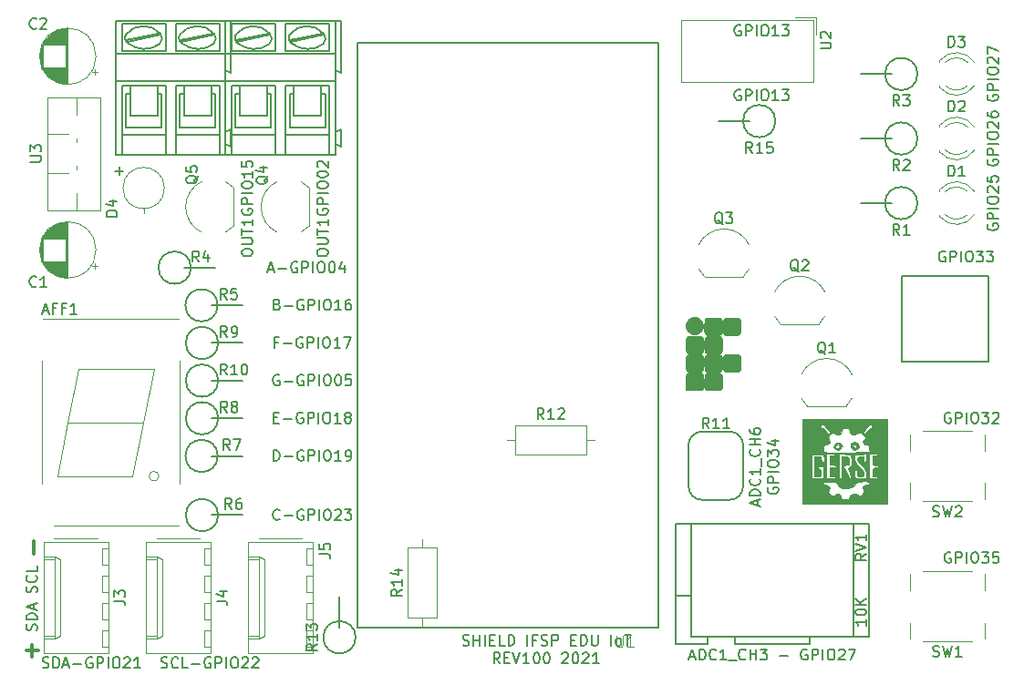
<source format=gbr>
%TF.GenerationSoftware,KiCad,Pcbnew,5.1.5+dfsg1-2build2*%
%TF.CreationDate,2021-04-17T13:08:46-03:00*%
%TF.ProjectId,miniShieldESP32,6d696e69-5368-4696-956c-644553503332,rev?*%
%TF.SameCoordinates,Original*%
%TF.FileFunction,Legend,Top*%
%TF.FilePolarity,Positive*%
%FSLAX46Y46*%
G04 Gerber Fmt 4.6, Leading zero omitted, Abs format (unit mm)*
G04 Created by KiCad (PCBNEW 5.1.5+dfsg1-2build2) date 2021-04-17 13:08:46*
%MOMM*%
%LPD*%
G04 APERTURE LIST*
%ADD10C,0.150000*%
%ADD11C,0.300000*%
%ADD12C,0.127000*%
%ADD13C,0.120000*%
%ADD14C,0.010000*%
%ADD15C,0.015000*%
G04 APERTURE END LIST*
D10*
X157092619Y-46470000D02*
X156997380Y-46422380D01*
X156854523Y-46422380D01*
X156711666Y-46470000D01*
X156616428Y-46565238D01*
X156568809Y-46660476D01*
X156521190Y-46850952D01*
X156521190Y-46993809D01*
X156568809Y-47184285D01*
X156616428Y-47279523D01*
X156711666Y-47374761D01*
X156854523Y-47422380D01*
X156949761Y-47422380D01*
X157092619Y-47374761D01*
X157140238Y-47327142D01*
X157140238Y-46993809D01*
X156949761Y-46993809D01*
X157568809Y-47422380D02*
X157568809Y-46422380D01*
X157949761Y-46422380D01*
X158045000Y-46470000D01*
X158092619Y-46517619D01*
X158140238Y-46612857D01*
X158140238Y-46755714D01*
X158092619Y-46850952D01*
X158045000Y-46898571D01*
X157949761Y-46946190D01*
X157568809Y-46946190D01*
X158568809Y-47422380D02*
X158568809Y-46422380D01*
X159235476Y-46422380D02*
X159425952Y-46422380D01*
X159521190Y-46470000D01*
X159616428Y-46565238D01*
X159664047Y-46755714D01*
X159664047Y-47089047D01*
X159616428Y-47279523D01*
X159521190Y-47374761D01*
X159425952Y-47422380D01*
X159235476Y-47422380D01*
X159140238Y-47374761D01*
X159045000Y-47279523D01*
X158997380Y-47089047D01*
X158997380Y-46755714D01*
X159045000Y-46565238D01*
X159140238Y-46470000D01*
X159235476Y-46422380D01*
X160616428Y-47422380D02*
X160045000Y-47422380D01*
X160330714Y-47422380D02*
X160330714Y-46422380D01*
X160235476Y-46565238D01*
X160140238Y-46660476D01*
X160045000Y-46708095D01*
X160949761Y-46422380D02*
X161568809Y-46422380D01*
X161235476Y-46803333D01*
X161378333Y-46803333D01*
X161473571Y-46850952D01*
X161521190Y-46898571D01*
X161568809Y-46993809D01*
X161568809Y-47231904D01*
X161521190Y-47327142D01*
X161473571Y-47374761D01*
X161378333Y-47422380D01*
X161092619Y-47422380D01*
X160997380Y-47374761D01*
X160949761Y-47327142D01*
X103290550Y-106124761D02*
X103433407Y-106172380D01*
X103671502Y-106172380D01*
X103766740Y-106124761D01*
X103814360Y-106077142D01*
X103861979Y-105981904D01*
X103861979Y-105886666D01*
X103814360Y-105791428D01*
X103766740Y-105743809D01*
X103671502Y-105696190D01*
X103481026Y-105648571D01*
X103385788Y-105600952D01*
X103338169Y-105553333D01*
X103290550Y-105458095D01*
X103290550Y-105362857D01*
X103338169Y-105267619D01*
X103385788Y-105220000D01*
X103481026Y-105172380D01*
X103719121Y-105172380D01*
X103861979Y-105220000D01*
X104861979Y-106077142D02*
X104814360Y-106124761D01*
X104671502Y-106172380D01*
X104576264Y-106172380D01*
X104433407Y-106124761D01*
X104338169Y-106029523D01*
X104290550Y-105934285D01*
X104242931Y-105743809D01*
X104242931Y-105600952D01*
X104290550Y-105410476D01*
X104338169Y-105315238D01*
X104433407Y-105220000D01*
X104576264Y-105172380D01*
X104671502Y-105172380D01*
X104814360Y-105220000D01*
X104861979Y-105267619D01*
X105766740Y-106172380D02*
X105290550Y-106172380D01*
X105290550Y-105172380D01*
X106100074Y-105791428D02*
X106861979Y-105791428D01*
X107861979Y-105220000D02*
X107766740Y-105172380D01*
X107623883Y-105172380D01*
X107481026Y-105220000D01*
X107385788Y-105315238D01*
X107338169Y-105410476D01*
X107290550Y-105600952D01*
X107290550Y-105743809D01*
X107338169Y-105934285D01*
X107385788Y-106029523D01*
X107481026Y-106124761D01*
X107623883Y-106172380D01*
X107719121Y-106172380D01*
X107861979Y-106124761D01*
X107909598Y-106077142D01*
X107909598Y-105743809D01*
X107719121Y-105743809D01*
X108338169Y-106172380D02*
X108338169Y-105172380D01*
X108719121Y-105172380D01*
X108814360Y-105220000D01*
X108861979Y-105267619D01*
X108909598Y-105362857D01*
X108909598Y-105505714D01*
X108861979Y-105600952D01*
X108814360Y-105648571D01*
X108719121Y-105696190D01*
X108338169Y-105696190D01*
X109338169Y-106172380D02*
X109338169Y-105172380D01*
X110004836Y-105172380D02*
X110195312Y-105172380D01*
X110290550Y-105220000D01*
X110385788Y-105315238D01*
X110433407Y-105505714D01*
X110433407Y-105839047D01*
X110385788Y-106029523D01*
X110290550Y-106124761D01*
X110195312Y-106172380D01*
X110004836Y-106172380D01*
X109909598Y-106124761D01*
X109814360Y-106029523D01*
X109766740Y-105839047D01*
X109766740Y-105505714D01*
X109814360Y-105315238D01*
X109909598Y-105220000D01*
X110004836Y-105172380D01*
X110814360Y-105267619D02*
X110861979Y-105220000D01*
X110957217Y-105172380D01*
X111195312Y-105172380D01*
X111290550Y-105220000D01*
X111338169Y-105267619D01*
X111385788Y-105362857D01*
X111385788Y-105458095D01*
X111338169Y-105600952D01*
X110766740Y-106172380D01*
X111385788Y-106172380D01*
X111766740Y-105267619D02*
X111814360Y-105220000D01*
X111909598Y-105172380D01*
X112147693Y-105172380D01*
X112242931Y-105220000D01*
X112290550Y-105267619D01*
X112338169Y-105362857D01*
X112338169Y-105458095D01*
X112290550Y-105600952D01*
X111719121Y-106172380D01*
X112338169Y-106172380D01*
X92266740Y-106124761D02*
X92409598Y-106172380D01*
X92647693Y-106172380D01*
X92742931Y-106124761D01*
X92790550Y-106077142D01*
X92838169Y-105981904D01*
X92838169Y-105886666D01*
X92790550Y-105791428D01*
X92742931Y-105743809D01*
X92647693Y-105696190D01*
X92457217Y-105648571D01*
X92361979Y-105600952D01*
X92314360Y-105553333D01*
X92266740Y-105458095D01*
X92266740Y-105362857D01*
X92314360Y-105267619D01*
X92361979Y-105220000D01*
X92457217Y-105172380D01*
X92695312Y-105172380D01*
X92838169Y-105220000D01*
X93266740Y-106172380D02*
X93266740Y-105172380D01*
X93504836Y-105172380D01*
X93647693Y-105220000D01*
X93742931Y-105315238D01*
X93790550Y-105410476D01*
X93838169Y-105600952D01*
X93838169Y-105743809D01*
X93790550Y-105934285D01*
X93742931Y-106029523D01*
X93647693Y-106124761D01*
X93504836Y-106172380D01*
X93266740Y-106172380D01*
X94219121Y-105886666D02*
X94695312Y-105886666D01*
X94123883Y-106172380D02*
X94457217Y-105172380D01*
X94790550Y-106172380D01*
X95123883Y-105791428D02*
X95885788Y-105791428D01*
X96885788Y-105220000D02*
X96790550Y-105172380D01*
X96647693Y-105172380D01*
X96504836Y-105220000D01*
X96409598Y-105315238D01*
X96361979Y-105410476D01*
X96314360Y-105600952D01*
X96314360Y-105743809D01*
X96361979Y-105934285D01*
X96409598Y-106029523D01*
X96504836Y-106124761D01*
X96647693Y-106172380D01*
X96742931Y-106172380D01*
X96885788Y-106124761D01*
X96933407Y-106077142D01*
X96933407Y-105743809D01*
X96742931Y-105743809D01*
X97361979Y-106172380D02*
X97361979Y-105172380D01*
X97742931Y-105172380D01*
X97838169Y-105220000D01*
X97885788Y-105267619D01*
X97933407Y-105362857D01*
X97933407Y-105505714D01*
X97885788Y-105600952D01*
X97838169Y-105648571D01*
X97742931Y-105696190D01*
X97361979Y-105696190D01*
X98361979Y-106172380D02*
X98361979Y-105172380D01*
X99028645Y-105172380D02*
X99219121Y-105172380D01*
X99314360Y-105220000D01*
X99409598Y-105315238D01*
X99457217Y-105505714D01*
X99457217Y-105839047D01*
X99409598Y-106029523D01*
X99314360Y-106124761D01*
X99219121Y-106172380D01*
X99028645Y-106172380D01*
X98933407Y-106124761D01*
X98838169Y-106029523D01*
X98790550Y-105839047D01*
X98790550Y-105505714D01*
X98838169Y-105315238D01*
X98933407Y-105220000D01*
X99028645Y-105172380D01*
X99838169Y-105267619D02*
X99885788Y-105220000D01*
X99981026Y-105172380D01*
X100219121Y-105172380D01*
X100314360Y-105220000D01*
X100361979Y-105267619D01*
X100409598Y-105362857D01*
X100409598Y-105458095D01*
X100361979Y-105600952D01*
X99790550Y-106172380D01*
X100409598Y-106172380D01*
X101361979Y-106172380D02*
X100790550Y-106172380D01*
X101076264Y-106172380D02*
X101076264Y-105172380D01*
X100981026Y-105315238D01*
X100885788Y-105410476D01*
X100790550Y-105458095D01*
D11*
X91421502Y-94398571D02*
X91421502Y-95541428D01*
D10*
X91719121Y-102684285D02*
X91766740Y-102541428D01*
X91766740Y-102303333D01*
X91719121Y-102208095D01*
X91671502Y-102160476D01*
X91576264Y-102112857D01*
X91481026Y-102112857D01*
X91385788Y-102160476D01*
X91338169Y-102208095D01*
X91290550Y-102303333D01*
X91242931Y-102493809D01*
X91195312Y-102589047D01*
X91147693Y-102636666D01*
X91052455Y-102684285D01*
X90957217Y-102684285D01*
X90861979Y-102636666D01*
X90814360Y-102589047D01*
X90766740Y-102493809D01*
X90766740Y-102255714D01*
X90814360Y-102112857D01*
X91766740Y-101684285D02*
X90766740Y-101684285D01*
X90766740Y-101446190D01*
X90814360Y-101303333D01*
X90909598Y-101208095D01*
X91004836Y-101160476D01*
X91195312Y-101112857D01*
X91338169Y-101112857D01*
X91528645Y-101160476D01*
X91623883Y-101208095D01*
X91719121Y-101303333D01*
X91766740Y-101446190D01*
X91766740Y-101684285D01*
X91481026Y-100731904D02*
X91481026Y-100255714D01*
X91766740Y-100827142D02*
X90766740Y-100493809D01*
X91766740Y-100160476D01*
X91719121Y-99160476D02*
X91766740Y-99017619D01*
X91766740Y-98779523D01*
X91719121Y-98684285D01*
X91671502Y-98636666D01*
X91576264Y-98589047D01*
X91481026Y-98589047D01*
X91385788Y-98636666D01*
X91338169Y-98684285D01*
X91290550Y-98779523D01*
X91242931Y-98970000D01*
X91195312Y-99065238D01*
X91147693Y-99112857D01*
X91052455Y-99160476D01*
X90957217Y-99160476D01*
X90861979Y-99112857D01*
X90814360Y-99065238D01*
X90766740Y-98970000D01*
X90766740Y-98731904D01*
X90814360Y-98589047D01*
X91671502Y-97589047D02*
X91719121Y-97636666D01*
X91766740Y-97779523D01*
X91766740Y-97874761D01*
X91719121Y-98017619D01*
X91623883Y-98112857D01*
X91528645Y-98160476D01*
X91338169Y-98208095D01*
X91195312Y-98208095D01*
X91004836Y-98160476D01*
X90909598Y-98112857D01*
X90814360Y-98017619D01*
X90766740Y-97874761D01*
X90766740Y-97779523D01*
X90814360Y-97636666D01*
X90861979Y-97589047D01*
X91766740Y-96684285D02*
X91766740Y-97160476D01*
X90766740Y-97160476D01*
X117766740Y-67660476D02*
X117766740Y-67470000D01*
X117814360Y-67374761D01*
X117909598Y-67279523D01*
X118100074Y-67231904D01*
X118433407Y-67231904D01*
X118623883Y-67279523D01*
X118719121Y-67374761D01*
X118766740Y-67470000D01*
X118766740Y-67660476D01*
X118719121Y-67755714D01*
X118623883Y-67850952D01*
X118433407Y-67898571D01*
X118100074Y-67898571D01*
X117909598Y-67850952D01*
X117814360Y-67755714D01*
X117766740Y-67660476D01*
X117766740Y-66803333D02*
X118576264Y-66803333D01*
X118671502Y-66755714D01*
X118719121Y-66708095D01*
X118766740Y-66612857D01*
X118766740Y-66422380D01*
X118719121Y-66327142D01*
X118671502Y-66279523D01*
X118576264Y-66231904D01*
X117766740Y-66231904D01*
X117766740Y-65898571D02*
X117766740Y-65327142D01*
X118766740Y-65612857D02*
X117766740Y-65612857D01*
X118766740Y-64470000D02*
X118766740Y-65041428D01*
X118766740Y-64755714D02*
X117766740Y-64755714D01*
X117909598Y-64850952D01*
X118004836Y-64946190D01*
X118052455Y-65041428D01*
X117814360Y-63517619D02*
X117766740Y-63612857D01*
X117766740Y-63755714D01*
X117814360Y-63898571D01*
X117909598Y-63993809D01*
X118004836Y-64041428D01*
X118195312Y-64089047D01*
X118338169Y-64089047D01*
X118528645Y-64041428D01*
X118623883Y-63993809D01*
X118719121Y-63898571D01*
X118766740Y-63755714D01*
X118766740Y-63660476D01*
X118719121Y-63517619D01*
X118671502Y-63470000D01*
X118338169Y-63470000D01*
X118338169Y-63660476D01*
X118766740Y-63041428D02*
X117766740Y-63041428D01*
X117766740Y-62660476D01*
X117814360Y-62565238D01*
X117861979Y-62517619D01*
X117957217Y-62470000D01*
X118100074Y-62470000D01*
X118195312Y-62517619D01*
X118242931Y-62565238D01*
X118290550Y-62660476D01*
X118290550Y-63041428D01*
X118766740Y-62041428D02*
X117766740Y-62041428D01*
X117766740Y-61374761D02*
X117766740Y-61184285D01*
X117814360Y-61089047D01*
X117909598Y-60993809D01*
X118100074Y-60946190D01*
X118433407Y-60946190D01*
X118623883Y-60993809D01*
X118719121Y-61089047D01*
X118766740Y-61184285D01*
X118766740Y-61374761D01*
X118719121Y-61470000D01*
X118623883Y-61565238D01*
X118433407Y-61612857D01*
X118100074Y-61612857D01*
X117909598Y-61565238D01*
X117814360Y-61470000D01*
X117766740Y-61374761D01*
X117766740Y-60327142D02*
X117766740Y-60231904D01*
X117814360Y-60136666D01*
X117861979Y-60089047D01*
X117957217Y-60041428D01*
X118147693Y-59993809D01*
X118385788Y-59993809D01*
X118576264Y-60041428D01*
X118671502Y-60089047D01*
X118719121Y-60136666D01*
X118766740Y-60231904D01*
X118766740Y-60327142D01*
X118719121Y-60422380D01*
X118671502Y-60470000D01*
X118576264Y-60517619D01*
X118385788Y-60565238D01*
X118147693Y-60565238D01*
X117957217Y-60517619D01*
X117861979Y-60470000D01*
X117814360Y-60422380D01*
X117766740Y-60327142D01*
X117861979Y-59612857D02*
X117814360Y-59565238D01*
X117766740Y-59470000D01*
X117766740Y-59231904D01*
X117814360Y-59136666D01*
X117861979Y-59089047D01*
X117957217Y-59041428D01*
X118052455Y-59041428D01*
X118195312Y-59089047D01*
X118766740Y-59660476D01*
X118766740Y-59041428D01*
X158656026Y-91065238D02*
X158656026Y-90589047D01*
X158941740Y-91160476D02*
X157941740Y-90827142D01*
X158941740Y-90493809D01*
X158941740Y-90160476D02*
X157941740Y-90160476D01*
X157941740Y-89922380D01*
X157989360Y-89779523D01*
X158084598Y-89684285D01*
X158179836Y-89636666D01*
X158370312Y-89589047D01*
X158513169Y-89589047D01*
X158703645Y-89636666D01*
X158798883Y-89684285D01*
X158894121Y-89779523D01*
X158941740Y-89922380D01*
X158941740Y-90160476D01*
X158846502Y-88589047D02*
X158894121Y-88636666D01*
X158941740Y-88779523D01*
X158941740Y-88874761D01*
X158894121Y-89017619D01*
X158798883Y-89112857D01*
X158703645Y-89160476D01*
X158513169Y-89208095D01*
X158370312Y-89208095D01*
X158179836Y-89160476D01*
X158084598Y-89112857D01*
X157989360Y-89017619D01*
X157941740Y-88874761D01*
X157941740Y-88779523D01*
X157989360Y-88636666D01*
X158036979Y-88589047D01*
X158941740Y-87636666D02*
X158941740Y-88208095D01*
X158941740Y-87922380D02*
X157941740Y-87922380D01*
X158084598Y-88017619D01*
X158179836Y-88112857D01*
X158227455Y-88208095D01*
X159036979Y-87446190D02*
X159036979Y-86684285D01*
X158846502Y-85874761D02*
X158894121Y-85922380D01*
X158941740Y-86065238D01*
X158941740Y-86160476D01*
X158894121Y-86303333D01*
X158798883Y-86398571D01*
X158703645Y-86446190D01*
X158513169Y-86493809D01*
X158370312Y-86493809D01*
X158179836Y-86446190D01*
X158084598Y-86398571D01*
X157989360Y-86303333D01*
X157941740Y-86160476D01*
X157941740Y-86065238D01*
X157989360Y-85922380D01*
X158036979Y-85874761D01*
X158941740Y-85446190D02*
X157941740Y-85446190D01*
X158417931Y-85446190D02*
X158417931Y-84874761D01*
X158941740Y-84874761D02*
X157941740Y-84874761D01*
X157941740Y-83970000D02*
X157941740Y-84160476D01*
X157989360Y-84255714D01*
X158036979Y-84303333D01*
X158179836Y-84398571D01*
X158370312Y-84446190D01*
X158751264Y-84446190D01*
X158846502Y-84398571D01*
X158894121Y-84350952D01*
X158941740Y-84255714D01*
X158941740Y-84065238D01*
X158894121Y-83970000D01*
X158846502Y-83922380D01*
X158751264Y-83874761D01*
X158513169Y-83874761D01*
X158417931Y-83922380D01*
X158370312Y-83970000D01*
X158322693Y-84065238D01*
X158322693Y-84255714D01*
X158370312Y-84350952D01*
X158417931Y-84398571D01*
X158513169Y-84446190D01*
X159639360Y-89422380D02*
X159591740Y-89517619D01*
X159591740Y-89660476D01*
X159639360Y-89803333D01*
X159734598Y-89898571D01*
X159829836Y-89946190D01*
X160020312Y-89993809D01*
X160163169Y-89993809D01*
X160353645Y-89946190D01*
X160448883Y-89898571D01*
X160544121Y-89803333D01*
X160591740Y-89660476D01*
X160591740Y-89565238D01*
X160544121Y-89422380D01*
X160496502Y-89374761D01*
X160163169Y-89374761D01*
X160163169Y-89565238D01*
X160591740Y-88946190D02*
X159591740Y-88946190D01*
X159591740Y-88565238D01*
X159639360Y-88470000D01*
X159686979Y-88422380D01*
X159782217Y-88374761D01*
X159925074Y-88374761D01*
X160020312Y-88422380D01*
X160067931Y-88470000D01*
X160115550Y-88565238D01*
X160115550Y-88946190D01*
X160591740Y-87946190D02*
X159591740Y-87946190D01*
X159591740Y-87279523D02*
X159591740Y-87089047D01*
X159639360Y-86993809D01*
X159734598Y-86898571D01*
X159925074Y-86850952D01*
X160258407Y-86850952D01*
X160448883Y-86898571D01*
X160544121Y-86993809D01*
X160591740Y-87089047D01*
X160591740Y-87279523D01*
X160544121Y-87374761D01*
X160448883Y-87470000D01*
X160258407Y-87517619D01*
X159925074Y-87517619D01*
X159734598Y-87470000D01*
X159639360Y-87374761D01*
X159591740Y-87279523D01*
X159591740Y-86517619D02*
X159591740Y-85898571D01*
X159972693Y-86231904D01*
X159972693Y-86089047D01*
X160020312Y-85993809D01*
X160067931Y-85946190D01*
X160163169Y-85898571D01*
X160401264Y-85898571D01*
X160496502Y-85946190D01*
X160544121Y-85993809D01*
X160591740Y-86089047D01*
X160591740Y-86374761D01*
X160544121Y-86470000D01*
X160496502Y-86517619D01*
X159925074Y-85041428D02*
X160591740Y-85041428D01*
X159544121Y-85279523D02*
X160258407Y-85517619D01*
X160258407Y-84898571D01*
X114290550Y-92327142D02*
X114242931Y-92374761D01*
X114100074Y-92422380D01*
X114004836Y-92422380D01*
X113861979Y-92374761D01*
X113766740Y-92279523D01*
X113719121Y-92184285D01*
X113671502Y-91993809D01*
X113671502Y-91850952D01*
X113719121Y-91660476D01*
X113766740Y-91565238D01*
X113861979Y-91470000D01*
X114004836Y-91422380D01*
X114100074Y-91422380D01*
X114242931Y-91470000D01*
X114290550Y-91517619D01*
X114719121Y-92041428D02*
X115481026Y-92041428D01*
X116481026Y-91470000D02*
X116385788Y-91422380D01*
X116242931Y-91422380D01*
X116100074Y-91470000D01*
X116004836Y-91565238D01*
X115957217Y-91660476D01*
X115909598Y-91850952D01*
X115909598Y-91993809D01*
X115957217Y-92184285D01*
X116004836Y-92279523D01*
X116100074Y-92374761D01*
X116242931Y-92422380D01*
X116338169Y-92422380D01*
X116481026Y-92374761D01*
X116528645Y-92327142D01*
X116528645Y-91993809D01*
X116338169Y-91993809D01*
X116957217Y-92422380D02*
X116957217Y-91422380D01*
X117338169Y-91422380D01*
X117433407Y-91470000D01*
X117481026Y-91517619D01*
X117528645Y-91612857D01*
X117528645Y-91755714D01*
X117481026Y-91850952D01*
X117433407Y-91898571D01*
X117338169Y-91946190D01*
X116957217Y-91946190D01*
X117957217Y-92422380D02*
X117957217Y-91422380D01*
X118623883Y-91422380D02*
X118814360Y-91422380D01*
X118909598Y-91470000D01*
X119004836Y-91565238D01*
X119052455Y-91755714D01*
X119052455Y-92089047D01*
X119004836Y-92279523D01*
X118909598Y-92374761D01*
X118814360Y-92422380D01*
X118623883Y-92422380D01*
X118528645Y-92374761D01*
X118433407Y-92279523D01*
X118385788Y-92089047D01*
X118385788Y-91755714D01*
X118433407Y-91565238D01*
X118528645Y-91470000D01*
X118623883Y-91422380D01*
X119433407Y-91517619D02*
X119481026Y-91470000D01*
X119576264Y-91422380D01*
X119814360Y-91422380D01*
X119909598Y-91470000D01*
X119957217Y-91517619D01*
X120004836Y-91612857D01*
X120004836Y-91708095D01*
X119957217Y-91850952D01*
X119385788Y-92422380D01*
X120004836Y-92422380D01*
X120338169Y-91422380D02*
X120957217Y-91422380D01*
X120623883Y-91803333D01*
X120766740Y-91803333D01*
X120861979Y-91850952D01*
X120909598Y-91898571D01*
X120957217Y-91993809D01*
X120957217Y-92231904D01*
X120909598Y-92327142D01*
X120861979Y-92374761D01*
X120766740Y-92422380D01*
X120481026Y-92422380D01*
X120385788Y-92374761D01*
X120338169Y-92327142D01*
X99385788Y-60350952D02*
X99385788Y-59589047D01*
X99766740Y-59970000D02*
X99004836Y-59970000D01*
X110766740Y-67660476D02*
X110766740Y-67470000D01*
X110814360Y-67374761D01*
X110909598Y-67279523D01*
X111100074Y-67231904D01*
X111433407Y-67231904D01*
X111623883Y-67279523D01*
X111719121Y-67374761D01*
X111766740Y-67470000D01*
X111766740Y-67660476D01*
X111719121Y-67755714D01*
X111623883Y-67850952D01*
X111433407Y-67898571D01*
X111100074Y-67898571D01*
X110909598Y-67850952D01*
X110814360Y-67755714D01*
X110766740Y-67660476D01*
X110766740Y-66803333D02*
X111576264Y-66803333D01*
X111671502Y-66755714D01*
X111719121Y-66708095D01*
X111766740Y-66612857D01*
X111766740Y-66422380D01*
X111719121Y-66327142D01*
X111671502Y-66279523D01*
X111576264Y-66231904D01*
X110766740Y-66231904D01*
X110766740Y-65898571D02*
X110766740Y-65327142D01*
X111766740Y-65612857D02*
X110766740Y-65612857D01*
X111766740Y-64470000D02*
X111766740Y-65041428D01*
X111766740Y-64755714D02*
X110766740Y-64755714D01*
X110909598Y-64850952D01*
X111004836Y-64946190D01*
X111052455Y-65041428D01*
X110814360Y-63517619D02*
X110766740Y-63612857D01*
X110766740Y-63755714D01*
X110814360Y-63898571D01*
X110909598Y-63993809D01*
X111004836Y-64041428D01*
X111195312Y-64089047D01*
X111338169Y-64089047D01*
X111528645Y-64041428D01*
X111623883Y-63993809D01*
X111719121Y-63898571D01*
X111766740Y-63755714D01*
X111766740Y-63660476D01*
X111719121Y-63517619D01*
X111671502Y-63470000D01*
X111338169Y-63470000D01*
X111338169Y-63660476D01*
X111766740Y-63041428D02*
X110766740Y-63041428D01*
X110766740Y-62660476D01*
X110814360Y-62565238D01*
X110861979Y-62517619D01*
X110957217Y-62470000D01*
X111100074Y-62470000D01*
X111195312Y-62517619D01*
X111242931Y-62565238D01*
X111290550Y-62660476D01*
X111290550Y-63041428D01*
X111766740Y-62041428D02*
X110766740Y-62041428D01*
X110766740Y-61374761D02*
X110766740Y-61184285D01*
X110814360Y-61089047D01*
X110909598Y-60993809D01*
X111100074Y-60946190D01*
X111433407Y-60946190D01*
X111623883Y-60993809D01*
X111719121Y-61089047D01*
X111766740Y-61184285D01*
X111766740Y-61374761D01*
X111719121Y-61470000D01*
X111623883Y-61565238D01*
X111433407Y-61612857D01*
X111100074Y-61612857D01*
X110909598Y-61565238D01*
X110814360Y-61470000D01*
X110766740Y-61374761D01*
X111766740Y-59993809D02*
X111766740Y-60565238D01*
X111766740Y-60279523D02*
X110766740Y-60279523D01*
X110909598Y-60374761D01*
X111004836Y-60470000D01*
X111052455Y-60565238D01*
X110766740Y-59089047D02*
X110766740Y-59565238D01*
X111242931Y-59612857D01*
X111195312Y-59565238D01*
X111147693Y-59470000D01*
X111147693Y-59231904D01*
X111195312Y-59136666D01*
X111242931Y-59089047D01*
X111338169Y-59041428D01*
X111576264Y-59041428D01*
X111671502Y-59089047D01*
X111719121Y-59136666D01*
X111766740Y-59231904D01*
X111766740Y-59470000D01*
X111719121Y-59565238D01*
X111671502Y-59612857D01*
X113242931Y-69136666D02*
X113719121Y-69136666D01*
X113147693Y-69422380D02*
X113481026Y-68422380D01*
X113814360Y-69422380D01*
X114147693Y-69041428D02*
X114909598Y-69041428D01*
X115909598Y-68470000D02*
X115814360Y-68422380D01*
X115671502Y-68422380D01*
X115528645Y-68470000D01*
X115433407Y-68565238D01*
X115385788Y-68660476D01*
X115338169Y-68850952D01*
X115338169Y-68993809D01*
X115385788Y-69184285D01*
X115433407Y-69279523D01*
X115528645Y-69374761D01*
X115671502Y-69422380D01*
X115766740Y-69422380D01*
X115909598Y-69374761D01*
X115957217Y-69327142D01*
X115957217Y-68993809D01*
X115766740Y-68993809D01*
X116385788Y-69422380D02*
X116385788Y-68422380D01*
X116766740Y-68422380D01*
X116861979Y-68470000D01*
X116909598Y-68517619D01*
X116957217Y-68612857D01*
X116957217Y-68755714D01*
X116909598Y-68850952D01*
X116861979Y-68898571D01*
X116766740Y-68946190D01*
X116385788Y-68946190D01*
X117385788Y-69422380D02*
X117385788Y-68422380D01*
X118052455Y-68422380D02*
X118242931Y-68422380D01*
X118338169Y-68470000D01*
X118433407Y-68565238D01*
X118481026Y-68755714D01*
X118481026Y-69089047D01*
X118433407Y-69279523D01*
X118338169Y-69374761D01*
X118242931Y-69422380D01*
X118052455Y-69422380D01*
X117957217Y-69374761D01*
X117861979Y-69279523D01*
X117814360Y-69089047D01*
X117814360Y-68755714D01*
X117861979Y-68565238D01*
X117957217Y-68470000D01*
X118052455Y-68422380D01*
X119100074Y-68422380D02*
X119195312Y-68422380D01*
X119290550Y-68470000D01*
X119338169Y-68517619D01*
X119385788Y-68612857D01*
X119433407Y-68803333D01*
X119433407Y-69041428D01*
X119385788Y-69231904D01*
X119338169Y-69327142D01*
X119290550Y-69374761D01*
X119195312Y-69422380D01*
X119100074Y-69422380D01*
X119004836Y-69374761D01*
X118957217Y-69327142D01*
X118909598Y-69231904D01*
X118861979Y-69041428D01*
X118861979Y-68803333D01*
X118909598Y-68612857D01*
X118957217Y-68517619D01*
X119004836Y-68470000D01*
X119100074Y-68422380D01*
X120290550Y-68755714D02*
X120290550Y-69422380D01*
X120052455Y-68374761D02*
X119814360Y-69089047D01*
X120433407Y-69089047D01*
X114052455Y-72398571D02*
X114195312Y-72446190D01*
X114242931Y-72493809D01*
X114290550Y-72589047D01*
X114290550Y-72731904D01*
X114242931Y-72827142D01*
X114195312Y-72874761D01*
X114100074Y-72922380D01*
X113719121Y-72922380D01*
X113719121Y-71922380D01*
X114052455Y-71922380D01*
X114147693Y-71970000D01*
X114195312Y-72017619D01*
X114242931Y-72112857D01*
X114242931Y-72208095D01*
X114195312Y-72303333D01*
X114147693Y-72350952D01*
X114052455Y-72398571D01*
X113719121Y-72398571D01*
X114719121Y-72541428D02*
X115481026Y-72541428D01*
X116481026Y-71970000D02*
X116385788Y-71922380D01*
X116242931Y-71922380D01*
X116100074Y-71970000D01*
X116004836Y-72065238D01*
X115957217Y-72160476D01*
X115909598Y-72350952D01*
X115909598Y-72493809D01*
X115957217Y-72684285D01*
X116004836Y-72779523D01*
X116100074Y-72874761D01*
X116242931Y-72922380D01*
X116338169Y-72922380D01*
X116481026Y-72874761D01*
X116528645Y-72827142D01*
X116528645Y-72493809D01*
X116338169Y-72493809D01*
X116957217Y-72922380D02*
X116957217Y-71922380D01*
X117338169Y-71922380D01*
X117433407Y-71970000D01*
X117481026Y-72017619D01*
X117528645Y-72112857D01*
X117528645Y-72255714D01*
X117481026Y-72350952D01*
X117433407Y-72398571D01*
X117338169Y-72446190D01*
X116957217Y-72446190D01*
X117957217Y-72922380D02*
X117957217Y-71922380D01*
X118623883Y-71922380D02*
X118814360Y-71922380D01*
X118909598Y-71970000D01*
X119004836Y-72065238D01*
X119052455Y-72255714D01*
X119052455Y-72589047D01*
X119004836Y-72779523D01*
X118909598Y-72874761D01*
X118814360Y-72922380D01*
X118623883Y-72922380D01*
X118528645Y-72874761D01*
X118433407Y-72779523D01*
X118385788Y-72589047D01*
X118385788Y-72255714D01*
X118433407Y-72065238D01*
X118528645Y-71970000D01*
X118623883Y-71922380D01*
X120004836Y-72922380D02*
X119433407Y-72922380D01*
X119719121Y-72922380D02*
X119719121Y-71922380D01*
X119623883Y-72065238D01*
X119528645Y-72160476D01*
X119433407Y-72208095D01*
X120861979Y-71922380D02*
X120671502Y-71922380D01*
X120576264Y-71970000D01*
X120528645Y-72017619D01*
X120433407Y-72160476D01*
X120385788Y-72350952D01*
X120385788Y-72731904D01*
X120433407Y-72827142D01*
X120481026Y-72874761D01*
X120576264Y-72922380D01*
X120766740Y-72922380D01*
X120861979Y-72874761D01*
X120909598Y-72827142D01*
X120957217Y-72731904D01*
X120957217Y-72493809D01*
X120909598Y-72398571D01*
X120861979Y-72350952D01*
X120766740Y-72303333D01*
X120576264Y-72303333D01*
X120481026Y-72350952D01*
X120433407Y-72398571D01*
X120385788Y-72493809D01*
X114123883Y-75898571D02*
X113790550Y-75898571D01*
X113790550Y-76422380D02*
X113790550Y-75422380D01*
X114266740Y-75422380D01*
X114647693Y-76041428D02*
X115409598Y-76041428D01*
X116409598Y-75470000D02*
X116314360Y-75422380D01*
X116171502Y-75422380D01*
X116028645Y-75470000D01*
X115933407Y-75565238D01*
X115885788Y-75660476D01*
X115838169Y-75850952D01*
X115838169Y-75993809D01*
X115885788Y-76184285D01*
X115933407Y-76279523D01*
X116028645Y-76374761D01*
X116171502Y-76422380D01*
X116266740Y-76422380D01*
X116409598Y-76374761D01*
X116457217Y-76327142D01*
X116457217Y-75993809D01*
X116266740Y-75993809D01*
X116885788Y-76422380D02*
X116885788Y-75422380D01*
X117266740Y-75422380D01*
X117361979Y-75470000D01*
X117409598Y-75517619D01*
X117457217Y-75612857D01*
X117457217Y-75755714D01*
X117409598Y-75850952D01*
X117361979Y-75898571D01*
X117266740Y-75946190D01*
X116885788Y-75946190D01*
X117885788Y-76422380D02*
X117885788Y-75422380D01*
X118552455Y-75422380D02*
X118742931Y-75422380D01*
X118838169Y-75470000D01*
X118933407Y-75565238D01*
X118981026Y-75755714D01*
X118981026Y-76089047D01*
X118933407Y-76279523D01*
X118838169Y-76374761D01*
X118742931Y-76422380D01*
X118552455Y-76422380D01*
X118457217Y-76374761D01*
X118361979Y-76279523D01*
X118314360Y-76089047D01*
X118314360Y-75755714D01*
X118361979Y-75565238D01*
X118457217Y-75470000D01*
X118552455Y-75422380D01*
X119933407Y-76422380D02*
X119361979Y-76422380D01*
X119647693Y-76422380D02*
X119647693Y-75422380D01*
X119552455Y-75565238D01*
X119457217Y-75660476D01*
X119361979Y-75708095D01*
X120266740Y-75422380D02*
X120933407Y-75422380D01*
X120504836Y-76422380D01*
X114242931Y-78970000D02*
X114147693Y-78922380D01*
X114004836Y-78922380D01*
X113861979Y-78970000D01*
X113766740Y-79065238D01*
X113719121Y-79160476D01*
X113671502Y-79350952D01*
X113671502Y-79493809D01*
X113719121Y-79684285D01*
X113766740Y-79779523D01*
X113861979Y-79874761D01*
X114004836Y-79922380D01*
X114100074Y-79922380D01*
X114242931Y-79874761D01*
X114290550Y-79827142D01*
X114290550Y-79493809D01*
X114100074Y-79493809D01*
X114719121Y-79541428D02*
X115481026Y-79541428D01*
X116481026Y-78970000D02*
X116385788Y-78922380D01*
X116242931Y-78922380D01*
X116100074Y-78970000D01*
X116004836Y-79065238D01*
X115957217Y-79160476D01*
X115909598Y-79350952D01*
X115909598Y-79493809D01*
X115957217Y-79684285D01*
X116004836Y-79779523D01*
X116100074Y-79874761D01*
X116242931Y-79922380D01*
X116338169Y-79922380D01*
X116481026Y-79874761D01*
X116528645Y-79827142D01*
X116528645Y-79493809D01*
X116338169Y-79493809D01*
X116957217Y-79922380D02*
X116957217Y-78922380D01*
X117338169Y-78922380D01*
X117433407Y-78970000D01*
X117481026Y-79017619D01*
X117528645Y-79112857D01*
X117528645Y-79255714D01*
X117481026Y-79350952D01*
X117433407Y-79398571D01*
X117338169Y-79446190D01*
X116957217Y-79446190D01*
X117957217Y-79922380D02*
X117957217Y-78922380D01*
X118623883Y-78922380D02*
X118814360Y-78922380D01*
X118909598Y-78970000D01*
X119004836Y-79065238D01*
X119052455Y-79255714D01*
X119052455Y-79589047D01*
X119004836Y-79779523D01*
X118909598Y-79874761D01*
X118814360Y-79922380D01*
X118623883Y-79922380D01*
X118528645Y-79874761D01*
X118433407Y-79779523D01*
X118385788Y-79589047D01*
X118385788Y-79255714D01*
X118433407Y-79065238D01*
X118528645Y-78970000D01*
X118623883Y-78922380D01*
X119671502Y-78922380D02*
X119766740Y-78922380D01*
X119861979Y-78970000D01*
X119909598Y-79017619D01*
X119957217Y-79112857D01*
X120004836Y-79303333D01*
X120004836Y-79541428D01*
X119957217Y-79731904D01*
X119909598Y-79827142D01*
X119861979Y-79874761D01*
X119766740Y-79922380D01*
X119671502Y-79922380D01*
X119576264Y-79874761D01*
X119528645Y-79827142D01*
X119481026Y-79731904D01*
X119433407Y-79541428D01*
X119433407Y-79303333D01*
X119481026Y-79112857D01*
X119528645Y-79017619D01*
X119576264Y-78970000D01*
X119671502Y-78922380D01*
X120909598Y-78922380D02*
X120433407Y-78922380D01*
X120385788Y-79398571D01*
X120433407Y-79350952D01*
X120528645Y-79303333D01*
X120766740Y-79303333D01*
X120861979Y-79350952D01*
X120909598Y-79398571D01*
X120957217Y-79493809D01*
X120957217Y-79731904D01*
X120909598Y-79827142D01*
X120861979Y-79874761D01*
X120766740Y-79922380D01*
X120528645Y-79922380D01*
X120433407Y-79874761D01*
X120385788Y-79827142D01*
X113766740Y-82898571D02*
X114100074Y-82898571D01*
X114242931Y-83422380D02*
X113766740Y-83422380D01*
X113766740Y-82422380D01*
X114242931Y-82422380D01*
X114671502Y-83041428D02*
X115433407Y-83041428D01*
X116433407Y-82470000D02*
X116338169Y-82422380D01*
X116195312Y-82422380D01*
X116052455Y-82470000D01*
X115957217Y-82565238D01*
X115909598Y-82660476D01*
X115861979Y-82850952D01*
X115861979Y-82993809D01*
X115909598Y-83184285D01*
X115957217Y-83279523D01*
X116052455Y-83374761D01*
X116195312Y-83422380D01*
X116290550Y-83422380D01*
X116433407Y-83374761D01*
X116481026Y-83327142D01*
X116481026Y-82993809D01*
X116290550Y-82993809D01*
X116909598Y-83422380D02*
X116909598Y-82422380D01*
X117290550Y-82422380D01*
X117385788Y-82470000D01*
X117433407Y-82517619D01*
X117481026Y-82612857D01*
X117481026Y-82755714D01*
X117433407Y-82850952D01*
X117385788Y-82898571D01*
X117290550Y-82946190D01*
X116909598Y-82946190D01*
X117909598Y-83422380D02*
X117909598Y-82422380D01*
X118576264Y-82422380D02*
X118766740Y-82422380D01*
X118861979Y-82470000D01*
X118957217Y-82565238D01*
X119004836Y-82755714D01*
X119004836Y-83089047D01*
X118957217Y-83279523D01*
X118861979Y-83374761D01*
X118766740Y-83422380D01*
X118576264Y-83422380D01*
X118481026Y-83374761D01*
X118385788Y-83279523D01*
X118338169Y-83089047D01*
X118338169Y-82755714D01*
X118385788Y-82565238D01*
X118481026Y-82470000D01*
X118576264Y-82422380D01*
X119957217Y-83422380D02*
X119385788Y-83422380D01*
X119671502Y-83422380D02*
X119671502Y-82422380D01*
X119576264Y-82565238D01*
X119481026Y-82660476D01*
X119385788Y-82708095D01*
X120528645Y-82850952D02*
X120433407Y-82803333D01*
X120385788Y-82755714D01*
X120338169Y-82660476D01*
X120338169Y-82612857D01*
X120385788Y-82517619D01*
X120433407Y-82470000D01*
X120528645Y-82422380D01*
X120719121Y-82422380D01*
X120814360Y-82470000D01*
X120861979Y-82517619D01*
X120909598Y-82612857D01*
X120909598Y-82660476D01*
X120861979Y-82755714D01*
X120814360Y-82803333D01*
X120719121Y-82850952D01*
X120528645Y-82850952D01*
X120433407Y-82898571D01*
X120385788Y-82946190D01*
X120338169Y-83041428D01*
X120338169Y-83231904D01*
X120385788Y-83327142D01*
X120433407Y-83374761D01*
X120528645Y-83422380D01*
X120719121Y-83422380D01*
X120814360Y-83374761D01*
X120861979Y-83327142D01*
X120909598Y-83231904D01*
X120909598Y-83041428D01*
X120861979Y-82946190D01*
X120814360Y-82898571D01*
X120719121Y-82850952D01*
X113719121Y-86922380D02*
X113719121Y-85922380D01*
X113957217Y-85922380D01*
X114100074Y-85970000D01*
X114195312Y-86065238D01*
X114242931Y-86160476D01*
X114290550Y-86350952D01*
X114290550Y-86493809D01*
X114242931Y-86684285D01*
X114195312Y-86779523D01*
X114100074Y-86874761D01*
X113957217Y-86922380D01*
X113719121Y-86922380D01*
X114719121Y-86541428D02*
X115481026Y-86541428D01*
X116481026Y-85970000D02*
X116385788Y-85922380D01*
X116242931Y-85922380D01*
X116100074Y-85970000D01*
X116004836Y-86065238D01*
X115957217Y-86160476D01*
X115909598Y-86350952D01*
X115909598Y-86493809D01*
X115957217Y-86684285D01*
X116004836Y-86779523D01*
X116100074Y-86874761D01*
X116242931Y-86922380D01*
X116338169Y-86922380D01*
X116481026Y-86874761D01*
X116528645Y-86827142D01*
X116528645Y-86493809D01*
X116338169Y-86493809D01*
X116957217Y-86922380D02*
X116957217Y-85922380D01*
X117338169Y-85922380D01*
X117433407Y-85970000D01*
X117481026Y-86017619D01*
X117528645Y-86112857D01*
X117528645Y-86255714D01*
X117481026Y-86350952D01*
X117433407Y-86398571D01*
X117338169Y-86446190D01*
X116957217Y-86446190D01*
X117957217Y-86922380D02*
X117957217Y-85922380D01*
X118623883Y-85922380D02*
X118814360Y-85922380D01*
X118909598Y-85970000D01*
X119004836Y-86065238D01*
X119052455Y-86255714D01*
X119052455Y-86589047D01*
X119004836Y-86779523D01*
X118909598Y-86874761D01*
X118814360Y-86922380D01*
X118623883Y-86922380D01*
X118528645Y-86874761D01*
X118433407Y-86779523D01*
X118385788Y-86589047D01*
X118385788Y-86255714D01*
X118433407Y-86065238D01*
X118528645Y-85970000D01*
X118623883Y-85922380D01*
X120004836Y-86922380D02*
X119433407Y-86922380D01*
X119719121Y-86922380D02*
X119719121Y-85922380D01*
X119623883Y-86065238D01*
X119528645Y-86160476D01*
X119433407Y-86208095D01*
X120481026Y-86922380D02*
X120671502Y-86922380D01*
X120766740Y-86874761D01*
X120814360Y-86827142D01*
X120909598Y-86684285D01*
X120957217Y-86493809D01*
X120957217Y-86112857D01*
X120909598Y-86017619D01*
X120861979Y-85970000D01*
X120766740Y-85922380D01*
X120576264Y-85922380D01*
X120481026Y-85970000D01*
X120433407Y-86017619D01*
X120385788Y-86112857D01*
X120385788Y-86350952D01*
X120433407Y-86446190D01*
X120481026Y-86493809D01*
X120576264Y-86541428D01*
X120766740Y-86541428D01*
X120861979Y-86493809D01*
X120909598Y-86446190D01*
X120957217Y-86350952D01*
X157092619Y-52470000D02*
X156997380Y-52422380D01*
X156854523Y-52422380D01*
X156711666Y-52470000D01*
X156616428Y-52565238D01*
X156568809Y-52660476D01*
X156521190Y-52850952D01*
X156521190Y-52993809D01*
X156568809Y-53184285D01*
X156616428Y-53279523D01*
X156711666Y-53374761D01*
X156854523Y-53422380D01*
X156949761Y-53422380D01*
X157092619Y-53374761D01*
X157140238Y-53327142D01*
X157140238Y-52993809D01*
X156949761Y-52993809D01*
X157568809Y-53422380D02*
X157568809Y-52422380D01*
X157949761Y-52422380D01*
X158045000Y-52470000D01*
X158092619Y-52517619D01*
X158140238Y-52612857D01*
X158140238Y-52755714D01*
X158092619Y-52850952D01*
X158045000Y-52898571D01*
X157949761Y-52946190D01*
X157568809Y-52946190D01*
X158568809Y-53422380D02*
X158568809Y-52422380D01*
X159235476Y-52422380D02*
X159425952Y-52422380D01*
X159521190Y-52470000D01*
X159616428Y-52565238D01*
X159664047Y-52755714D01*
X159664047Y-53089047D01*
X159616428Y-53279523D01*
X159521190Y-53374761D01*
X159425952Y-53422380D01*
X159235476Y-53422380D01*
X159140238Y-53374761D01*
X159045000Y-53279523D01*
X158997380Y-53089047D01*
X158997380Y-52755714D01*
X159045000Y-52565238D01*
X159140238Y-52470000D01*
X159235476Y-52422380D01*
X160616428Y-53422380D02*
X160045000Y-53422380D01*
X160330714Y-53422380D02*
X160330714Y-52422380D01*
X160235476Y-52565238D01*
X160140238Y-52660476D01*
X160045000Y-52708095D01*
X160949761Y-52422380D02*
X161568809Y-52422380D01*
X161235476Y-52803333D01*
X161378333Y-52803333D01*
X161473571Y-52850952D01*
X161521190Y-52898571D01*
X161568809Y-52993809D01*
X161568809Y-53231904D01*
X161521190Y-53327142D01*
X161473571Y-53374761D01*
X161378333Y-53422380D01*
X161092619Y-53422380D01*
X160997380Y-53374761D01*
X160949761Y-53327142D01*
X180045000Y-52922380D02*
X179997380Y-53017619D01*
X179997380Y-53160476D01*
X180045000Y-53303333D01*
X180140238Y-53398571D01*
X180235476Y-53446190D01*
X180425952Y-53493809D01*
X180568809Y-53493809D01*
X180759285Y-53446190D01*
X180854523Y-53398571D01*
X180949761Y-53303333D01*
X180997380Y-53160476D01*
X180997380Y-53065238D01*
X180949761Y-52922380D01*
X180902142Y-52874761D01*
X180568809Y-52874761D01*
X180568809Y-53065238D01*
X180997380Y-52446190D02*
X179997380Y-52446190D01*
X179997380Y-52065238D01*
X180045000Y-51970000D01*
X180092619Y-51922380D01*
X180187857Y-51874761D01*
X180330714Y-51874761D01*
X180425952Y-51922380D01*
X180473571Y-51970000D01*
X180521190Y-52065238D01*
X180521190Y-52446190D01*
X180997380Y-51446190D02*
X179997380Y-51446190D01*
X179997380Y-50779523D02*
X179997380Y-50589047D01*
X180045000Y-50493809D01*
X180140238Y-50398571D01*
X180330714Y-50350952D01*
X180664047Y-50350952D01*
X180854523Y-50398571D01*
X180949761Y-50493809D01*
X180997380Y-50589047D01*
X180997380Y-50779523D01*
X180949761Y-50874761D01*
X180854523Y-50970000D01*
X180664047Y-51017619D01*
X180330714Y-51017619D01*
X180140238Y-50970000D01*
X180045000Y-50874761D01*
X179997380Y-50779523D01*
X180092619Y-49970000D02*
X180045000Y-49922380D01*
X179997380Y-49827142D01*
X179997380Y-49589047D01*
X180045000Y-49493809D01*
X180092619Y-49446190D01*
X180187857Y-49398571D01*
X180283095Y-49398571D01*
X180425952Y-49446190D01*
X180997380Y-50017619D01*
X180997380Y-49398571D01*
X179997380Y-49065238D02*
X179997380Y-48398571D01*
X180997380Y-48827142D01*
X180045000Y-58922380D02*
X179997380Y-59017619D01*
X179997380Y-59160476D01*
X180045000Y-59303333D01*
X180140238Y-59398571D01*
X180235476Y-59446190D01*
X180425952Y-59493809D01*
X180568809Y-59493809D01*
X180759285Y-59446190D01*
X180854523Y-59398571D01*
X180949761Y-59303333D01*
X180997380Y-59160476D01*
X180997380Y-59065238D01*
X180949761Y-58922380D01*
X180902142Y-58874761D01*
X180568809Y-58874761D01*
X180568809Y-59065238D01*
X180997380Y-58446190D02*
X179997380Y-58446190D01*
X179997380Y-58065238D01*
X180045000Y-57970000D01*
X180092619Y-57922380D01*
X180187857Y-57874761D01*
X180330714Y-57874761D01*
X180425952Y-57922380D01*
X180473571Y-57970000D01*
X180521190Y-58065238D01*
X180521190Y-58446190D01*
X180997380Y-57446190D02*
X179997380Y-57446190D01*
X179997380Y-56779523D02*
X179997380Y-56589047D01*
X180045000Y-56493809D01*
X180140238Y-56398571D01*
X180330714Y-56350952D01*
X180664047Y-56350952D01*
X180854523Y-56398571D01*
X180949761Y-56493809D01*
X180997380Y-56589047D01*
X180997380Y-56779523D01*
X180949761Y-56874761D01*
X180854523Y-56970000D01*
X180664047Y-57017619D01*
X180330714Y-57017619D01*
X180140238Y-56970000D01*
X180045000Y-56874761D01*
X179997380Y-56779523D01*
X180092619Y-55970000D02*
X180045000Y-55922380D01*
X179997380Y-55827142D01*
X179997380Y-55589047D01*
X180045000Y-55493809D01*
X180092619Y-55446190D01*
X180187857Y-55398571D01*
X180283095Y-55398571D01*
X180425952Y-55446190D01*
X180997380Y-56017619D01*
X180997380Y-55398571D01*
X179997380Y-54541428D02*
X179997380Y-54731904D01*
X180045000Y-54827142D01*
X180092619Y-54874761D01*
X180235476Y-54970000D01*
X180425952Y-55017619D01*
X180806904Y-55017619D01*
X180902142Y-54970000D01*
X180949761Y-54922380D01*
X180997380Y-54827142D01*
X180997380Y-54636666D01*
X180949761Y-54541428D01*
X180902142Y-54493809D01*
X180806904Y-54446190D01*
X180568809Y-54446190D01*
X180473571Y-54493809D01*
X180425952Y-54541428D01*
X180378333Y-54636666D01*
X180378333Y-54827142D01*
X180425952Y-54922380D01*
X180473571Y-54970000D01*
X180568809Y-55017619D01*
X180045000Y-64922380D02*
X179997380Y-65017619D01*
X179997380Y-65160476D01*
X180045000Y-65303333D01*
X180140238Y-65398571D01*
X180235476Y-65446190D01*
X180425952Y-65493809D01*
X180568809Y-65493809D01*
X180759285Y-65446190D01*
X180854523Y-65398571D01*
X180949761Y-65303333D01*
X180997380Y-65160476D01*
X180997380Y-65065238D01*
X180949761Y-64922380D01*
X180902142Y-64874761D01*
X180568809Y-64874761D01*
X180568809Y-65065238D01*
X180997380Y-64446190D02*
X179997380Y-64446190D01*
X179997380Y-64065238D01*
X180045000Y-63970000D01*
X180092619Y-63922380D01*
X180187857Y-63874761D01*
X180330714Y-63874761D01*
X180425952Y-63922380D01*
X180473571Y-63970000D01*
X180521190Y-64065238D01*
X180521190Y-64446190D01*
X180997380Y-63446190D02*
X179997380Y-63446190D01*
X179997380Y-62779523D02*
X179997380Y-62589047D01*
X180045000Y-62493809D01*
X180140238Y-62398571D01*
X180330714Y-62350952D01*
X180664047Y-62350952D01*
X180854523Y-62398571D01*
X180949761Y-62493809D01*
X180997380Y-62589047D01*
X180997380Y-62779523D01*
X180949761Y-62874761D01*
X180854523Y-62970000D01*
X180664047Y-63017619D01*
X180330714Y-63017619D01*
X180140238Y-62970000D01*
X180045000Y-62874761D01*
X179997380Y-62779523D01*
X180092619Y-61970000D02*
X180045000Y-61922380D01*
X179997380Y-61827142D01*
X179997380Y-61589047D01*
X180045000Y-61493809D01*
X180092619Y-61446190D01*
X180187857Y-61398571D01*
X180283095Y-61398571D01*
X180425952Y-61446190D01*
X180997380Y-62017619D01*
X180997380Y-61398571D01*
X179997380Y-60493809D02*
X179997380Y-60970000D01*
X180473571Y-61017619D01*
X180425952Y-60970000D01*
X180378333Y-60874761D01*
X180378333Y-60636666D01*
X180425952Y-60541428D01*
X180473571Y-60493809D01*
X180568809Y-60446190D01*
X180806904Y-60446190D01*
X180902142Y-60493809D01*
X180949761Y-60541428D01*
X180997380Y-60636666D01*
X180997380Y-60874761D01*
X180949761Y-60970000D01*
X180902142Y-61017619D01*
X176092619Y-67470000D02*
X175997380Y-67422380D01*
X175854523Y-67422380D01*
X175711666Y-67470000D01*
X175616428Y-67565238D01*
X175568809Y-67660476D01*
X175521190Y-67850952D01*
X175521190Y-67993809D01*
X175568809Y-68184285D01*
X175616428Y-68279523D01*
X175711666Y-68374761D01*
X175854523Y-68422380D01*
X175949761Y-68422380D01*
X176092619Y-68374761D01*
X176140238Y-68327142D01*
X176140238Y-67993809D01*
X175949761Y-67993809D01*
X176568809Y-68422380D02*
X176568809Y-67422380D01*
X176949761Y-67422380D01*
X177045000Y-67470000D01*
X177092619Y-67517619D01*
X177140238Y-67612857D01*
X177140238Y-67755714D01*
X177092619Y-67850952D01*
X177045000Y-67898571D01*
X176949761Y-67946190D01*
X176568809Y-67946190D01*
X177568809Y-68422380D02*
X177568809Y-67422380D01*
X178235476Y-67422380D02*
X178425952Y-67422380D01*
X178521190Y-67470000D01*
X178616428Y-67565238D01*
X178664047Y-67755714D01*
X178664047Y-68089047D01*
X178616428Y-68279523D01*
X178521190Y-68374761D01*
X178425952Y-68422380D01*
X178235476Y-68422380D01*
X178140238Y-68374761D01*
X178045000Y-68279523D01*
X177997380Y-68089047D01*
X177997380Y-67755714D01*
X178045000Y-67565238D01*
X178140238Y-67470000D01*
X178235476Y-67422380D01*
X178997380Y-67422380D02*
X179616428Y-67422380D01*
X179283095Y-67803333D01*
X179425952Y-67803333D01*
X179521190Y-67850952D01*
X179568809Y-67898571D01*
X179616428Y-67993809D01*
X179616428Y-68231904D01*
X179568809Y-68327142D01*
X179521190Y-68374761D01*
X179425952Y-68422380D01*
X179140238Y-68422380D01*
X179045000Y-68374761D01*
X178997380Y-68327142D01*
X179949761Y-67422380D02*
X180568809Y-67422380D01*
X180235476Y-67803333D01*
X180378333Y-67803333D01*
X180473571Y-67850952D01*
X180521190Y-67898571D01*
X180568809Y-67993809D01*
X180568809Y-68231904D01*
X180521190Y-68327142D01*
X180473571Y-68374761D01*
X180378333Y-68422380D01*
X180092619Y-68422380D01*
X179997380Y-68374761D01*
X179949761Y-68327142D01*
X176592619Y-82470000D02*
X176497380Y-82422380D01*
X176354523Y-82422380D01*
X176211666Y-82470000D01*
X176116428Y-82565238D01*
X176068809Y-82660476D01*
X176021190Y-82850952D01*
X176021190Y-82993809D01*
X176068809Y-83184285D01*
X176116428Y-83279523D01*
X176211666Y-83374761D01*
X176354523Y-83422380D01*
X176449761Y-83422380D01*
X176592619Y-83374761D01*
X176640238Y-83327142D01*
X176640238Y-82993809D01*
X176449761Y-82993809D01*
X177068809Y-83422380D02*
X177068809Y-82422380D01*
X177449761Y-82422380D01*
X177545000Y-82470000D01*
X177592619Y-82517619D01*
X177640238Y-82612857D01*
X177640238Y-82755714D01*
X177592619Y-82850952D01*
X177545000Y-82898571D01*
X177449761Y-82946190D01*
X177068809Y-82946190D01*
X178068809Y-83422380D02*
X178068809Y-82422380D01*
X178735476Y-82422380D02*
X178925952Y-82422380D01*
X179021190Y-82470000D01*
X179116428Y-82565238D01*
X179164047Y-82755714D01*
X179164047Y-83089047D01*
X179116428Y-83279523D01*
X179021190Y-83374761D01*
X178925952Y-83422380D01*
X178735476Y-83422380D01*
X178640238Y-83374761D01*
X178545000Y-83279523D01*
X178497380Y-83089047D01*
X178497380Y-82755714D01*
X178545000Y-82565238D01*
X178640238Y-82470000D01*
X178735476Y-82422380D01*
X179497380Y-82422380D02*
X180116428Y-82422380D01*
X179783095Y-82803333D01*
X179925952Y-82803333D01*
X180021190Y-82850952D01*
X180068809Y-82898571D01*
X180116428Y-82993809D01*
X180116428Y-83231904D01*
X180068809Y-83327142D01*
X180021190Y-83374761D01*
X179925952Y-83422380D01*
X179640238Y-83422380D01*
X179545000Y-83374761D01*
X179497380Y-83327142D01*
X180497380Y-82517619D02*
X180545000Y-82470000D01*
X180640238Y-82422380D01*
X180878333Y-82422380D01*
X180973571Y-82470000D01*
X181021190Y-82517619D01*
X181068809Y-82612857D01*
X181068809Y-82708095D01*
X181021190Y-82850952D01*
X180449761Y-83422380D01*
X181068809Y-83422380D01*
X176592619Y-95470000D02*
X176497380Y-95422380D01*
X176354523Y-95422380D01*
X176211666Y-95470000D01*
X176116428Y-95565238D01*
X176068809Y-95660476D01*
X176021190Y-95850952D01*
X176021190Y-95993809D01*
X176068809Y-96184285D01*
X176116428Y-96279523D01*
X176211666Y-96374761D01*
X176354523Y-96422380D01*
X176449761Y-96422380D01*
X176592619Y-96374761D01*
X176640238Y-96327142D01*
X176640238Y-95993809D01*
X176449761Y-95993809D01*
X177068809Y-96422380D02*
X177068809Y-95422380D01*
X177449761Y-95422380D01*
X177545000Y-95470000D01*
X177592619Y-95517619D01*
X177640238Y-95612857D01*
X177640238Y-95755714D01*
X177592619Y-95850952D01*
X177545000Y-95898571D01*
X177449761Y-95946190D01*
X177068809Y-95946190D01*
X178068809Y-96422380D02*
X178068809Y-95422380D01*
X178735476Y-95422380D02*
X178925952Y-95422380D01*
X179021190Y-95470000D01*
X179116428Y-95565238D01*
X179164047Y-95755714D01*
X179164047Y-96089047D01*
X179116428Y-96279523D01*
X179021190Y-96374761D01*
X178925952Y-96422380D01*
X178735476Y-96422380D01*
X178640238Y-96374761D01*
X178545000Y-96279523D01*
X178497380Y-96089047D01*
X178497380Y-95755714D01*
X178545000Y-95565238D01*
X178640238Y-95470000D01*
X178735476Y-95422380D01*
X179497380Y-95422380D02*
X180116428Y-95422380D01*
X179783095Y-95803333D01*
X179925952Y-95803333D01*
X180021190Y-95850952D01*
X180068809Y-95898571D01*
X180116428Y-95993809D01*
X180116428Y-96231904D01*
X180068809Y-96327142D01*
X180021190Y-96374761D01*
X179925952Y-96422380D01*
X179640238Y-96422380D01*
X179545000Y-96374761D01*
X179497380Y-96327142D01*
X181021190Y-95422380D02*
X180545000Y-95422380D01*
X180497380Y-95898571D01*
X180545000Y-95850952D01*
X180640238Y-95803333D01*
X180878333Y-95803333D01*
X180973571Y-95850952D01*
X181021190Y-95898571D01*
X181068809Y-95993809D01*
X181068809Y-96231904D01*
X181021190Y-96327142D01*
X180973571Y-96374761D01*
X180878333Y-96422380D01*
X180640238Y-96422380D01*
X180545000Y-96374761D01*
X180497380Y-96327142D01*
X152354523Y-105136666D02*
X152830714Y-105136666D01*
X152259285Y-105422380D02*
X152592619Y-104422380D01*
X152925952Y-105422380D01*
X153259285Y-105422380D02*
X153259285Y-104422380D01*
X153497380Y-104422380D01*
X153640238Y-104470000D01*
X153735476Y-104565238D01*
X153783095Y-104660476D01*
X153830714Y-104850952D01*
X153830714Y-104993809D01*
X153783095Y-105184285D01*
X153735476Y-105279523D01*
X153640238Y-105374761D01*
X153497380Y-105422380D01*
X153259285Y-105422380D01*
X154830714Y-105327142D02*
X154783095Y-105374761D01*
X154640238Y-105422380D01*
X154545000Y-105422380D01*
X154402142Y-105374761D01*
X154306904Y-105279523D01*
X154259285Y-105184285D01*
X154211666Y-104993809D01*
X154211666Y-104850952D01*
X154259285Y-104660476D01*
X154306904Y-104565238D01*
X154402142Y-104470000D01*
X154545000Y-104422380D01*
X154640238Y-104422380D01*
X154783095Y-104470000D01*
X154830714Y-104517619D01*
X155783095Y-105422380D02*
X155211666Y-105422380D01*
X155497380Y-105422380D02*
X155497380Y-104422380D01*
X155402142Y-104565238D01*
X155306904Y-104660476D01*
X155211666Y-104708095D01*
X155973571Y-105517619D02*
X156735476Y-105517619D01*
X157545000Y-105327142D02*
X157497380Y-105374761D01*
X157354523Y-105422380D01*
X157259285Y-105422380D01*
X157116428Y-105374761D01*
X157021190Y-105279523D01*
X156973571Y-105184285D01*
X156925952Y-104993809D01*
X156925952Y-104850952D01*
X156973571Y-104660476D01*
X157021190Y-104565238D01*
X157116428Y-104470000D01*
X157259285Y-104422380D01*
X157354523Y-104422380D01*
X157497380Y-104470000D01*
X157545000Y-104517619D01*
X157973571Y-105422380D02*
X157973571Y-104422380D01*
X157973571Y-104898571D02*
X158545000Y-104898571D01*
X158545000Y-105422380D02*
X158545000Y-104422380D01*
X158925952Y-104422380D02*
X159545000Y-104422380D01*
X159211666Y-104803333D01*
X159354523Y-104803333D01*
X159449761Y-104850952D01*
X159497380Y-104898571D01*
X159545000Y-104993809D01*
X159545000Y-105231904D01*
X159497380Y-105327142D01*
X159449761Y-105374761D01*
X159354523Y-105422380D01*
X159068809Y-105422380D01*
X158973571Y-105374761D01*
X158925952Y-105327142D01*
X160735476Y-105041428D02*
X161497380Y-105041428D01*
X163259285Y-104470000D02*
X163164047Y-104422380D01*
X163021190Y-104422380D01*
X162878333Y-104470000D01*
X162783095Y-104565238D01*
X162735476Y-104660476D01*
X162687857Y-104850952D01*
X162687857Y-104993809D01*
X162735476Y-105184285D01*
X162783095Y-105279523D01*
X162878333Y-105374761D01*
X163021190Y-105422380D01*
X163116428Y-105422380D01*
X163259285Y-105374761D01*
X163306904Y-105327142D01*
X163306904Y-104993809D01*
X163116428Y-104993809D01*
X163735476Y-105422380D02*
X163735476Y-104422380D01*
X164116428Y-104422380D01*
X164211666Y-104470000D01*
X164259285Y-104517619D01*
X164306904Y-104612857D01*
X164306904Y-104755714D01*
X164259285Y-104850952D01*
X164211666Y-104898571D01*
X164116428Y-104946190D01*
X163735476Y-104946190D01*
X164735476Y-105422380D02*
X164735476Y-104422380D01*
X165402142Y-104422380D02*
X165592619Y-104422380D01*
X165687857Y-104470000D01*
X165783095Y-104565238D01*
X165830714Y-104755714D01*
X165830714Y-105089047D01*
X165783095Y-105279523D01*
X165687857Y-105374761D01*
X165592619Y-105422380D01*
X165402142Y-105422380D01*
X165306904Y-105374761D01*
X165211666Y-105279523D01*
X165164047Y-105089047D01*
X165164047Y-104755714D01*
X165211666Y-104565238D01*
X165306904Y-104470000D01*
X165402142Y-104422380D01*
X166211666Y-104517619D02*
X166259285Y-104470000D01*
X166354523Y-104422380D01*
X166592619Y-104422380D01*
X166687857Y-104470000D01*
X166735476Y-104517619D01*
X166783095Y-104612857D01*
X166783095Y-104708095D01*
X166735476Y-104850952D01*
X166164047Y-105422380D01*
X166783095Y-105422380D01*
X167116428Y-104422380D02*
X167783095Y-104422380D01*
X167354523Y-105422380D01*
D11*
X91885788Y-104577142D02*
X90742931Y-104577142D01*
X91314360Y-105148571D02*
X91314360Y-104005714D01*
D10*
X131306904Y-104049761D02*
X131449761Y-104097380D01*
X131687857Y-104097380D01*
X131783095Y-104049761D01*
X131830714Y-104002142D01*
X131878333Y-103906904D01*
X131878333Y-103811666D01*
X131830714Y-103716428D01*
X131783095Y-103668809D01*
X131687857Y-103621190D01*
X131497380Y-103573571D01*
X131402142Y-103525952D01*
X131354523Y-103478333D01*
X131306904Y-103383095D01*
X131306904Y-103287857D01*
X131354523Y-103192619D01*
X131402142Y-103145000D01*
X131497380Y-103097380D01*
X131735476Y-103097380D01*
X131878333Y-103145000D01*
X132306904Y-104097380D02*
X132306904Y-103097380D01*
X132306904Y-103573571D02*
X132878333Y-103573571D01*
X132878333Y-104097380D02*
X132878333Y-103097380D01*
X133354523Y-104097380D02*
X133354523Y-103097380D01*
X133830714Y-103573571D02*
X134164047Y-103573571D01*
X134306904Y-104097380D02*
X133830714Y-104097380D01*
X133830714Y-103097380D01*
X134306904Y-103097380D01*
X135211666Y-104097380D02*
X134735476Y-104097380D01*
X134735476Y-103097380D01*
X135545000Y-104097380D02*
X135545000Y-103097380D01*
X135783095Y-103097380D01*
X135925952Y-103145000D01*
X136021190Y-103240238D01*
X136068809Y-103335476D01*
X136116428Y-103525952D01*
X136116428Y-103668809D01*
X136068809Y-103859285D01*
X136021190Y-103954523D01*
X135925952Y-104049761D01*
X135783095Y-104097380D01*
X135545000Y-104097380D01*
X137306904Y-104097380D02*
X137306904Y-103097380D01*
X138116428Y-103573571D02*
X137783095Y-103573571D01*
X137783095Y-104097380D02*
X137783095Y-103097380D01*
X138259285Y-103097380D01*
X138592619Y-104049761D02*
X138735476Y-104097380D01*
X138973571Y-104097380D01*
X139068809Y-104049761D01*
X139116428Y-104002142D01*
X139164047Y-103906904D01*
X139164047Y-103811666D01*
X139116428Y-103716428D01*
X139068809Y-103668809D01*
X138973571Y-103621190D01*
X138783095Y-103573571D01*
X138687857Y-103525952D01*
X138640238Y-103478333D01*
X138592619Y-103383095D01*
X138592619Y-103287857D01*
X138640238Y-103192619D01*
X138687857Y-103145000D01*
X138783095Y-103097380D01*
X139021190Y-103097380D01*
X139164047Y-103145000D01*
X139592619Y-104097380D02*
X139592619Y-103097380D01*
X139973571Y-103097380D01*
X140068809Y-103145000D01*
X140116428Y-103192619D01*
X140164047Y-103287857D01*
X140164047Y-103430714D01*
X140116428Y-103525952D01*
X140068809Y-103573571D01*
X139973571Y-103621190D01*
X139592619Y-103621190D01*
X141354523Y-103573571D02*
X141687857Y-103573571D01*
X141830714Y-104097380D02*
X141354523Y-104097380D01*
X141354523Y-103097380D01*
X141830714Y-103097380D01*
X142259285Y-104097380D02*
X142259285Y-103097380D01*
X142497380Y-103097380D01*
X142640238Y-103145000D01*
X142735476Y-103240238D01*
X142783095Y-103335476D01*
X142830714Y-103525952D01*
X142830714Y-103668809D01*
X142783095Y-103859285D01*
X142735476Y-103954523D01*
X142640238Y-104049761D01*
X142497380Y-104097380D01*
X142259285Y-104097380D01*
X143259285Y-103097380D02*
X143259285Y-103906904D01*
X143306904Y-104002142D01*
X143354523Y-104049761D01*
X143449761Y-104097380D01*
X143640238Y-104097380D01*
X143735476Y-104049761D01*
X143783095Y-104002142D01*
X143830714Y-103906904D01*
X143830714Y-103097380D01*
X145068809Y-104097380D02*
X145068809Y-103097380D01*
X145687857Y-104097380D02*
X145592619Y-104049761D01*
X145545000Y-104002142D01*
X145497380Y-103906904D01*
X145497380Y-103621190D01*
X145545000Y-103525952D01*
X145592619Y-103478333D01*
X145687857Y-103430714D01*
X145830714Y-103430714D01*
X145925952Y-103478333D01*
X145973571Y-103525952D01*
X146021190Y-103621190D01*
X146021190Y-103906904D01*
X145973571Y-104002142D01*
X145925952Y-104049761D01*
X145830714Y-104097380D01*
X145687857Y-104097380D01*
X146306904Y-103097380D02*
X146878333Y-103097380D01*
X146592619Y-104097380D02*
X146592619Y-103097380D01*
X134759285Y-105747380D02*
X134425952Y-105271190D01*
X134187857Y-105747380D02*
X134187857Y-104747380D01*
X134568809Y-104747380D01*
X134664047Y-104795000D01*
X134711666Y-104842619D01*
X134759285Y-104937857D01*
X134759285Y-105080714D01*
X134711666Y-105175952D01*
X134664047Y-105223571D01*
X134568809Y-105271190D01*
X134187857Y-105271190D01*
X135187857Y-105223571D02*
X135521190Y-105223571D01*
X135664047Y-105747380D02*
X135187857Y-105747380D01*
X135187857Y-104747380D01*
X135664047Y-104747380D01*
X135949761Y-104747380D02*
X136283095Y-105747380D01*
X136616428Y-104747380D01*
X137473571Y-105747380D02*
X136902142Y-105747380D01*
X137187857Y-105747380D02*
X137187857Y-104747380D01*
X137092619Y-104890238D01*
X136997380Y-104985476D01*
X136902142Y-105033095D01*
X138092619Y-104747380D02*
X138187857Y-104747380D01*
X138283095Y-104795000D01*
X138330714Y-104842619D01*
X138378333Y-104937857D01*
X138425952Y-105128333D01*
X138425952Y-105366428D01*
X138378333Y-105556904D01*
X138330714Y-105652142D01*
X138283095Y-105699761D01*
X138187857Y-105747380D01*
X138092619Y-105747380D01*
X137997380Y-105699761D01*
X137949761Y-105652142D01*
X137902142Y-105556904D01*
X137854523Y-105366428D01*
X137854523Y-105128333D01*
X137902142Y-104937857D01*
X137949761Y-104842619D01*
X137997380Y-104795000D01*
X138092619Y-104747380D01*
X139045000Y-104747380D02*
X139140238Y-104747380D01*
X139235476Y-104795000D01*
X139283095Y-104842619D01*
X139330714Y-104937857D01*
X139378333Y-105128333D01*
X139378333Y-105366428D01*
X139330714Y-105556904D01*
X139283095Y-105652142D01*
X139235476Y-105699761D01*
X139140238Y-105747380D01*
X139045000Y-105747380D01*
X138949761Y-105699761D01*
X138902142Y-105652142D01*
X138854523Y-105556904D01*
X138806904Y-105366428D01*
X138806904Y-105128333D01*
X138854523Y-104937857D01*
X138902142Y-104842619D01*
X138949761Y-104795000D01*
X139045000Y-104747380D01*
X140521190Y-104842619D02*
X140568809Y-104795000D01*
X140664047Y-104747380D01*
X140902142Y-104747380D01*
X140997380Y-104795000D01*
X141045000Y-104842619D01*
X141092619Y-104937857D01*
X141092619Y-105033095D01*
X141045000Y-105175952D01*
X140473571Y-105747380D01*
X141092619Y-105747380D01*
X141711666Y-104747380D02*
X141806904Y-104747380D01*
X141902142Y-104795000D01*
X141949761Y-104842619D01*
X141997380Y-104937857D01*
X142045000Y-105128333D01*
X142045000Y-105366428D01*
X141997380Y-105556904D01*
X141949761Y-105652142D01*
X141902142Y-105699761D01*
X141806904Y-105747380D01*
X141711666Y-105747380D01*
X141616428Y-105699761D01*
X141568809Y-105652142D01*
X141521190Y-105556904D01*
X141473571Y-105366428D01*
X141473571Y-105128333D01*
X141521190Y-104937857D01*
X141568809Y-104842619D01*
X141616428Y-104795000D01*
X141711666Y-104747380D01*
X142425952Y-104842619D02*
X142473571Y-104795000D01*
X142568809Y-104747380D01*
X142806904Y-104747380D01*
X142902142Y-104795000D01*
X142949761Y-104842619D01*
X142997380Y-104937857D01*
X142997380Y-105033095D01*
X142949761Y-105175952D01*
X142378333Y-105747380D01*
X142997380Y-105747380D01*
X143949761Y-105747380D02*
X143378333Y-105747380D01*
X143664047Y-105747380D02*
X143664047Y-104747380D01*
X143568809Y-104890238D01*
X143473571Y-104985476D01*
X143378333Y-105033095D01*
%TO.C,R15*%
X157924060Y-55350000D02*
X156923300Y-55350000D01*
X160325000Y-55350000D02*
G75*
G03X160325000Y-55350000I-1500000J0D01*
G01*
X157595000Y-55350000D02*
X155055000Y-55350000D01*
D12*
%TO.C,U1*%
X121545000Y-48070000D02*
X149445000Y-48070000D01*
X121545000Y-102470000D02*
X121545000Y-48070000D01*
X149445000Y-102470000D02*
X121545000Y-102470000D01*
X149445000Y-48070000D02*
X149445000Y-102470000D01*
D10*
%TO.C,J2*%
X110595400Y-54820000D02*
X113135400Y-54820000D01*
X113135400Y-54820000D02*
X113135400Y-52026000D01*
X110595400Y-52026000D02*
X113135400Y-52026000D01*
X110595400Y-54820000D02*
X110595400Y-52026000D01*
X115599200Y-54820000D02*
X118139200Y-54820000D01*
X118139200Y-54820000D02*
X118139200Y-52026000D01*
X115599200Y-52026000D02*
X118139200Y-52026000D01*
X115599200Y-54820000D02*
X115599200Y-52026000D01*
X119460000Y-46057000D02*
X119460000Y-49105000D01*
X119460000Y-46057000D02*
X109275000Y-46057000D01*
X119460000Y-46057000D02*
X119968000Y-46057000D01*
X119968000Y-46057000D02*
X119968000Y-50883000D01*
X119968000Y-50883000D02*
X119460000Y-50629000D01*
X119968000Y-57741000D02*
X119460000Y-57487000D01*
X119460000Y-57487000D02*
X119460000Y-58503000D01*
X119968000Y-56090000D02*
X119460000Y-56344000D01*
X119460000Y-56344000D02*
X119460000Y-57487000D01*
X119968000Y-56090000D02*
X119968000Y-57741000D01*
X114837200Y-58503000D02*
X114837200Y-56598000D01*
X118901200Y-52026000D02*
X118901200Y-56598000D01*
X114837200Y-58503000D02*
X118901200Y-58503000D01*
X118901200Y-58503000D02*
X119460000Y-58503000D01*
X113897400Y-58503000D02*
X113897400Y-56598000D01*
X113897400Y-58503000D02*
X114837200Y-58503000D01*
X109833400Y-52026000D02*
X109833400Y-56598000D01*
X109275000Y-58503000D02*
X109833400Y-58503000D01*
X109833400Y-58503000D02*
X113897400Y-58503000D01*
X114837200Y-56598000D02*
X118901200Y-56598000D01*
X114837200Y-56598000D02*
X114837200Y-52026000D01*
X118901200Y-56598000D02*
X118901200Y-58503000D01*
X113897400Y-56598000D02*
X109833400Y-56598000D01*
X113897400Y-56598000D02*
X113897400Y-52026000D01*
X109833400Y-56598000D02*
X109833400Y-58503000D01*
X118520200Y-55963000D02*
X118520200Y-52788000D01*
X118520200Y-55963000D02*
X115218200Y-55963000D01*
X115218200Y-55963000D02*
X115218200Y-52788000D01*
X113516400Y-55963000D02*
X113516400Y-52788000D01*
X113516400Y-55963000D02*
X110214400Y-55963000D01*
X110214400Y-55963000D02*
X110214400Y-52788000D01*
X110214400Y-52788000D02*
X110595400Y-52788000D01*
X113516400Y-52788000D02*
X113135400Y-52788000D01*
X115218200Y-52788000D02*
X115599200Y-52788000D01*
X118520200Y-52788000D02*
X118139200Y-52788000D01*
X109275000Y-58503000D02*
X109275000Y-51645000D01*
X109275000Y-51645000D02*
X109275000Y-49105000D01*
X119460000Y-50629000D02*
X119460000Y-51645000D01*
X119460000Y-51645000D02*
X119460000Y-56344000D01*
X109275000Y-49105000D02*
X119460000Y-49105000D01*
X109275000Y-49105000D02*
X109275000Y-46057000D01*
X119460000Y-49105000D02*
X119460000Y-50629000D01*
X114837200Y-48851000D02*
X114837200Y-46311000D01*
X114837200Y-46311000D02*
X118901200Y-46311000D01*
X118901200Y-46311000D02*
X118901200Y-48851000D01*
X118901200Y-48851000D02*
X114837200Y-48851000D01*
X113897400Y-48851000D02*
X113897400Y-46311000D01*
X113897400Y-48851000D02*
X109833400Y-48851000D01*
X109833400Y-48851000D02*
X109833400Y-46311000D01*
X113897400Y-46311000D02*
X109833400Y-46311000D01*
X115243600Y-47835000D02*
X118291600Y-47200000D01*
X115370600Y-47962000D02*
X118418600Y-47327000D01*
X110239800Y-47835000D02*
X113290340Y-47200000D01*
X110366800Y-47962000D02*
X113414800Y-47327000D01*
X109833400Y-52026000D02*
X110214400Y-52026000D01*
X113897400Y-52026000D02*
X113516400Y-52026000D01*
X113516400Y-52026000D02*
X110214400Y-52026000D01*
X109275000Y-51645000D02*
X110214400Y-51645000D01*
X110214400Y-51645000D02*
X113516400Y-51645000D01*
X113516400Y-51645000D02*
X115218200Y-51645000D01*
X119460000Y-51645000D02*
X118520200Y-51645000D01*
X118520200Y-51645000D02*
X115218200Y-51645000D01*
X118901200Y-52026000D02*
X118520200Y-52026000D01*
X114837200Y-52026000D02*
X115218200Y-52026000D01*
X115218200Y-52026000D02*
X118520200Y-52026000D01*
X118337972Y-48194570D02*
G75*
G03X118390660Y-47227940I-452772J509430D01*
G01*
X115395272Y-48114896D02*
G75*
G03X118383040Y-48162660I1524728J1905496D01*
G01*
X118394411Y-47223156D02*
G75*
G03X115243600Y-47276200I-1553151J-1348444D01*
G01*
X115294903Y-47226519D02*
G75*
G03X115436640Y-48152500I431297J-407821D01*
G01*
X113334149Y-48197110D02*
G75*
G03X113389400Y-47227940I-452749J511970D01*
G01*
X110394012Y-48114896D02*
G75*
G03X113381780Y-48162660I1524728J1905496D01*
G01*
X113396573Y-47218153D02*
G75*
G03X110239800Y-47276200I-1554033J-1353447D01*
G01*
X110290480Y-47228981D02*
G75*
G03X110435380Y-48152500I431920J-405359D01*
G01*
%TO.C,J1*%
X100405400Y-54815000D02*
X102945400Y-54815000D01*
X102945400Y-54815000D02*
X102945400Y-52021000D01*
X100405400Y-52021000D02*
X102945400Y-52021000D01*
X100405400Y-54815000D02*
X100405400Y-52021000D01*
X105409200Y-54815000D02*
X107949200Y-54815000D01*
X107949200Y-54815000D02*
X107949200Y-52021000D01*
X105409200Y-52021000D02*
X107949200Y-52021000D01*
X105409200Y-54815000D02*
X105409200Y-52021000D01*
X109270000Y-46052000D02*
X109270000Y-49100000D01*
X109270000Y-46052000D02*
X99085000Y-46052000D01*
X109270000Y-46052000D02*
X109778000Y-46052000D01*
X109778000Y-46052000D02*
X109778000Y-50878000D01*
X109778000Y-50878000D02*
X109270000Y-50624000D01*
X109778000Y-57736000D02*
X109270000Y-57482000D01*
X109270000Y-57482000D02*
X109270000Y-58498000D01*
X109778000Y-56085000D02*
X109270000Y-56339000D01*
X109270000Y-56339000D02*
X109270000Y-57482000D01*
X109778000Y-56085000D02*
X109778000Y-57736000D01*
X104647200Y-58498000D02*
X104647200Y-56593000D01*
X108711200Y-52021000D02*
X108711200Y-56593000D01*
X104647200Y-58498000D02*
X108711200Y-58498000D01*
X108711200Y-58498000D02*
X109270000Y-58498000D01*
X103707400Y-58498000D02*
X103707400Y-56593000D01*
X103707400Y-58498000D02*
X104647200Y-58498000D01*
X99643400Y-52021000D02*
X99643400Y-56593000D01*
X99085000Y-58498000D02*
X99643400Y-58498000D01*
X99643400Y-58498000D02*
X103707400Y-58498000D01*
X104647200Y-56593000D02*
X108711200Y-56593000D01*
X104647200Y-56593000D02*
X104647200Y-52021000D01*
X108711200Y-56593000D02*
X108711200Y-58498000D01*
X103707400Y-56593000D02*
X99643400Y-56593000D01*
X103707400Y-56593000D02*
X103707400Y-52021000D01*
X99643400Y-56593000D02*
X99643400Y-58498000D01*
X108330200Y-55958000D02*
X108330200Y-52783000D01*
X108330200Y-55958000D02*
X105028200Y-55958000D01*
X105028200Y-55958000D02*
X105028200Y-52783000D01*
X103326400Y-55958000D02*
X103326400Y-52783000D01*
X103326400Y-55958000D02*
X100024400Y-55958000D01*
X100024400Y-55958000D02*
X100024400Y-52783000D01*
X100024400Y-52783000D02*
X100405400Y-52783000D01*
X103326400Y-52783000D02*
X102945400Y-52783000D01*
X105028200Y-52783000D02*
X105409200Y-52783000D01*
X108330200Y-52783000D02*
X107949200Y-52783000D01*
X99085000Y-58498000D02*
X99085000Y-51640000D01*
X99085000Y-51640000D02*
X99085000Y-49100000D01*
X109270000Y-50624000D02*
X109270000Y-51640000D01*
X109270000Y-51640000D02*
X109270000Y-56339000D01*
X99085000Y-49100000D02*
X109270000Y-49100000D01*
X99085000Y-49100000D02*
X99085000Y-46052000D01*
X109270000Y-49100000D02*
X109270000Y-50624000D01*
X104647200Y-48846000D02*
X104647200Y-46306000D01*
X104647200Y-46306000D02*
X108711200Y-46306000D01*
X108711200Y-46306000D02*
X108711200Y-48846000D01*
X108711200Y-48846000D02*
X104647200Y-48846000D01*
X103707400Y-48846000D02*
X103707400Y-46306000D01*
X103707400Y-48846000D02*
X99643400Y-48846000D01*
X99643400Y-48846000D02*
X99643400Y-46306000D01*
X103707400Y-46306000D02*
X99643400Y-46306000D01*
X105053600Y-47830000D02*
X108101600Y-47195000D01*
X105180600Y-47957000D02*
X108228600Y-47322000D01*
X100049800Y-47830000D02*
X103100340Y-47195000D01*
X100176800Y-47957000D02*
X103224800Y-47322000D01*
X99643400Y-52021000D02*
X100024400Y-52021000D01*
X103707400Y-52021000D02*
X103326400Y-52021000D01*
X103326400Y-52021000D02*
X100024400Y-52021000D01*
X99085000Y-51640000D02*
X100024400Y-51640000D01*
X100024400Y-51640000D02*
X103326400Y-51640000D01*
X103326400Y-51640000D02*
X105028200Y-51640000D01*
X109270000Y-51640000D02*
X108330200Y-51640000D01*
X108330200Y-51640000D02*
X105028200Y-51640000D01*
X108711200Y-52021000D02*
X108330200Y-52021000D01*
X104647200Y-52021000D02*
X105028200Y-52021000D01*
X105028200Y-52021000D02*
X108330200Y-52021000D01*
X108147972Y-48189570D02*
G75*
G03X108200660Y-47222940I-452772J509430D01*
G01*
X105205272Y-48109896D02*
G75*
G03X108193040Y-48157660I1524728J1905496D01*
G01*
X108204411Y-47218156D02*
G75*
G03X105053600Y-47271200I-1553151J-1348444D01*
G01*
X105104903Y-47221519D02*
G75*
G03X105246640Y-48147500I431297J-407821D01*
G01*
X103144149Y-48192110D02*
G75*
G03X103199400Y-47222940I-452749J511970D01*
G01*
X100204012Y-48109896D02*
G75*
G03X103191780Y-48157660I1524728J1905496D01*
G01*
X103206573Y-47213153D02*
G75*
G03X100049800Y-47271200I-1554033J-1353447D01*
G01*
X100100480Y-47223981D02*
G75*
G03X100245380Y-48147500I431920J-405359D01*
G01*
%TO.C,SW3*%
X180085000Y-69720000D02*
X172085000Y-69720000D01*
X172085000Y-69720000D02*
X172085000Y-77720000D01*
X172085000Y-77720000D02*
X180085000Y-77720000D01*
X180085000Y-77720000D02*
X180085000Y-69720000D01*
%TO.C,R13*%
X119845000Y-102100000D02*
X119845000Y-99560000D01*
X121345000Y-103330000D02*
G75*
G03X121345000Y-103330000I-1500000J0D01*
G01*
X119845000Y-102429060D02*
X119845000Y-101428300D01*
D13*
%TO.C,R14*%
X126175000Y-101520000D02*
X128915000Y-101520000D01*
X128915000Y-101520000D02*
X128915000Y-94980000D01*
X128915000Y-94980000D02*
X126175000Y-94980000D01*
X126175000Y-94980000D02*
X126175000Y-101520000D01*
X127545000Y-102290000D02*
X127545000Y-101520000D01*
X127545000Y-94210000D02*
X127545000Y-94980000D01*
%TO.C,R12*%
X136195000Y-83600000D02*
X136195000Y-86340000D01*
X136195000Y-86340000D02*
X142735000Y-86340000D01*
X142735000Y-86340000D02*
X142735000Y-83600000D01*
X142735000Y-83600000D02*
X136195000Y-83600000D01*
X135425000Y-84970000D02*
X136195000Y-84970000D01*
X143505000Y-84970000D02*
X142735000Y-84970000D01*
D10*
%TO.C,R11*%
X153525000Y-90550000D02*
X156065000Y-90550000D01*
X152255000Y-85470000D02*
X152255000Y-89280000D01*
X157335000Y-85470000D02*
X157335000Y-89280000D01*
X153525000Y-84200000D02*
X156065000Y-84200000D01*
X157335000Y-85470000D02*
G75*
G03X156065000Y-84200000I-1270000J0D01*
G01*
X156065000Y-90550000D02*
G75*
G03X157335000Y-89280000I0J1270000D01*
G01*
X152255000Y-89280000D02*
G75*
G03X153525000Y-90550000I1270000J0D01*
G01*
X153525000Y-84200000D02*
G75*
G03X152255000Y-85470000I0J-1270000D01*
G01*
D13*
%TO.C,J5*%
X117395000Y-94445000D02*
X111375000Y-94445000D01*
X111375000Y-94445000D02*
X111375000Y-104825000D01*
X111375000Y-104825000D02*
X117395000Y-104825000D01*
X117395000Y-104825000D02*
X117395000Y-94445000D01*
X116365000Y-94155000D02*
X112365000Y-94155000D01*
X111375000Y-95825000D02*
X112375000Y-95825000D01*
X112375000Y-95825000D02*
X112375000Y-103445000D01*
X112375000Y-103445000D02*
X111375000Y-103445000D01*
X112375000Y-95825000D02*
X112905000Y-96075000D01*
X112905000Y-96075000D02*
X112905000Y-103195000D01*
X112905000Y-103195000D02*
X112375000Y-103445000D01*
X111375000Y-96075000D02*
X112375000Y-96075000D01*
X111375000Y-103195000D02*
X112375000Y-103195000D01*
X117395000Y-95025000D02*
X116795000Y-95025000D01*
X116795000Y-95025000D02*
X116795000Y-96625000D01*
X116795000Y-96625000D02*
X117395000Y-96625000D01*
X117395000Y-97565000D02*
X116795000Y-97565000D01*
X116795000Y-97565000D02*
X116795000Y-99165000D01*
X116795000Y-99165000D02*
X117395000Y-99165000D01*
X117395000Y-100105000D02*
X116795000Y-100105000D01*
X116795000Y-100105000D02*
X116795000Y-101705000D01*
X116795000Y-101705000D02*
X117395000Y-101705000D01*
X117395000Y-102645000D02*
X116795000Y-102645000D01*
X116795000Y-102645000D02*
X116795000Y-104245000D01*
X116795000Y-104245000D02*
X117395000Y-104245000D01*
%TO.C,J4*%
X107895000Y-94445000D02*
X101875000Y-94445000D01*
X101875000Y-94445000D02*
X101875000Y-104825000D01*
X101875000Y-104825000D02*
X107895000Y-104825000D01*
X107895000Y-104825000D02*
X107895000Y-94445000D01*
X106865000Y-94155000D02*
X102865000Y-94155000D01*
X101875000Y-95825000D02*
X102875000Y-95825000D01*
X102875000Y-95825000D02*
X102875000Y-103445000D01*
X102875000Y-103445000D02*
X101875000Y-103445000D01*
X102875000Y-95825000D02*
X103405000Y-96075000D01*
X103405000Y-96075000D02*
X103405000Y-103195000D01*
X103405000Y-103195000D02*
X102875000Y-103445000D01*
X101875000Y-96075000D02*
X102875000Y-96075000D01*
X101875000Y-103195000D02*
X102875000Y-103195000D01*
X107895000Y-95025000D02*
X107295000Y-95025000D01*
X107295000Y-95025000D02*
X107295000Y-96625000D01*
X107295000Y-96625000D02*
X107895000Y-96625000D01*
X107895000Y-97565000D02*
X107295000Y-97565000D01*
X107295000Y-97565000D02*
X107295000Y-99165000D01*
X107295000Y-99165000D02*
X107895000Y-99165000D01*
X107895000Y-100105000D02*
X107295000Y-100105000D01*
X107295000Y-100105000D02*
X107295000Y-101705000D01*
X107295000Y-101705000D02*
X107895000Y-101705000D01*
X107895000Y-102645000D02*
X107295000Y-102645000D01*
X107295000Y-102645000D02*
X107295000Y-104245000D01*
X107295000Y-104245000D02*
X107895000Y-104245000D01*
%TO.C,J3*%
X98395000Y-94445000D02*
X92375000Y-94445000D01*
X92375000Y-94445000D02*
X92375000Y-104825000D01*
X92375000Y-104825000D02*
X98395000Y-104825000D01*
X98395000Y-104825000D02*
X98395000Y-94445000D01*
X97365000Y-94155000D02*
X93365000Y-94155000D01*
X92375000Y-95825000D02*
X93375000Y-95825000D01*
X93375000Y-95825000D02*
X93375000Y-103445000D01*
X93375000Y-103445000D02*
X92375000Y-103445000D01*
X93375000Y-95825000D02*
X93905000Y-96075000D01*
X93905000Y-96075000D02*
X93905000Y-103195000D01*
X93905000Y-103195000D02*
X93375000Y-103445000D01*
X92375000Y-96075000D02*
X93375000Y-96075000D01*
X92375000Y-103195000D02*
X93375000Y-103195000D01*
X98395000Y-95025000D02*
X97795000Y-95025000D01*
X97795000Y-95025000D02*
X97795000Y-96625000D01*
X97795000Y-96625000D02*
X98395000Y-96625000D01*
X98395000Y-97565000D02*
X97795000Y-97565000D01*
X97795000Y-97565000D02*
X97795000Y-99165000D01*
X97795000Y-99165000D02*
X98395000Y-99165000D01*
X98395000Y-100105000D02*
X97795000Y-100105000D01*
X97795000Y-100105000D02*
X97795000Y-101705000D01*
X97795000Y-101705000D02*
X98395000Y-101705000D01*
X98395000Y-102645000D02*
X97795000Y-102645000D01*
X97795000Y-102645000D02*
X97795000Y-104245000D01*
X97795000Y-104245000D02*
X98395000Y-104245000D01*
%TO.C,C1*%
X97235000Y-67325000D02*
G75*
G03X97235000Y-67325000I-2620000J0D01*
G01*
X94615000Y-69905000D02*
X94615000Y-64745000D01*
X94575000Y-69905000D02*
X94575000Y-64745000D01*
X94535000Y-69904000D02*
X94535000Y-64746000D01*
X94495000Y-69903000D02*
X94495000Y-64747000D01*
X94455000Y-69901000D02*
X94455000Y-64749000D01*
X94415000Y-69898000D02*
X94415000Y-64752000D01*
X94375000Y-69894000D02*
X94375000Y-68365000D01*
X94375000Y-66285000D02*
X94375000Y-64756000D01*
X94335000Y-69890000D02*
X94335000Y-68365000D01*
X94335000Y-66285000D02*
X94335000Y-64760000D01*
X94295000Y-69886000D02*
X94295000Y-68365000D01*
X94295000Y-66285000D02*
X94295000Y-64764000D01*
X94255000Y-69881000D02*
X94255000Y-68365000D01*
X94255000Y-66285000D02*
X94255000Y-64769000D01*
X94215000Y-69875000D02*
X94215000Y-68365000D01*
X94215000Y-66285000D02*
X94215000Y-64775000D01*
X94175000Y-69868000D02*
X94175000Y-68365000D01*
X94175000Y-66285000D02*
X94175000Y-64782000D01*
X94135000Y-69861000D02*
X94135000Y-68365000D01*
X94135000Y-66285000D02*
X94135000Y-64789000D01*
X94095000Y-69853000D02*
X94095000Y-68365000D01*
X94095000Y-66285000D02*
X94095000Y-64797000D01*
X94055000Y-69845000D02*
X94055000Y-68365000D01*
X94055000Y-66285000D02*
X94055000Y-64805000D01*
X94015000Y-69836000D02*
X94015000Y-68365000D01*
X94015000Y-66285000D02*
X94015000Y-64814000D01*
X93975000Y-69826000D02*
X93975000Y-68365000D01*
X93975000Y-66285000D02*
X93975000Y-64824000D01*
X93935000Y-69816000D02*
X93935000Y-68365000D01*
X93935000Y-66285000D02*
X93935000Y-64834000D01*
X93894000Y-69805000D02*
X93894000Y-68365000D01*
X93894000Y-66285000D02*
X93894000Y-64845000D01*
X93854000Y-69793000D02*
X93854000Y-68365000D01*
X93854000Y-66285000D02*
X93854000Y-64857000D01*
X93814000Y-69780000D02*
X93814000Y-68365000D01*
X93814000Y-66285000D02*
X93814000Y-64870000D01*
X93774000Y-69767000D02*
X93774000Y-68365000D01*
X93774000Y-66285000D02*
X93774000Y-64883000D01*
X93734000Y-69753000D02*
X93734000Y-68365000D01*
X93734000Y-66285000D02*
X93734000Y-64897000D01*
X93694000Y-69739000D02*
X93694000Y-68365000D01*
X93694000Y-66285000D02*
X93694000Y-64911000D01*
X93654000Y-69723000D02*
X93654000Y-68365000D01*
X93654000Y-66285000D02*
X93654000Y-64927000D01*
X93614000Y-69707000D02*
X93614000Y-68365000D01*
X93614000Y-66285000D02*
X93614000Y-64943000D01*
X93574000Y-69690000D02*
X93574000Y-68365000D01*
X93574000Y-66285000D02*
X93574000Y-64960000D01*
X93534000Y-69673000D02*
X93534000Y-68365000D01*
X93534000Y-66285000D02*
X93534000Y-64977000D01*
X93494000Y-69654000D02*
X93494000Y-68365000D01*
X93494000Y-66285000D02*
X93494000Y-64996000D01*
X93454000Y-69635000D02*
X93454000Y-68365000D01*
X93454000Y-66285000D02*
X93454000Y-65015000D01*
X93414000Y-69615000D02*
X93414000Y-68365000D01*
X93414000Y-66285000D02*
X93414000Y-65035000D01*
X93374000Y-69593000D02*
X93374000Y-68365000D01*
X93374000Y-66285000D02*
X93374000Y-65057000D01*
X93334000Y-69572000D02*
X93334000Y-68365000D01*
X93334000Y-66285000D02*
X93334000Y-65078000D01*
X93294000Y-69549000D02*
X93294000Y-68365000D01*
X93294000Y-66285000D02*
X93294000Y-65101000D01*
X93254000Y-69525000D02*
X93254000Y-68365000D01*
X93254000Y-66285000D02*
X93254000Y-65125000D01*
X93214000Y-69500000D02*
X93214000Y-68365000D01*
X93214000Y-66285000D02*
X93214000Y-65150000D01*
X93174000Y-69474000D02*
X93174000Y-68365000D01*
X93174000Y-66285000D02*
X93174000Y-65176000D01*
X93134000Y-69447000D02*
X93134000Y-68365000D01*
X93134000Y-66285000D02*
X93134000Y-65203000D01*
X93094000Y-69420000D02*
X93094000Y-68365000D01*
X93094000Y-66285000D02*
X93094000Y-65230000D01*
X93054000Y-69390000D02*
X93054000Y-68365000D01*
X93054000Y-66285000D02*
X93054000Y-65260000D01*
X93014000Y-69360000D02*
X93014000Y-68365000D01*
X93014000Y-66285000D02*
X93014000Y-65290000D01*
X92974000Y-69329000D02*
X92974000Y-68365000D01*
X92974000Y-66285000D02*
X92974000Y-65321000D01*
X92934000Y-69296000D02*
X92934000Y-68365000D01*
X92934000Y-66285000D02*
X92934000Y-65354000D01*
X92894000Y-69262000D02*
X92894000Y-68365000D01*
X92894000Y-66285000D02*
X92894000Y-65388000D01*
X92854000Y-69226000D02*
X92854000Y-68365000D01*
X92854000Y-66285000D02*
X92854000Y-65424000D01*
X92814000Y-69189000D02*
X92814000Y-68365000D01*
X92814000Y-66285000D02*
X92814000Y-65461000D01*
X92774000Y-69151000D02*
X92774000Y-68365000D01*
X92774000Y-66285000D02*
X92774000Y-65499000D01*
X92734000Y-69110000D02*
X92734000Y-68365000D01*
X92734000Y-66285000D02*
X92734000Y-65540000D01*
X92694000Y-69068000D02*
X92694000Y-68365000D01*
X92694000Y-66285000D02*
X92694000Y-65582000D01*
X92654000Y-69024000D02*
X92654000Y-68365000D01*
X92654000Y-66285000D02*
X92654000Y-65626000D01*
X92614000Y-68978000D02*
X92614000Y-68365000D01*
X92614000Y-66285000D02*
X92614000Y-65672000D01*
X92574000Y-68930000D02*
X92574000Y-68365000D01*
X92574000Y-66285000D02*
X92574000Y-65720000D01*
X92534000Y-68879000D02*
X92534000Y-68365000D01*
X92534000Y-66285000D02*
X92534000Y-65771000D01*
X92494000Y-68825000D02*
X92494000Y-68365000D01*
X92494000Y-66285000D02*
X92494000Y-65825000D01*
X92454000Y-68768000D02*
X92454000Y-68365000D01*
X92454000Y-66285000D02*
X92454000Y-65882000D01*
X92414000Y-68708000D02*
X92414000Y-68365000D01*
X92414000Y-66285000D02*
X92414000Y-65942000D01*
X92374000Y-68644000D02*
X92374000Y-68365000D01*
X92374000Y-66285000D02*
X92374000Y-66006000D01*
X92334000Y-68576000D02*
X92334000Y-68365000D01*
X92334000Y-66285000D02*
X92334000Y-66074000D01*
X92294000Y-68503000D02*
X92294000Y-66147000D01*
X92254000Y-68423000D02*
X92254000Y-66227000D01*
X92214000Y-68336000D02*
X92214000Y-66314000D01*
X92174000Y-68240000D02*
X92174000Y-66410000D01*
X92134000Y-68130000D02*
X92134000Y-66520000D01*
X92094000Y-68002000D02*
X92094000Y-66648000D01*
X92054000Y-67843000D02*
X92054000Y-66807000D01*
X92014000Y-67609000D02*
X92014000Y-67041000D01*
X97419775Y-68800000D02*
X96919775Y-68800000D01*
X97169775Y-69050000D02*
X97169775Y-68550000D01*
%TO.C,Q5*%
X110015000Y-65125000D02*
X110015000Y-61525000D01*
X109287795Y-61000816D02*
G75*
G02X110015000Y-61525000I-1122795J-2324184D01*
G01*
X107066193Y-60968600D02*
G75*
G03X105565000Y-63325000I1098807J-2356400D01*
G01*
X107066193Y-65681400D02*
G75*
G02X105565000Y-63325000I1098807J2356400D01*
G01*
X109287795Y-65649184D02*
G75*
G03X110015000Y-65125000I-1122795J2324184D01*
G01*
%TO.C,Q4*%
X117015000Y-65125000D02*
X117015000Y-61525000D01*
X116287795Y-61000816D02*
G75*
G02X117015000Y-61525000I-1122795J-2324184D01*
G01*
X114066193Y-60968600D02*
G75*
G03X112565000Y-63325000I1098807J-2356400D01*
G01*
X114066193Y-65681400D02*
G75*
G02X112565000Y-63325000I1098807J2356400D01*
G01*
X116287795Y-65649184D02*
G75*
G03X117015000Y-65125000I-1122795J2324184D01*
G01*
%TO.C,D4*%
X103585000Y-61575000D02*
G75*
G03X103585000Y-61575000I-1920000J0D01*
G01*
X101665000Y-63495000D02*
X101665000Y-63885000D01*
D10*
%TO.C,R10*%
X108313080Y-79470000D02*
X110853080Y-79470000D01*
X108583080Y-79470000D02*
G75*
G03X108583080Y-79470000I-1500000J0D01*
G01*
X107984020Y-79470000D02*
X108984780Y-79470000D01*
%TO.C,R9*%
X108310520Y-75970000D02*
X110850520Y-75970000D01*
X108580520Y-75970000D02*
G75*
G03X108580520Y-75970000I-1500000J0D01*
G01*
X107981460Y-75970000D02*
X108982220Y-75970000D01*
%TO.C,R8*%
X108313720Y-82970000D02*
X110853720Y-82970000D01*
X108583720Y-82970000D02*
G75*
G03X108583720Y-82970000I-1500000J0D01*
G01*
X107984660Y-82970000D02*
X108985420Y-82970000D01*
%TO.C,R7*%
X108274360Y-86470000D02*
X110814360Y-86470000D01*
X108544360Y-86470000D02*
G75*
G03X108544360Y-86470000I-1500000J0D01*
G01*
X107945300Y-86470000D02*
X108946060Y-86470000D01*
%TO.C,R6*%
X108313080Y-91970000D02*
X110853080Y-91970000D01*
X108583080Y-91970000D02*
G75*
G03X108583080Y-91970000I-1500000J0D01*
G01*
X107984020Y-91970000D02*
X108984780Y-91970000D01*
%TO.C,R5*%
X108267960Y-72470000D02*
X110807960Y-72470000D01*
X108537960Y-72470000D02*
G75*
G03X108537960Y-72470000I-1500000J0D01*
G01*
X107938900Y-72470000D02*
X108939660Y-72470000D01*
%TO.C,R4*%
X105774360Y-68970000D02*
X108314360Y-68970000D01*
X106044360Y-68970000D02*
G75*
G03X106044360Y-68970000I-1500000J0D01*
G01*
X105445300Y-68970000D02*
X106446060Y-68970000D01*
D13*
%TO.C,AFF1*%
X103072214Y-88350000D02*
G75*
G03X103072214Y-88350000I-447214J0D01*
G01*
X95625000Y-78350000D02*
X102625000Y-78350000D01*
X101625000Y-83350000D02*
X94625000Y-83350000D01*
X102625000Y-78350000D02*
X101625000Y-83350000D01*
X100625000Y-88350000D02*
X101625000Y-83350000D01*
X93625000Y-88350000D02*
X100625000Y-88350000D01*
X94625000Y-83350000D02*
X93625000Y-88350000D01*
X95625000Y-78350000D02*
X94625000Y-83350000D01*
X104925000Y-73715000D02*
X92325000Y-73715000D01*
X93325000Y-92985000D02*
X104925000Y-92985000D01*
X105035000Y-89065000D02*
X105035000Y-77635000D01*
X92215000Y-89065000D02*
X92215000Y-77635000D01*
%TO.C,U3*%
X92697000Y-63615000D02*
X92697000Y-53115000D01*
X97638000Y-63615000D02*
X97638000Y-53115000D01*
X92697000Y-63615000D02*
X97638000Y-63615000D01*
X92697000Y-53115000D02*
X97638000Y-53115000D01*
X95457000Y-63615000D02*
X95457000Y-62008000D01*
X95457000Y-59802000D02*
X95457000Y-59467000D01*
X95457000Y-57262000D02*
X95457000Y-56927000D01*
X95457000Y-54722000D02*
X95457000Y-53115000D01*
X92697000Y-60215000D02*
X94715000Y-60215000D01*
X92697000Y-56514000D02*
X94715000Y-56514000D01*
%TO.C,C2*%
X97235000Y-49325000D02*
G75*
G03X97235000Y-49325000I-2620000J0D01*
G01*
X94615000Y-51905000D02*
X94615000Y-46745000D01*
X94575000Y-51905000D02*
X94575000Y-46745000D01*
X94535000Y-51904000D02*
X94535000Y-46746000D01*
X94495000Y-51903000D02*
X94495000Y-46747000D01*
X94455000Y-51901000D02*
X94455000Y-46749000D01*
X94415000Y-51898000D02*
X94415000Y-46752000D01*
X94375000Y-51894000D02*
X94375000Y-50365000D01*
X94375000Y-48285000D02*
X94375000Y-46756000D01*
X94335000Y-51890000D02*
X94335000Y-50365000D01*
X94335000Y-48285000D02*
X94335000Y-46760000D01*
X94295000Y-51886000D02*
X94295000Y-50365000D01*
X94295000Y-48285000D02*
X94295000Y-46764000D01*
X94255000Y-51881000D02*
X94255000Y-50365000D01*
X94255000Y-48285000D02*
X94255000Y-46769000D01*
X94215000Y-51875000D02*
X94215000Y-50365000D01*
X94215000Y-48285000D02*
X94215000Y-46775000D01*
X94175000Y-51868000D02*
X94175000Y-50365000D01*
X94175000Y-48285000D02*
X94175000Y-46782000D01*
X94135000Y-51861000D02*
X94135000Y-50365000D01*
X94135000Y-48285000D02*
X94135000Y-46789000D01*
X94095000Y-51853000D02*
X94095000Y-50365000D01*
X94095000Y-48285000D02*
X94095000Y-46797000D01*
X94055000Y-51845000D02*
X94055000Y-50365000D01*
X94055000Y-48285000D02*
X94055000Y-46805000D01*
X94015000Y-51836000D02*
X94015000Y-50365000D01*
X94015000Y-48285000D02*
X94015000Y-46814000D01*
X93975000Y-51826000D02*
X93975000Y-50365000D01*
X93975000Y-48285000D02*
X93975000Y-46824000D01*
X93935000Y-51816000D02*
X93935000Y-50365000D01*
X93935000Y-48285000D02*
X93935000Y-46834000D01*
X93894000Y-51805000D02*
X93894000Y-50365000D01*
X93894000Y-48285000D02*
X93894000Y-46845000D01*
X93854000Y-51793000D02*
X93854000Y-50365000D01*
X93854000Y-48285000D02*
X93854000Y-46857000D01*
X93814000Y-51780000D02*
X93814000Y-50365000D01*
X93814000Y-48285000D02*
X93814000Y-46870000D01*
X93774000Y-51767000D02*
X93774000Y-50365000D01*
X93774000Y-48285000D02*
X93774000Y-46883000D01*
X93734000Y-51753000D02*
X93734000Y-50365000D01*
X93734000Y-48285000D02*
X93734000Y-46897000D01*
X93694000Y-51739000D02*
X93694000Y-50365000D01*
X93694000Y-48285000D02*
X93694000Y-46911000D01*
X93654000Y-51723000D02*
X93654000Y-50365000D01*
X93654000Y-48285000D02*
X93654000Y-46927000D01*
X93614000Y-51707000D02*
X93614000Y-50365000D01*
X93614000Y-48285000D02*
X93614000Y-46943000D01*
X93574000Y-51690000D02*
X93574000Y-50365000D01*
X93574000Y-48285000D02*
X93574000Y-46960000D01*
X93534000Y-51673000D02*
X93534000Y-50365000D01*
X93534000Y-48285000D02*
X93534000Y-46977000D01*
X93494000Y-51654000D02*
X93494000Y-50365000D01*
X93494000Y-48285000D02*
X93494000Y-46996000D01*
X93454000Y-51635000D02*
X93454000Y-50365000D01*
X93454000Y-48285000D02*
X93454000Y-47015000D01*
X93414000Y-51615000D02*
X93414000Y-50365000D01*
X93414000Y-48285000D02*
X93414000Y-47035000D01*
X93374000Y-51593000D02*
X93374000Y-50365000D01*
X93374000Y-48285000D02*
X93374000Y-47057000D01*
X93334000Y-51572000D02*
X93334000Y-50365000D01*
X93334000Y-48285000D02*
X93334000Y-47078000D01*
X93294000Y-51549000D02*
X93294000Y-50365000D01*
X93294000Y-48285000D02*
X93294000Y-47101000D01*
X93254000Y-51525000D02*
X93254000Y-50365000D01*
X93254000Y-48285000D02*
X93254000Y-47125000D01*
X93214000Y-51500000D02*
X93214000Y-50365000D01*
X93214000Y-48285000D02*
X93214000Y-47150000D01*
X93174000Y-51474000D02*
X93174000Y-50365000D01*
X93174000Y-48285000D02*
X93174000Y-47176000D01*
X93134000Y-51447000D02*
X93134000Y-50365000D01*
X93134000Y-48285000D02*
X93134000Y-47203000D01*
X93094000Y-51420000D02*
X93094000Y-50365000D01*
X93094000Y-48285000D02*
X93094000Y-47230000D01*
X93054000Y-51390000D02*
X93054000Y-50365000D01*
X93054000Y-48285000D02*
X93054000Y-47260000D01*
X93014000Y-51360000D02*
X93014000Y-50365000D01*
X93014000Y-48285000D02*
X93014000Y-47290000D01*
X92974000Y-51329000D02*
X92974000Y-50365000D01*
X92974000Y-48285000D02*
X92974000Y-47321000D01*
X92934000Y-51296000D02*
X92934000Y-50365000D01*
X92934000Y-48285000D02*
X92934000Y-47354000D01*
X92894000Y-51262000D02*
X92894000Y-50365000D01*
X92894000Y-48285000D02*
X92894000Y-47388000D01*
X92854000Y-51226000D02*
X92854000Y-50365000D01*
X92854000Y-48285000D02*
X92854000Y-47424000D01*
X92814000Y-51189000D02*
X92814000Y-50365000D01*
X92814000Y-48285000D02*
X92814000Y-47461000D01*
X92774000Y-51151000D02*
X92774000Y-50365000D01*
X92774000Y-48285000D02*
X92774000Y-47499000D01*
X92734000Y-51110000D02*
X92734000Y-50365000D01*
X92734000Y-48285000D02*
X92734000Y-47540000D01*
X92694000Y-51068000D02*
X92694000Y-50365000D01*
X92694000Y-48285000D02*
X92694000Y-47582000D01*
X92654000Y-51024000D02*
X92654000Y-50365000D01*
X92654000Y-48285000D02*
X92654000Y-47626000D01*
X92614000Y-50978000D02*
X92614000Y-50365000D01*
X92614000Y-48285000D02*
X92614000Y-47672000D01*
X92574000Y-50930000D02*
X92574000Y-50365000D01*
X92574000Y-48285000D02*
X92574000Y-47720000D01*
X92534000Y-50879000D02*
X92534000Y-50365000D01*
X92534000Y-48285000D02*
X92534000Y-47771000D01*
X92494000Y-50825000D02*
X92494000Y-50365000D01*
X92494000Y-48285000D02*
X92494000Y-47825000D01*
X92454000Y-50768000D02*
X92454000Y-50365000D01*
X92454000Y-48285000D02*
X92454000Y-47882000D01*
X92414000Y-50708000D02*
X92414000Y-50365000D01*
X92414000Y-48285000D02*
X92414000Y-47942000D01*
X92374000Y-50644000D02*
X92374000Y-50365000D01*
X92374000Y-48285000D02*
X92374000Y-48006000D01*
X92334000Y-50576000D02*
X92334000Y-50365000D01*
X92334000Y-48285000D02*
X92334000Y-48074000D01*
X92294000Y-50503000D02*
X92294000Y-48147000D01*
X92254000Y-50423000D02*
X92254000Y-48227000D01*
X92214000Y-50336000D02*
X92214000Y-48314000D01*
X92174000Y-50240000D02*
X92174000Y-48410000D01*
X92134000Y-50130000D02*
X92134000Y-48520000D01*
X92094000Y-50002000D02*
X92094000Y-48648000D01*
X92054000Y-49843000D02*
X92054000Y-48807000D01*
X92014000Y-49609000D02*
X92014000Y-49041000D01*
X97419775Y-50800000D02*
X96919775Y-50800000D01*
X97169775Y-51050000D02*
X97169775Y-50550000D01*
D10*
%TO.C,R2*%
X171104060Y-56970000D02*
X170103300Y-56970000D01*
X173505000Y-56970000D02*
G75*
G03X173505000Y-56970000I-1500000J0D01*
G01*
X170775000Y-56970000D02*
X168235000Y-56970000D01*
%TO.C,R1*%
X171104060Y-62970000D02*
X170103300Y-62970000D01*
X173505000Y-62970000D02*
G75*
G03X173505000Y-62970000I-1500000J0D01*
G01*
X170775000Y-62970000D02*
X168235000Y-62970000D01*
D14*
%TO.C,G\002A\002A\002A*%
G36*
X167888650Y-85256103D02*
G01*
X168015385Y-85412014D01*
X168048821Y-85605130D01*
X167973568Y-85780853D01*
X167870825Y-85854779D01*
X167666143Y-85892500D01*
X167501537Y-85815899D01*
X167354094Y-85635256D01*
X167346090Y-85517722D01*
X167491693Y-85517722D01*
X167559612Y-85694137D01*
X167727861Y-85757946D01*
X167788026Y-85749389D01*
X167858448Y-85659315D01*
X167872693Y-85565944D01*
X167800938Y-85420139D01*
X167682193Y-85376611D01*
X167532283Y-85393196D01*
X167491693Y-85517722D01*
X167346090Y-85517722D01*
X167340527Y-85436039D01*
X167445399Y-85271030D01*
X167653273Y-85193010D01*
X167684007Y-85192000D01*
X167888650Y-85256103D01*
G37*
X167888650Y-85256103D02*
X168015385Y-85412014D01*
X168048821Y-85605130D01*
X167973568Y-85780853D01*
X167870825Y-85854779D01*
X167666143Y-85892500D01*
X167501537Y-85815899D01*
X167354094Y-85635256D01*
X167346090Y-85517722D01*
X167491693Y-85517722D01*
X167559612Y-85694137D01*
X167727861Y-85757946D01*
X167788026Y-85749389D01*
X167858448Y-85659315D01*
X167872693Y-85565944D01*
X167800938Y-85420139D01*
X167682193Y-85376611D01*
X167532283Y-85393196D01*
X167491693Y-85517722D01*
X167346090Y-85517722D01*
X167340527Y-85436039D01*
X167445399Y-85271030D01*
X167653273Y-85193010D01*
X167684007Y-85192000D01*
X167888650Y-85256103D01*
G36*
X166207772Y-85278169D02*
G01*
X166368396Y-85354134D01*
X166434654Y-85434490D01*
X166429592Y-85452096D01*
X166448481Y-85526552D01*
X166491863Y-85537351D01*
X166556219Y-85555105D01*
X166496332Y-85586915D01*
X166423199Y-85663424D01*
X166430177Y-85694851D01*
X166412542Y-85782271D01*
X166285760Y-85848791D01*
X166109973Y-85877417D01*
X165945322Y-85851152D01*
X165920717Y-85838822D01*
X165778862Y-85716018D01*
X165733311Y-85631856D01*
X165741282Y-85588970D01*
X165897364Y-85588970D01*
X165915200Y-85661721D01*
X166003215Y-85772672D01*
X166150285Y-85743576D01*
X166212864Y-85707248D01*
X166286105Y-85583967D01*
X166248231Y-85442163D01*
X166125121Y-85362841D01*
X166102347Y-85361333D01*
X165944539Y-85427714D01*
X165897364Y-85588970D01*
X165741282Y-85588970D01*
X165761930Y-85477887D01*
X165864634Y-85321048D01*
X165988249Y-85237393D01*
X166010026Y-85236072D01*
X166207772Y-85278169D01*
G37*
X166207772Y-85278169D02*
X166368396Y-85354134D01*
X166434654Y-85434490D01*
X166429592Y-85452096D01*
X166448481Y-85526552D01*
X166491863Y-85537351D01*
X166556219Y-85555105D01*
X166496332Y-85586915D01*
X166423199Y-85663424D01*
X166430177Y-85694851D01*
X166412542Y-85782271D01*
X166285760Y-85848791D01*
X166109973Y-85877417D01*
X165945322Y-85851152D01*
X165920717Y-85838822D01*
X165778862Y-85716018D01*
X165733311Y-85631856D01*
X165741282Y-85588970D01*
X165897364Y-85588970D01*
X165915200Y-85661721D01*
X166003215Y-85772672D01*
X166150285Y-85743576D01*
X166212864Y-85707248D01*
X166286105Y-85583967D01*
X166248231Y-85442163D01*
X166125121Y-85362841D01*
X166102347Y-85361333D01*
X165944539Y-85427714D01*
X165897364Y-85588970D01*
X165741282Y-85588970D01*
X165761930Y-85477887D01*
X165864634Y-85321048D01*
X165988249Y-85237393D01*
X166010026Y-85236072D01*
X166207772Y-85278169D01*
G36*
X170709026Y-90949333D02*
G01*
X162835026Y-90949333D01*
X162835026Y-89002000D01*
X164740026Y-89002000D01*
X164811790Y-89113183D01*
X164921684Y-89154896D01*
X165119056Y-89236779D01*
X165252307Y-89345396D01*
X165351456Y-89478559D01*
X165330291Y-89581678D01*
X165261920Y-89663981D01*
X165181492Y-89774031D01*
X165203953Y-89862424D01*
X165347166Y-89983938D01*
X165372369Y-90002648D01*
X165572401Y-90139384D01*
X165700095Y-90176053D01*
X165814250Y-90119716D01*
X165879482Y-90063541D01*
X166065689Y-89977489D01*
X166250754Y-90007072D01*
X166372879Y-90132734D01*
X166391026Y-90225430D01*
X166417178Y-90408242D01*
X166520386Y-90497201D01*
X166737777Y-90515218D01*
X166850248Y-90508817D01*
X167080283Y-90472806D01*
X167194950Y-90389018D01*
X167236654Y-90278277D01*
X167354904Y-90084004D01*
X167558354Y-89977865D01*
X167782167Y-89981832D01*
X167905425Y-90051645D01*
X168073337Y-90167099D01*
X168219585Y-90153139D01*
X168397427Y-90002754D01*
X168414592Y-89984644D01*
X168538090Y-89826406D01*
X168545154Y-89702120D01*
X168497944Y-89610519D01*
X168450909Y-89413495D01*
X168545067Y-89255216D01*
X168752279Y-89174735D01*
X168814393Y-89171333D01*
X168975024Y-89127264D01*
X169015693Y-89002000D01*
X168998451Y-88910163D01*
X168921722Y-88859066D01*
X168748001Y-88837108D01*
X168468338Y-88832667D01*
X168160012Y-88840625D01*
X167976091Y-88872555D01*
X167872062Y-88940543D01*
X167827935Y-89006530D01*
X167631513Y-89227657D01*
X167335008Y-89405177D01*
X167007561Y-89501666D01*
X166899026Y-89509367D01*
X166574325Y-89449081D01*
X166257743Y-89293297D01*
X166018389Y-89079620D01*
X165968108Y-89002776D01*
X165897802Y-88907580D01*
X165787098Y-88857489D01*
X165591807Y-88842303D01*
X165306538Y-88850078D01*
X164988906Y-88873244D01*
X164810952Y-88913048D01*
X164743243Y-88977384D01*
X164740026Y-89002000D01*
X162835026Y-89002000D01*
X162835026Y-87751033D01*
X163694176Y-87751033D01*
X163696127Y-88099212D01*
X163705207Y-88352683D01*
X163720103Y-88471973D01*
X163802551Y-88538308D01*
X164000962Y-88565970D01*
X164294430Y-88561568D01*
X164824693Y-88536333D01*
X164824693Y-87435667D01*
X164549526Y-87409135D01*
X164350101Y-87412938D01*
X164276882Y-87485736D01*
X164274360Y-87514969D01*
X164339787Y-87630627D01*
X164401360Y-87647333D01*
X164485067Y-87697195D01*
X164523196Y-87866736D01*
X164528360Y-88028333D01*
X164522094Y-88262434D01*
X164479176Y-88373288D01*
X164363427Y-88406981D01*
X164229253Y-88409333D01*
X163930147Y-88409333D01*
X163954087Y-87456833D01*
X163978026Y-86504333D01*
X164247460Y-86478230D01*
X164433169Y-86476554D01*
X164514110Y-86553033D01*
X164543794Y-86731536D01*
X164608336Y-86959983D01*
X164724080Y-87040020D01*
X164818557Y-87035176D01*
X164856658Y-86945945D01*
X164853220Y-86732842D01*
X164851080Y-86702047D01*
X164824693Y-86335000D01*
X163724026Y-86335000D01*
X163700032Y-87346071D01*
X163694176Y-87751033D01*
X162835026Y-87751033D01*
X162835026Y-86292667D01*
X165036360Y-86292667D01*
X165036360Y-88578667D01*
X165544360Y-88578667D01*
X165814949Y-88565813D01*
X165998400Y-88532236D01*
X166052360Y-88494000D01*
X165977247Y-88440981D01*
X165789608Y-88411492D01*
X165713693Y-88409333D01*
X165375026Y-88409333D01*
X165375026Y-87562667D01*
X165671360Y-87562667D01*
X165890533Y-87535127D01*
X165967157Y-87447233D01*
X165967693Y-87435667D01*
X165965047Y-87431798D01*
X166221693Y-87431798D01*
X166224489Y-87902458D01*
X166234631Y-88228125D01*
X166254753Y-88433074D01*
X166287487Y-88541579D01*
X166335467Y-88577917D01*
X166346087Y-88578667D01*
X166400308Y-88549613D01*
X166438912Y-88445892D01*
X166465449Y-88242660D01*
X166483467Y-87915073D01*
X166494254Y-87541500D01*
X166518026Y-86504333D01*
X166814360Y-86504333D01*
X166993424Y-86512628D01*
X167083865Y-86567340D01*
X167121521Y-86713212D01*
X167136498Y-86906500D01*
X167146627Y-87148718D01*
X167118802Y-87266711D01*
X167027157Y-87305158D01*
X166903665Y-87308667D01*
X166723173Y-87318359D01*
X166645108Y-87341763D01*
X166645026Y-87342621D01*
X166682007Y-87486908D01*
X166777065Y-87716299D01*
X166906376Y-87984471D01*
X167046116Y-88245102D01*
X167172458Y-88451867D01*
X167261579Y-88558446D01*
X167273057Y-88563708D01*
X167364466Y-88572177D01*
X167395988Y-88527958D01*
X167364605Y-88400381D01*
X167267303Y-88158779D01*
X167259788Y-88141222D01*
X167661026Y-88141222D01*
X167674552Y-88364963D01*
X167708018Y-88508185D01*
X167717471Y-88522222D01*
X167826666Y-88552700D01*
X168050812Y-88573194D01*
X168267804Y-88578667D01*
X168761693Y-88578667D01*
X168761693Y-88173317D01*
X168751521Y-87948224D01*
X168702616Y-87778321D01*
X168587389Y-87610249D01*
X168378254Y-87390650D01*
X168334894Y-87347817D01*
X168090754Y-87087547D01*
X167963073Y-86893946D01*
X167931112Y-86734431D01*
X167932728Y-86716000D01*
X167985737Y-86561276D01*
X168130879Y-86491758D01*
X168232526Y-86477802D01*
X168415577Y-86472447D01*
X168491680Y-86536177D01*
X168507604Y-86715760D01*
X168507693Y-86752969D01*
X168534232Y-86974257D01*
X168619422Y-87053717D01*
X168634693Y-87054667D01*
X168718004Y-87005294D01*
X168756245Y-86837084D01*
X168761693Y-86669626D01*
X168761693Y-86292667D01*
X169015693Y-86292667D01*
X169015693Y-88578667D01*
X169481360Y-88578667D01*
X169736374Y-88564748D01*
X169905516Y-88528844D01*
X169947026Y-88494000D01*
X169872597Y-88438038D01*
X169689583Y-88410064D01*
X169650693Y-88409333D01*
X169354360Y-88409333D01*
X169354360Y-87991364D01*
X169360347Y-87742120D01*
X169397647Y-87615344D01*
X169495259Y-87564184D01*
X169629526Y-87546864D01*
X169816959Y-87505974D01*
X169903937Y-87442022D01*
X169904693Y-87435667D01*
X169830533Y-87370845D01*
X169649945Y-87326670D01*
X169629526Y-87324469D01*
X169465818Y-87299589D01*
X169384724Y-87235114D01*
X169357239Y-87084193D01*
X169354360Y-86879969D01*
X169354360Y-86462000D01*
X169650693Y-86462000D01*
X169846560Y-86440734D01*
X169944467Y-86388445D01*
X169947026Y-86377333D01*
X169870474Y-86330967D01*
X169673002Y-86300214D01*
X169481360Y-86292667D01*
X169015693Y-86292667D01*
X168761693Y-86292667D01*
X168761693Y-86284586D01*
X168232526Y-86309793D01*
X167703360Y-86335000D01*
X167678558Y-86673667D01*
X167676778Y-86864718D01*
X167721712Y-87018207D01*
X167839108Y-87182718D01*
X168054717Y-87406838D01*
X168080725Y-87432484D01*
X168321171Y-87686726D01*
X168453547Y-87881392D01*
X168504303Y-88059753D01*
X168507693Y-88130984D01*
X168493315Y-88317682D01*
X168415681Y-88394259D01*
X168223039Y-88409322D01*
X168211360Y-88409333D01*
X168012748Y-88396227D01*
X167931295Y-88322280D01*
X167915063Y-88135555D01*
X167915026Y-88113000D01*
X167887486Y-87893827D01*
X167799593Y-87817202D01*
X167788026Y-87816667D01*
X167697973Y-87875070D01*
X167662493Y-88066578D01*
X167661026Y-88141222D01*
X167259788Y-88141222D01*
X167223064Y-88055427D01*
X167039103Y-87627797D01*
X167227804Y-87485459D01*
X167334515Y-87381922D01*
X167386715Y-87245031D01*
X167397641Y-87022231D01*
X167390599Y-86839061D01*
X167364693Y-86335000D01*
X166221693Y-86284930D01*
X166221693Y-87431798D01*
X165965047Y-87431798D01*
X165903433Y-87341735D01*
X165698348Y-87308896D01*
X165671360Y-87308667D01*
X165375026Y-87308667D01*
X165375026Y-86462000D01*
X165671360Y-86462000D01*
X165867227Y-86440734D01*
X165965133Y-86388445D01*
X165967693Y-86377333D01*
X165891141Y-86330967D01*
X165693668Y-86300214D01*
X165502026Y-86292667D01*
X165036360Y-86292667D01*
X162835026Y-86292667D01*
X162835026Y-85780626D01*
X164782360Y-85780626D01*
X164782360Y-86115253D01*
X165311526Y-86140460D01*
X165567162Y-86147219D01*
X165953973Y-86150596D01*
X166433832Y-86150580D01*
X166968615Y-86147164D01*
X167478234Y-86140981D01*
X168046919Y-86131004D01*
X168466858Y-86119330D01*
X168758636Y-86103945D01*
X168942842Y-86082839D01*
X169040061Y-86054001D01*
X169070880Y-86015420D01*
X169065734Y-85985889D01*
X169025530Y-85797917D01*
X169015693Y-85650742D01*
X168976205Y-85491411D01*
X168831561Y-85446040D01*
X168824392Y-85446000D01*
X168632726Y-85378750D01*
X168522277Y-85268556D01*
X168457388Y-85112876D01*
X168515941Y-84978261D01*
X168558686Y-84928430D01*
X168643771Y-84816614D01*
X168638955Y-84720904D01*
X168531218Y-84584231D01*
X168463962Y-84513208D01*
X168266864Y-84329646D01*
X168143125Y-84279787D01*
X168448913Y-84279787D01*
X168507693Y-84344826D01*
X168627843Y-84366790D01*
X168773974Y-84263880D01*
X168846360Y-84185900D01*
X169025036Y-84011916D01*
X169187122Y-83900973D01*
X169206193Y-83893262D01*
X169340025Y-83798438D01*
X169309966Y-83666154D01*
X169231068Y-83586411D01*
X169071839Y-83528827D01*
X168955287Y-83605745D01*
X168931026Y-83709193D01*
X168869432Y-83830916D01*
X168715734Y-83993105D01*
X168655860Y-84043394D01*
X168489881Y-84189520D01*
X168448913Y-84279787D01*
X168143125Y-84279787D01*
X168123139Y-84271734D01*
X167985737Y-84328781D01*
X167914317Y-84388308D01*
X167696267Y-84477455D01*
X167510128Y-84463320D01*
X167318033Y-84394732D01*
X167237107Y-84253247D01*
X167221170Y-84145179D01*
X167190418Y-83974544D01*
X167108032Y-83898911D01*
X166921480Y-83880012D01*
X166856693Y-83879667D01*
X166638002Y-83890725D01*
X166535826Y-83949579D01*
X166497602Y-84094748D01*
X166492090Y-84146852D01*
X166403267Y-84372676D01*
X166224297Y-84485808D01*
X166006183Y-84466398D01*
X165880113Y-84385030D01*
X165685018Y-84304824D01*
X165466096Y-84387394D01*
X165291801Y-84555264D01*
X165223472Y-84692302D01*
X165269981Y-84856637D01*
X165286240Y-84887969D01*
X165340030Y-85125224D01*
X165261933Y-85324429D01*
X165077932Y-85436465D01*
X164991047Y-85446000D01*
X164855923Y-85465275D01*
X164796286Y-85554900D01*
X164782388Y-85762577D01*
X164782360Y-85780626D01*
X162835026Y-85780626D01*
X162835026Y-83731500D01*
X164543638Y-83731500D01*
X164560035Y-83881148D01*
X164687017Y-83922000D01*
X164853308Y-83994605D01*
X165007494Y-84176000D01*
X165132011Y-84364625D01*
X165224400Y-84419428D01*
X165326650Y-84358836D01*
X165357071Y-84329422D01*
X165396194Y-84235276D01*
X165301247Y-84128620D01*
X165238444Y-84085047D01*
X165042941Y-83912265D01*
X164919465Y-83741125D01*
X164788706Y-83579737D01*
X164653901Y-83554441D01*
X164558660Y-83666355D01*
X164543638Y-83731500D01*
X162835026Y-83731500D01*
X162835026Y-83075333D01*
X170709026Y-83075333D01*
X170709026Y-90949333D01*
G37*
X170709026Y-90949333D02*
X162835026Y-90949333D01*
X162835026Y-89002000D01*
X164740026Y-89002000D01*
X164811790Y-89113183D01*
X164921684Y-89154896D01*
X165119056Y-89236779D01*
X165252307Y-89345396D01*
X165351456Y-89478559D01*
X165330291Y-89581678D01*
X165261920Y-89663981D01*
X165181492Y-89774031D01*
X165203953Y-89862424D01*
X165347166Y-89983938D01*
X165372369Y-90002648D01*
X165572401Y-90139384D01*
X165700095Y-90176053D01*
X165814250Y-90119716D01*
X165879482Y-90063541D01*
X166065689Y-89977489D01*
X166250754Y-90007072D01*
X166372879Y-90132734D01*
X166391026Y-90225430D01*
X166417178Y-90408242D01*
X166520386Y-90497201D01*
X166737777Y-90515218D01*
X166850248Y-90508817D01*
X167080283Y-90472806D01*
X167194950Y-90389018D01*
X167236654Y-90278277D01*
X167354904Y-90084004D01*
X167558354Y-89977865D01*
X167782167Y-89981832D01*
X167905425Y-90051645D01*
X168073337Y-90167099D01*
X168219585Y-90153139D01*
X168397427Y-90002754D01*
X168414592Y-89984644D01*
X168538090Y-89826406D01*
X168545154Y-89702120D01*
X168497944Y-89610519D01*
X168450909Y-89413495D01*
X168545067Y-89255216D01*
X168752279Y-89174735D01*
X168814393Y-89171333D01*
X168975024Y-89127264D01*
X169015693Y-89002000D01*
X168998451Y-88910163D01*
X168921722Y-88859066D01*
X168748001Y-88837108D01*
X168468338Y-88832667D01*
X168160012Y-88840625D01*
X167976091Y-88872555D01*
X167872062Y-88940543D01*
X167827935Y-89006530D01*
X167631513Y-89227657D01*
X167335008Y-89405177D01*
X167007561Y-89501666D01*
X166899026Y-89509367D01*
X166574325Y-89449081D01*
X166257743Y-89293297D01*
X166018389Y-89079620D01*
X165968108Y-89002776D01*
X165897802Y-88907580D01*
X165787098Y-88857489D01*
X165591807Y-88842303D01*
X165306538Y-88850078D01*
X164988906Y-88873244D01*
X164810952Y-88913048D01*
X164743243Y-88977384D01*
X164740026Y-89002000D01*
X162835026Y-89002000D01*
X162835026Y-87751033D01*
X163694176Y-87751033D01*
X163696127Y-88099212D01*
X163705207Y-88352683D01*
X163720103Y-88471973D01*
X163802551Y-88538308D01*
X164000962Y-88565970D01*
X164294430Y-88561568D01*
X164824693Y-88536333D01*
X164824693Y-87435667D01*
X164549526Y-87409135D01*
X164350101Y-87412938D01*
X164276882Y-87485736D01*
X164274360Y-87514969D01*
X164339787Y-87630627D01*
X164401360Y-87647333D01*
X164485067Y-87697195D01*
X164523196Y-87866736D01*
X164528360Y-88028333D01*
X164522094Y-88262434D01*
X164479176Y-88373288D01*
X164363427Y-88406981D01*
X164229253Y-88409333D01*
X163930147Y-88409333D01*
X163954087Y-87456833D01*
X163978026Y-86504333D01*
X164247460Y-86478230D01*
X164433169Y-86476554D01*
X164514110Y-86553033D01*
X164543794Y-86731536D01*
X164608336Y-86959983D01*
X164724080Y-87040020D01*
X164818557Y-87035176D01*
X164856658Y-86945945D01*
X164853220Y-86732842D01*
X164851080Y-86702047D01*
X164824693Y-86335000D01*
X163724026Y-86335000D01*
X163700032Y-87346071D01*
X163694176Y-87751033D01*
X162835026Y-87751033D01*
X162835026Y-86292667D01*
X165036360Y-86292667D01*
X165036360Y-88578667D01*
X165544360Y-88578667D01*
X165814949Y-88565813D01*
X165998400Y-88532236D01*
X166052360Y-88494000D01*
X165977247Y-88440981D01*
X165789608Y-88411492D01*
X165713693Y-88409333D01*
X165375026Y-88409333D01*
X165375026Y-87562667D01*
X165671360Y-87562667D01*
X165890533Y-87535127D01*
X165967157Y-87447233D01*
X165967693Y-87435667D01*
X165965047Y-87431798D01*
X166221693Y-87431798D01*
X166224489Y-87902458D01*
X166234631Y-88228125D01*
X166254753Y-88433074D01*
X166287487Y-88541579D01*
X166335467Y-88577917D01*
X166346087Y-88578667D01*
X166400308Y-88549613D01*
X166438912Y-88445892D01*
X166465449Y-88242660D01*
X166483467Y-87915073D01*
X166494254Y-87541500D01*
X166518026Y-86504333D01*
X166814360Y-86504333D01*
X166993424Y-86512628D01*
X167083865Y-86567340D01*
X167121521Y-86713212D01*
X167136498Y-86906500D01*
X167146627Y-87148718D01*
X167118802Y-87266711D01*
X167027157Y-87305158D01*
X166903665Y-87308667D01*
X166723173Y-87318359D01*
X166645108Y-87341763D01*
X166645026Y-87342621D01*
X166682007Y-87486908D01*
X166777065Y-87716299D01*
X166906376Y-87984471D01*
X167046116Y-88245102D01*
X167172458Y-88451867D01*
X167261579Y-88558446D01*
X167273057Y-88563708D01*
X167364466Y-88572177D01*
X167395988Y-88527958D01*
X167364605Y-88400381D01*
X167267303Y-88158779D01*
X167259788Y-88141222D01*
X167661026Y-88141222D01*
X167674552Y-88364963D01*
X167708018Y-88508185D01*
X167717471Y-88522222D01*
X167826666Y-88552700D01*
X168050812Y-88573194D01*
X168267804Y-88578667D01*
X168761693Y-88578667D01*
X168761693Y-88173317D01*
X168751521Y-87948224D01*
X168702616Y-87778321D01*
X168587389Y-87610249D01*
X168378254Y-87390650D01*
X168334894Y-87347817D01*
X168090754Y-87087547D01*
X167963073Y-86893946D01*
X167931112Y-86734431D01*
X167932728Y-86716000D01*
X167985737Y-86561276D01*
X168130879Y-86491758D01*
X168232526Y-86477802D01*
X168415577Y-86472447D01*
X168491680Y-86536177D01*
X168507604Y-86715760D01*
X168507693Y-86752969D01*
X168534232Y-86974257D01*
X168619422Y-87053717D01*
X168634693Y-87054667D01*
X168718004Y-87005294D01*
X168756245Y-86837084D01*
X168761693Y-86669626D01*
X168761693Y-86292667D01*
X169015693Y-86292667D01*
X169015693Y-88578667D01*
X169481360Y-88578667D01*
X169736374Y-88564748D01*
X169905516Y-88528844D01*
X169947026Y-88494000D01*
X169872597Y-88438038D01*
X169689583Y-88410064D01*
X169650693Y-88409333D01*
X169354360Y-88409333D01*
X169354360Y-87991364D01*
X169360347Y-87742120D01*
X169397647Y-87615344D01*
X169495259Y-87564184D01*
X169629526Y-87546864D01*
X169816959Y-87505974D01*
X169903937Y-87442022D01*
X169904693Y-87435667D01*
X169830533Y-87370845D01*
X169649945Y-87326670D01*
X169629526Y-87324469D01*
X169465818Y-87299589D01*
X169384724Y-87235114D01*
X169357239Y-87084193D01*
X169354360Y-86879969D01*
X169354360Y-86462000D01*
X169650693Y-86462000D01*
X169846560Y-86440734D01*
X169944467Y-86388445D01*
X169947026Y-86377333D01*
X169870474Y-86330967D01*
X169673002Y-86300214D01*
X169481360Y-86292667D01*
X169015693Y-86292667D01*
X168761693Y-86292667D01*
X168761693Y-86284586D01*
X168232526Y-86309793D01*
X167703360Y-86335000D01*
X167678558Y-86673667D01*
X167676778Y-86864718D01*
X167721712Y-87018207D01*
X167839108Y-87182718D01*
X168054717Y-87406838D01*
X168080725Y-87432484D01*
X168321171Y-87686726D01*
X168453547Y-87881392D01*
X168504303Y-88059753D01*
X168507693Y-88130984D01*
X168493315Y-88317682D01*
X168415681Y-88394259D01*
X168223039Y-88409322D01*
X168211360Y-88409333D01*
X168012748Y-88396227D01*
X167931295Y-88322280D01*
X167915063Y-88135555D01*
X167915026Y-88113000D01*
X167887486Y-87893827D01*
X167799593Y-87817202D01*
X167788026Y-87816667D01*
X167697973Y-87875070D01*
X167662493Y-88066578D01*
X167661026Y-88141222D01*
X167259788Y-88141222D01*
X167223064Y-88055427D01*
X167039103Y-87627797D01*
X167227804Y-87485459D01*
X167334515Y-87381922D01*
X167386715Y-87245031D01*
X167397641Y-87022231D01*
X167390599Y-86839061D01*
X167364693Y-86335000D01*
X166221693Y-86284930D01*
X166221693Y-87431798D01*
X165965047Y-87431798D01*
X165903433Y-87341735D01*
X165698348Y-87308896D01*
X165671360Y-87308667D01*
X165375026Y-87308667D01*
X165375026Y-86462000D01*
X165671360Y-86462000D01*
X165867227Y-86440734D01*
X165965133Y-86388445D01*
X165967693Y-86377333D01*
X165891141Y-86330967D01*
X165693668Y-86300214D01*
X165502026Y-86292667D01*
X165036360Y-86292667D01*
X162835026Y-86292667D01*
X162835026Y-85780626D01*
X164782360Y-85780626D01*
X164782360Y-86115253D01*
X165311526Y-86140460D01*
X165567162Y-86147219D01*
X165953973Y-86150596D01*
X166433832Y-86150580D01*
X166968615Y-86147164D01*
X167478234Y-86140981D01*
X168046919Y-86131004D01*
X168466858Y-86119330D01*
X168758636Y-86103945D01*
X168942842Y-86082839D01*
X169040061Y-86054001D01*
X169070880Y-86015420D01*
X169065734Y-85985889D01*
X169025530Y-85797917D01*
X169015693Y-85650742D01*
X168976205Y-85491411D01*
X168831561Y-85446040D01*
X168824392Y-85446000D01*
X168632726Y-85378750D01*
X168522277Y-85268556D01*
X168457388Y-85112876D01*
X168515941Y-84978261D01*
X168558686Y-84928430D01*
X168643771Y-84816614D01*
X168638955Y-84720904D01*
X168531218Y-84584231D01*
X168463962Y-84513208D01*
X168266864Y-84329646D01*
X168143125Y-84279787D01*
X168448913Y-84279787D01*
X168507693Y-84344826D01*
X168627843Y-84366790D01*
X168773974Y-84263880D01*
X168846360Y-84185900D01*
X169025036Y-84011916D01*
X169187122Y-83900973D01*
X169206193Y-83893262D01*
X169340025Y-83798438D01*
X169309966Y-83666154D01*
X169231068Y-83586411D01*
X169071839Y-83528827D01*
X168955287Y-83605745D01*
X168931026Y-83709193D01*
X168869432Y-83830916D01*
X168715734Y-83993105D01*
X168655860Y-84043394D01*
X168489881Y-84189520D01*
X168448913Y-84279787D01*
X168143125Y-84279787D01*
X168123139Y-84271734D01*
X167985737Y-84328781D01*
X167914317Y-84388308D01*
X167696267Y-84477455D01*
X167510128Y-84463320D01*
X167318033Y-84394732D01*
X167237107Y-84253247D01*
X167221170Y-84145179D01*
X167190418Y-83974544D01*
X167108032Y-83898911D01*
X166921480Y-83880012D01*
X166856693Y-83879667D01*
X166638002Y-83890725D01*
X166535826Y-83949579D01*
X166497602Y-84094748D01*
X166492090Y-84146852D01*
X166403267Y-84372676D01*
X166224297Y-84485808D01*
X166006183Y-84466398D01*
X165880113Y-84385030D01*
X165685018Y-84304824D01*
X165466096Y-84387394D01*
X165291801Y-84555264D01*
X165223472Y-84692302D01*
X165269981Y-84856637D01*
X165286240Y-84887969D01*
X165340030Y-85125224D01*
X165261933Y-85324429D01*
X165077932Y-85436465D01*
X164991047Y-85446000D01*
X164855923Y-85465275D01*
X164796286Y-85554900D01*
X164782388Y-85762577D01*
X164782360Y-85780626D01*
X162835026Y-85780626D01*
X162835026Y-83731500D01*
X164543638Y-83731500D01*
X164560035Y-83881148D01*
X164687017Y-83922000D01*
X164853308Y-83994605D01*
X165007494Y-84176000D01*
X165132011Y-84364625D01*
X165224400Y-84419428D01*
X165326650Y-84358836D01*
X165357071Y-84329422D01*
X165396194Y-84235276D01*
X165301247Y-84128620D01*
X165238444Y-84085047D01*
X165042941Y-83912265D01*
X164919465Y-83741125D01*
X164788706Y-83579737D01*
X164653901Y-83554441D01*
X164558660Y-83666355D01*
X164543638Y-83731500D01*
X162835026Y-83731500D01*
X162835026Y-83075333D01*
X170709026Y-83075333D01*
X170709026Y-90949333D01*
G36*
X152812617Y-73569443D02*
G01*
X152838815Y-73570239D01*
X152864052Y-73571487D01*
X152887138Y-73573157D01*
X152906880Y-73575218D01*
X152914329Y-73576261D01*
X152976813Y-73588457D01*
X153037410Y-73605346D01*
X153095983Y-73626860D01*
X153152397Y-73652932D01*
X153206515Y-73683492D01*
X153258201Y-73718475D01*
X153307317Y-73757810D01*
X153341997Y-73789746D01*
X153386515Y-73836527D01*
X153426530Y-73885595D01*
X153462075Y-73937017D01*
X153493185Y-73990858D01*
X153519891Y-74047183D01*
X153542228Y-74106058D01*
X153560228Y-74167548D01*
X153573925Y-74231719D01*
X153577802Y-74255444D01*
X153579994Y-74273960D01*
X153581688Y-74296375D01*
X153582876Y-74321580D01*
X153583554Y-74348466D01*
X153583715Y-74375924D01*
X153583353Y-74402843D01*
X153582463Y-74428114D01*
X153581040Y-74450628D01*
X153579076Y-74469275D01*
X153578926Y-74470354D01*
X153567248Y-74535768D01*
X153551134Y-74598772D01*
X153530608Y-74659317D01*
X153505694Y-74717355D01*
X153476414Y-74772838D01*
X153442793Y-74825717D01*
X153404854Y-74875944D01*
X153362621Y-74923471D01*
X153351178Y-74935142D01*
X153304242Y-74978593D01*
X153254760Y-75017667D01*
X153202861Y-75052306D01*
X153148672Y-75082452D01*
X153092323Y-75108048D01*
X153033940Y-75129034D01*
X152973653Y-75145354D01*
X152911590Y-75156950D01*
X152847878Y-75163763D01*
X152844106Y-75164012D01*
X152825558Y-75165130D01*
X152810501Y-75165825D01*
X152797366Y-75166097D01*
X152784584Y-75165944D01*
X152770582Y-75165366D01*
X152753792Y-75164361D01*
X152747423Y-75163939D01*
X152684590Y-75157224D01*
X152623155Y-75145691D01*
X152563324Y-75129461D01*
X152505301Y-75108654D01*
X152449293Y-75083390D01*
X152395506Y-75053789D01*
X152344145Y-75019973D01*
X152295416Y-74982061D01*
X152249525Y-74940173D01*
X152206676Y-74894431D01*
X152167077Y-74844954D01*
X152142659Y-74810067D01*
X152129215Y-74788666D01*
X152115015Y-74764110D01*
X152100917Y-74738017D01*
X152087783Y-74712002D01*
X152076472Y-74687683D01*
X152072176Y-74677650D01*
X152050222Y-74618107D01*
X152033091Y-74557363D01*
X152020773Y-74495725D01*
X152013261Y-74433500D01*
X152010548Y-74370997D01*
X152012624Y-74308523D01*
X152019483Y-74246387D01*
X152031115Y-74184896D01*
X152047515Y-74124358D01*
X152068672Y-74065081D01*
X152089141Y-74018520D01*
X152118901Y-73962048D01*
X152152696Y-73908524D01*
X152190366Y-73858132D01*
X152231753Y-73811056D01*
X152276696Y-73767481D01*
X152325036Y-73727588D01*
X152368220Y-73697014D01*
X152422462Y-73664193D01*
X152478193Y-73636210D01*
X152535541Y-73613019D01*
X152594636Y-73594575D01*
X152655607Y-73580832D01*
X152718584Y-73571743D01*
X152722042Y-73571384D01*
X152740171Y-73570070D01*
X152762104Y-73569328D01*
X152786650Y-73569129D01*
X152812617Y-73569443D01*
G37*
X152812617Y-73569443D02*
X152838815Y-73570239D01*
X152864052Y-73571487D01*
X152887138Y-73573157D01*
X152906880Y-73575218D01*
X152914329Y-73576261D01*
X152976813Y-73588457D01*
X153037410Y-73605346D01*
X153095983Y-73626860D01*
X153152397Y-73652932D01*
X153206515Y-73683492D01*
X153258201Y-73718475D01*
X153307317Y-73757810D01*
X153341997Y-73789746D01*
X153386515Y-73836527D01*
X153426530Y-73885595D01*
X153462075Y-73937017D01*
X153493185Y-73990858D01*
X153519891Y-74047183D01*
X153542228Y-74106058D01*
X153560228Y-74167548D01*
X153573925Y-74231719D01*
X153577802Y-74255444D01*
X153579994Y-74273960D01*
X153581688Y-74296375D01*
X153582876Y-74321580D01*
X153583554Y-74348466D01*
X153583715Y-74375924D01*
X153583353Y-74402843D01*
X153582463Y-74428114D01*
X153581040Y-74450628D01*
X153579076Y-74469275D01*
X153578926Y-74470354D01*
X153567248Y-74535768D01*
X153551134Y-74598772D01*
X153530608Y-74659317D01*
X153505694Y-74717355D01*
X153476414Y-74772838D01*
X153442793Y-74825717D01*
X153404854Y-74875944D01*
X153362621Y-74923471D01*
X153351178Y-74935142D01*
X153304242Y-74978593D01*
X153254760Y-75017667D01*
X153202861Y-75052306D01*
X153148672Y-75082452D01*
X153092323Y-75108048D01*
X153033940Y-75129034D01*
X152973653Y-75145354D01*
X152911590Y-75156950D01*
X152847878Y-75163763D01*
X152844106Y-75164012D01*
X152825558Y-75165130D01*
X152810501Y-75165825D01*
X152797366Y-75166097D01*
X152784584Y-75165944D01*
X152770582Y-75165366D01*
X152753792Y-75164361D01*
X152747423Y-75163939D01*
X152684590Y-75157224D01*
X152623155Y-75145691D01*
X152563324Y-75129461D01*
X152505301Y-75108654D01*
X152449293Y-75083390D01*
X152395506Y-75053789D01*
X152344145Y-75019973D01*
X152295416Y-74982061D01*
X152249525Y-74940173D01*
X152206676Y-74894431D01*
X152167077Y-74844954D01*
X152142659Y-74810067D01*
X152129215Y-74788666D01*
X152115015Y-74764110D01*
X152100917Y-74738017D01*
X152087783Y-74712002D01*
X152076472Y-74687683D01*
X152072176Y-74677650D01*
X152050222Y-74618107D01*
X152033091Y-74557363D01*
X152020773Y-74495725D01*
X152013261Y-74433500D01*
X152010548Y-74370997D01*
X152012624Y-74308523D01*
X152019483Y-74246387D01*
X152031115Y-74184896D01*
X152047515Y-74124358D01*
X152068672Y-74065081D01*
X152089141Y-74018520D01*
X152118901Y-73962048D01*
X152152696Y-73908524D01*
X152190366Y-73858132D01*
X152231753Y-73811056D01*
X152276696Y-73767481D01*
X152325036Y-73727588D01*
X152368220Y-73697014D01*
X152422462Y-73664193D01*
X152478193Y-73636210D01*
X152535541Y-73613019D01*
X152594636Y-73594575D01*
X152655607Y-73580832D01*
X152718584Y-73571743D01*
X152722042Y-73571384D01*
X152740171Y-73570070D01*
X152762104Y-73569328D01*
X152786650Y-73569129D01*
X152812617Y-73569443D01*
G36*
X156071875Y-73610014D02*
G01*
X156128832Y-73610046D01*
X156190676Y-73610108D01*
X156257491Y-73610201D01*
X156279820Y-73610236D01*
X156340642Y-73610339D01*
X156396594Y-73610440D01*
X156447884Y-73610541D01*
X156494721Y-73610644D01*
X156537316Y-73610751D01*
X156575876Y-73610864D01*
X156610611Y-73610985D01*
X156641731Y-73611115D01*
X156669444Y-73611258D01*
X156693960Y-73611414D01*
X156715488Y-73611586D01*
X156734237Y-73611776D01*
X156750416Y-73611986D01*
X156764234Y-73612217D01*
X156775901Y-73612473D01*
X156785626Y-73612753D01*
X156793618Y-73613062D01*
X156800086Y-73613400D01*
X156805239Y-73613770D01*
X156809287Y-73614173D01*
X156812438Y-73614612D01*
X156814902Y-73615088D01*
X156815760Y-73615294D01*
X156850637Y-73625677D01*
X156881785Y-73638350D01*
X156910261Y-73653913D01*
X156937124Y-73672963D01*
X156963433Y-73696097D01*
X156969613Y-73702155D01*
X156996774Y-73732194D01*
X157019945Y-73764258D01*
X157039388Y-73798840D01*
X157055361Y-73836432D01*
X157068128Y-73877527D01*
X157072931Y-73897452D01*
X157078650Y-73923270D01*
X157078650Y-74926570D01*
X157072939Y-74952345D01*
X157061164Y-74995370D01*
X157045509Y-75036030D01*
X157026196Y-75073900D01*
X157003444Y-75108557D01*
X156977475Y-75139576D01*
X156973240Y-75143967D01*
X156945419Y-75169650D01*
X156916466Y-75191015D01*
X156885567Y-75208521D01*
X156851908Y-75222624D01*
X156814674Y-75233780D01*
X156811950Y-75234454D01*
X156809605Y-75234963D01*
X156806774Y-75235431D01*
X156803244Y-75235861D01*
X156798805Y-75236254D01*
X156793245Y-75236611D01*
X156786352Y-75236936D01*
X156777915Y-75237229D01*
X156767722Y-75237493D01*
X156755562Y-75237729D01*
X156741222Y-75237940D01*
X156724492Y-75238126D01*
X156705160Y-75238291D01*
X156683015Y-75238436D01*
X156657844Y-75238562D01*
X156629437Y-75238672D01*
X156597581Y-75238768D01*
X156562065Y-75238851D01*
X156522678Y-75238924D01*
X156479208Y-75238988D01*
X156431444Y-75239044D01*
X156379174Y-75239096D01*
X156322186Y-75239145D01*
X156278550Y-75239178D01*
X156227642Y-75239212D01*
X156178035Y-75239236D01*
X156129972Y-75239250D01*
X156083696Y-75239255D01*
X156039452Y-75239252D01*
X155997481Y-75239240D01*
X155958029Y-75239219D01*
X155921337Y-75239190D01*
X155887650Y-75239153D01*
X155857211Y-75239109D01*
X155830263Y-75239057D01*
X155807049Y-75238998D01*
X155787814Y-75238932D01*
X155772800Y-75238859D01*
X155762251Y-75238780D01*
X155756411Y-75238695D01*
X155755310Y-75238647D01*
X155723575Y-75233902D01*
X155695550Y-75227547D01*
X155670003Y-75219149D01*
X155645701Y-75208273D01*
X155621413Y-75194483D01*
X155610851Y-75187672D01*
X155579368Y-75163702D01*
X155550794Y-75135726D01*
X155525307Y-75104024D01*
X155503086Y-75068873D01*
X155484310Y-75030553D01*
X155469158Y-74989342D01*
X155458917Y-74950700D01*
X155453050Y-74924030D01*
X155453050Y-73928350D01*
X155459103Y-73899140D01*
X155470002Y-73857187D01*
X155484684Y-73817625D01*
X155502899Y-73780711D01*
X155524399Y-73746699D01*
X155548933Y-73715845D01*
X155576251Y-73688405D01*
X155606106Y-73664633D01*
X155638246Y-73644786D01*
X155672423Y-73629119D01*
X155708387Y-73617887D01*
X155739356Y-73612124D01*
X155744146Y-73611766D01*
X155752827Y-73611443D01*
X155765480Y-73611153D01*
X155782191Y-73610896D01*
X155803040Y-73610673D01*
X155828113Y-73610482D01*
X155857491Y-73610324D01*
X155891258Y-73610199D01*
X155929496Y-73610105D01*
X155972290Y-73610044D01*
X156019722Y-73610013D01*
X156071875Y-73610014D01*
G37*
X156071875Y-73610014D02*
X156128832Y-73610046D01*
X156190676Y-73610108D01*
X156257491Y-73610201D01*
X156279820Y-73610236D01*
X156340642Y-73610339D01*
X156396594Y-73610440D01*
X156447884Y-73610541D01*
X156494721Y-73610644D01*
X156537316Y-73610751D01*
X156575876Y-73610864D01*
X156610611Y-73610985D01*
X156641731Y-73611115D01*
X156669444Y-73611258D01*
X156693960Y-73611414D01*
X156715488Y-73611586D01*
X156734237Y-73611776D01*
X156750416Y-73611986D01*
X156764234Y-73612217D01*
X156775901Y-73612473D01*
X156785626Y-73612753D01*
X156793618Y-73613062D01*
X156800086Y-73613400D01*
X156805239Y-73613770D01*
X156809287Y-73614173D01*
X156812438Y-73614612D01*
X156814902Y-73615088D01*
X156815760Y-73615294D01*
X156850637Y-73625677D01*
X156881785Y-73638350D01*
X156910261Y-73653913D01*
X156937124Y-73672963D01*
X156963433Y-73696097D01*
X156969613Y-73702155D01*
X156996774Y-73732194D01*
X157019945Y-73764258D01*
X157039388Y-73798840D01*
X157055361Y-73836432D01*
X157068128Y-73877527D01*
X157072931Y-73897452D01*
X157078650Y-73923270D01*
X157078650Y-74926570D01*
X157072939Y-74952345D01*
X157061164Y-74995370D01*
X157045509Y-75036030D01*
X157026196Y-75073900D01*
X157003444Y-75108557D01*
X156977475Y-75139576D01*
X156973240Y-75143967D01*
X156945419Y-75169650D01*
X156916466Y-75191015D01*
X156885567Y-75208521D01*
X156851908Y-75222624D01*
X156814674Y-75233780D01*
X156811950Y-75234454D01*
X156809605Y-75234963D01*
X156806774Y-75235431D01*
X156803244Y-75235861D01*
X156798805Y-75236254D01*
X156793245Y-75236611D01*
X156786352Y-75236936D01*
X156777915Y-75237229D01*
X156767722Y-75237493D01*
X156755562Y-75237729D01*
X156741222Y-75237940D01*
X156724492Y-75238126D01*
X156705160Y-75238291D01*
X156683015Y-75238436D01*
X156657844Y-75238562D01*
X156629437Y-75238672D01*
X156597581Y-75238768D01*
X156562065Y-75238851D01*
X156522678Y-75238924D01*
X156479208Y-75238988D01*
X156431444Y-75239044D01*
X156379174Y-75239096D01*
X156322186Y-75239145D01*
X156278550Y-75239178D01*
X156227642Y-75239212D01*
X156178035Y-75239236D01*
X156129972Y-75239250D01*
X156083696Y-75239255D01*
X156039452Y-75239252D01*
X155997481Y-75239240D01*
X155958029Y-75239219D01*
X155921337Y-75239190D01*
X155887650Y-75239153D01*
X155857211Y-75239109D01*
X155830263Y-75239057D01*
X155807049Y-75238998D01*
X155787814Y-75238932D01*
X155772800Y-75238859D01*
X155762251Y-75238780D01*
X155756411Y-75238695D01*
X155755310Y-75238647D01*
X155723575Y-75233902D01*
X155695550Y-75227547D01*
X155670003Y-75219149D01*
X155645701Y-75208273D01*
X155621413Y-75194483D01*
X155610851Y-75187672D01*
X155579368Y-75163702D01*
X155550794Y-75135726D01*
X155525307Y-75104024D01*
X155503086Y-75068873D01*
X155484310Y-75030553D01*
X155469158Y-74989342D01*
X155458917Y-74950700D01*
X155453050Y-74924030D01*
X155453050Y-73928350D01*
X155459103Y-73899140D01*
X155470002Y-73857187D01*
X155484684Y-73817625D01*
X155502899Y-73780711D01*
X155524399Y-73746699D01*
X155548933Y-73715845D01*
X155576251Y-73688405D01*
X155606106Y-73664633D01*
X155638246Y-73644786D01*
X155672423Y-73629119D01*
X155708387Y-73617887D01*
X155739356Y-73612124D01*
X155744146Y-73611766D01*
X155752827Y-73611443D01*
X155765480Y-73611153D01*
X155782191Y-73610896D01*
X155803040Y-73610673D01*
X155828113Y-73610482D01*
X155857491Y-73610324D01*
X155891258Y-73610199D01*
X155929496Y-73610105D01*
X155972290Y-73610044D01*
X156019722Y-73610013D01*
X156071875Y-73610014D01*
G36*
X154340525Y-73609919D02*
G01*
X154392744Y-73609947D01*
X154449642Y-73610002D01*
X154511364Y-73610083D01*
X154562780Y-73610164D01*
X154623035Y-73610265D01*
X154678425Y-73610361D01*
X154729164Y-73610452D01*
X154775465Y-73610543D01*
X154817542Y-73610635D01*
X154855611Y-73610731D01*
X154889885Y-73610834D01*
X154920579Y-73610945D01*
X154947906Y-73611068D01*
X154972080Y-73611205D01*
X154993317Y-73611358D01*
X155011830Y-73611530D01*
X155027833Y-73611724D01*
X155041541Y-73611941D01*
X155053167Y-73612184D01*
X155062927Y-73612457D01*
X155071033Y-73612760D01*
X155077702Y-73613097D01*
X155083145Y-73613471D01*
X155087578Y-73613883D01*
X155091216Y-73614337D01*
X155094271Y-73614834D01*
X155096959Y-73615377D01*
X155099493Y-73615969D01*
X155101260Y-73616406D01*
X155139464Y-73628486D01*
X155175480Y-73645058D01*
X155209068Y-73665926D01*
X155239987Y-73690889D01*
X155268000Y-73719750D01*
X155292867Y-73752310D01*
X155314348Y-73788371D01*
X155318356Y-73796270D01*
X155332325Y-73826913D01*
X155343091Y-73856174D01*
X155351085Y-73885625D01*
X155356738Y-73916841D01*
X155360366Y-73950006D01*
X155360756Y-73956933D01*
X155361104Y-73967737D01*
X155361413Y-73982510D01*
X155361682Y-74001342D01*
X155361912Y-74024325D01*
X155362102Y-74051550D01*
X155362254Y-74083106D01*
X155362367Y-74119084D01*
X155362443Y-74159577D01*
X155362480Y-74204673D01*
X155362480Y-74254465D01*
X155362443Y-74309043D01*
X155362370Y-74368497D01*
X155362260Y-74432919D01*
X155362228Y-74449050D01*
X155362114Y-74506070D01*
X155362006Y-74558240D01*
X155361902Y-74605791D01*
X155361799Y-74648951D01*
X155361694Y-74687952D01*
X155361584Y-74723023D01*
X155361466Y-74754395D01*
X155361338Y-74782296D01*
X155361195Y-74806958D01*
X155361036Y-74828610D01*
X155360857Y-74847483D01*
X155360655Y-74863807D01*
X155360427Y-74877810D01*
X155360171Y-74889725D01*
X155359882Y-74899780D01*
X155359559Y-74908205D01*
X155359199Y-74915232D01*
X155358797Y-74921089D01*
X155358352Y-74926006D01*
X155357861Y-74930215D01*
X155357320Y-74933945D01*
X155356726Y-74937425D01*
X155356076Y-74940886D01*
X155355848Y-74942070D01*
X155345129Y-74985986D01*
X155330565Y-75027155D01*
X155312338Y-75065377D01*
X155290628Y-75100449D01*
X155265618Y-75132171D01*
X155237488Y-75160341D01*
X155206419Y-75184758D01*
X155172594Y-75205221D01*
X155136192Y-75221527D01*
X155097395Y-75233477D01*
X155092562Y-75234614D01*
X155090091Y-75235097D01*
X155086952Y-75235541D01*
X155082934Y-75235948D01*
X155077828Y-75236321D01*
X155071422Y-75236660D01*
X155063507Y-75236968D01*
X155053873Y-75237247D01*
X155042310Y-75237498D01*
X155028608Y-75237722D01*
X155012557Y-75237923D01*
X154993946Y-75238101D01*
X154972566Y-75238258D01*
X154948207Y-75238396D01*
X154920658Y-75238516D01*
X154889709Y-75238622D01*
X154855151Y-75238713D01*
X154816773Y-75238792D01*
X154774366Y-75238862D01*
X154727719Y-75238922D01*
X154676622Y-75238976D01*
X154620865Y-75239026D01*
X154560240Y-75239071D01*
X154509335Y-75239103D01*
X154459697Y-75239125D01*
X154411573Y-75239137D01*
X154365208Y-75239140D01*
X154320848Y-75239134D01*
X154278740Y-75239119D01*
X154239130Y-75239096D01*
X154202263Y-75239065D01*
X154168386Y-75239026D01*
X154137746Y-75238979D01*
X154110587Y-75238924D01*
X154087156Y-75238863D01*
X154067699Y-75238794D01*
X154052463Y-75238719D01*
X154041694Y-75238638D01*
X154035636Y-75238551D01*
X154034460Y-75238505D01*
X153997247Y-75232967D01*
X153961179Y-75222645D01*
X153926573Y-75207770D01*
X153893748Y-75188571D01*
X153863022Y-75165277D01*
X153834711Y-75138119D01*
X153809135Y-75107324D01*
X153786610Y-75073124D01*
X153774676Y-75051030D01*
X153760912Y-75020210D01*
X153749762Y-74987822D01*
X153740674Y-74952249D01*
X153740393Y-74950957D01*
X153733470Y-74918950D01*
X153733470Y-74426190D01*
X153733466Y-74366516D01*
X153733460Y-74311696D01*
X153733457Y-74261506D01*
X153733464Y-74215719D01*
X153733486Y-74174110D01*
X153733530Y-74136452D01*
X153733602Y-74102522D01*
X153733708Y-74072092D01*
X153733854Y-74044939D01*
X153734047Y-74020835D01*
X153734292Y-73999555D01*
X153734596Y-73980875D01*
X153734964Y-73964567D01*
X153735404Y-73950408D01*
X153735920Y-73938171D01*
X153736520Y-73927630D01*
X153737209Y-73918560D01*
X153737993Y-73910736D01*
X153738880Y-73903932D01*
X153739873Y-73897923D01*
X153740981Y-73892482D01*
X153742209Y-73887384D01*
X153743563Y-73882405D01*
X153745049Y-73877317D01*
X153746674Y-73871896D01*
X153748444Y-73865916D01*
X153748753Y-73864850D01*
X153762679Y-73824555D01*
X153780266Y-73786941D01*
X153801245Y-73752258D01*
X153825347Y-73720752D01*
X153852303Y-73692674D01*
X153881844Y-73668273D01*
X153913702Y-73647796D01*
X153947607Y-73631492D01*
X153983291Y-73619611D01*
X154020485Y-73612401D01*
X154021777Y-73612241D01*
X154026306Y-73611871D01*
X154033638Y-73611534D01*
X154043916Y-73611231D01*
X154057285Y-73610961D01*
X154073890Y-73610724D01*
X154093874Y-73610518D01*
X154117383Y-73610343D01*
X154144560Y-73610199D01*
X154175550Y-73610085D01*
X154210497Y-73610000D01*
X154249545Y-73609945D01*
X154292840Y-73609918D01*
X154340525Y-73609919D01*
G37*
X154340525Y-73609919D02*
X154392744Y-73609947D01*
X154449642Y-73610002D01*
X154511364Y-73610083D01*
X154562780Y-73610164D01*
X154623035Y-73610265D01*
X154678425Y-73610361D01*
X154729164Y-73610452D01*
X154775465Y-73610543D01*
X154817542Y-73610635D01*
X154855611Y-73610731D01*
X154889885Y-73610834D01*
X154920579Y-73610945D01*
X154947906Y-73611068D01*
X154972080Y-73611205D01*
X154993317Y-73611358D01*
X155011830Y-73611530D01*
X155027833Y-73611724D01*
X155041541Y-73611941D01*
X155053167Y-73612184D01*
X155062927Y-73612457D01*
X155071033Y-73612760D01*
X155077702Y-73613097D01*
X155083145Y-73613471D01*
X155087578Y-73613883D01*
X155091216Y-73614337D01*
X155094271Y-73614834D01*
X155096959Y-73615377D01*
X155099493Y-73615969D01*
X155101260Y-73616406D01*
X155139464Y-73628486D01*
X155175480Y-73645058D01*
X155209068Y-73665926D01*
X155239987Y-73690889D01*
X155268000Y-73719750D01*
X155292867Y-73752310D01*
X155314348Y-73788371D01*
X155318356Y-73796270D01*
X155332325Y-73826913D01*
X155343091Y-73856174D01*
X155351085Y-73885625D01*
X155356738Y-73916841D01*
X155360366Y-73950006D01*
X155360756Y-73956933D01*
X155361104Y-73967737D01*
X155361413Y-73982510D01*
X155361682Y-74001342D01*
X155361912Y-74024325D01*
X155362102Y-74051550D01*
X155362254Y-74083106D01*
X155362367Y-74119084D01*
X155362443Y-74159577D01*
X155362480Y-74204673D01*
X155362480Y-74254465D01*
X155362443Y-74309043D01*
X155362370Y-74368497D01*
X155362260Y-74432919D01*
X155362228Y-74449050D01*
X155362114Y-74506070D01*
X155362006Y-74558240D01*
X155361902Y-74605791D01*
X155361799Y-74648951D01*
X155361694Y-74687952D01*
X155361584Y-74723023D01*
X155361466Y-74754395D01*
X155361338Y-74782296D01*
X155361195Y-74806958D01*
X155361036Y-74828610D01*
X155360857Y-74847483D01*
X155360655Y-74863807D01*
X155360427Y-74877810D01*
X155360171Y-74889725D01*
X155359882Y-74899780D01*
X155359559Y-74908205D01*
X155359199Y-74915232D01*
X155358797Y-74921089D01*
X155358352Y-74926006D01*
X155357861Y-74930215D01*
X155357320Y-74933945D01*
X155356726Y-74937425D01*
X155356076Y-74940886D01*
X155355848Y-74942070D01*
X155345129Y-74985986D01*
X155330565Y-75027155D01*
X155312338Y-75065377D01*
X155290628Y-75100449D01*
X155265618Y-75132171D01*
X155237488Y-75160341D01*
X155206419Y-75184758D01*
X155172594Y-75205221D01*
X155136192Y-75221527D01*
X155097395Y-75233477D01*
X155092562Y-75234614D01*
X155090091Y-75235097D01*
X155086952Y-75235541D01*
X155082934Y-75235948D01*
X155077828Y-75236321D01*
X155071422Y-75236660D01*
X155063507Y-75236968D01*
X155053873Y-75237247D01*
X155042310Y-75237498D01*
X155028608Y-75237722D01*
X155012557Y-75237923D01*
X154993946Y-75238101D01*
X154972566Y-75238258D01*
X154948207Y-75238396D01*
X154920658Y-75238516D01*
X154889709Y-75238622D01*
X154855151Y-75238713D01*
X154816773Y-75238792D01*
X154774366Y-75238862D01*
X154727719Y-75238922D01*
X154676622Y-75238976D01*
X154620865Y-75239026D01*
X154560240Y-75239071D01*
X154509335Y-75239103D01*
X154459697Y-75239125D01*
X154411573Y-75239137D01*
X154365208Y-75239140D01*
X154320848Y-75239134D01*
X154278740Y-75239119D01*
X154239130Y-75239096D01*
X154202263Y-75239065D01*
X154168386Y-75239026D01*
X154137746Y-75238979D01*
X154110587Y-75238924D01*
X154087156Y-75238863D01*
X154067699Y-75238794D01*
X154052463Y-75238719D01*
X154041694Y-75238638D01*
X154035636Y-75238551D01*
X154034460Y-75238505D01*
X153997247Y-75232967D01*
X153961179Y-75222645D01*
X153926573Y-75207770D01*
X153893748Y-75188571D01*
X153863022Y-75165277D01*
X153834711Y-75138119D01*
X153809135Y-75107324D01*
X153786610Y-75073124D01*
X153774676Y-75051030D01*
X153760912Y-75020210D01*
X153749762Y-74987822D01*
X153740674Y-74952249D01*
X153740393Y-74950957D01*
X153733470Y-74918950D01*
X153733470Y-74426190D01*
X153733466Y-74366516D01*
X153733460Y-74311696D01*
X153733457Y-74261506D01*
X153733464Y-74215719D01*
X153733486Y-74174110D01*
X153733530Y-74136452D01*
X153733602Y-74102522D01*
X153733708Y-74072092D01*
X153733854Y-74044939D01*
X153734047Y-74020835D01*
X153734292Y-73999555D01*
X153734596Y-73980875D01*
X153734964Y-73964567D01*
X153735404Y-73950408D01*
X153735920Y-73938171D01*
X153736520Y-73927630D01*
X153737209Y-73918560D01*
X153737993Y-73910736D01*
X153738880Y-73903932D01*
X153739873Y-73897923D01*
X153740981Y-73892482D01*
X153742209Y-73887384D01*
X153743563Y-73882405D01*
X153745049Y-73877317D01*
X153746674Y-73871896D01*
X153748444Y-73865916D01*
X153748753Y-73864850D01*
X153762679Y-73824555D01*
X153780266Y-73786941D01*
X153801245Y-73752258D01*
X153825347Y-73720752D01*
X153852303Y-73692674D01*
X153881844Y-73668273D01*
X153913702Y-73647796D01*
X153947607Y-73631492D01*
X153983291Y-73619611D01*
X154020485Y-73612401D01*
X154021777Y-73612241D01*
X154026306Y-73611871D01*
X154033638Y-73611534D01*
X154043916Y-73611231D01*
X154057285Y-73610961D01*
X154073890Y-73610724D01*
X154093874Y-73610518D01*
X154117383Y-73610343D01*
X154144560Y-73610199D01*
X154175550Y-73610085D01*
X154210497Y-73610000D01*
X154249545Y-73609945D01*
X154292840Y-73609918D01*
X154340525Y-73609919D01*
G36*
X154365832Y-75321835D02*
G01*
X154420738Y-75321871D01*
X154480399Y-75321931D01*
X154544962Y-75322015D01*
X154558970Y-75322035D01*
X155084750Y-75322810D01*
X155109736Y-75329704D01*
X155132794Y-75337334D01*
X155157422Y-75347676D01*
X155181643Y-75359806D01*
X155203481Y-75372799D01*
X155207286Y-75375350D01*
X155230968Y-75393836D01*
X155254360Y-75416355D01*
X155276615Y-75441888D01*
X155296886Y-75469418D01*
X155314327Y-75497929D01*
X155322393Y-75513631D01*
X155334284Y-75541795D01*
X155344711Y-75572936D01*
X155353030Y-75605018D01*
X155356056Y-75619990D01*
X155361610Y-75650470D01*
X155361610Y-76134340D01*
X155361608Y-76192762D01*
X155361601Y-76246329D01*
X155361587Y-76295265D01*
X155361564Y-76339796D01*
X155361530Y-76380145D01*
X155361482Y-76416537D01*
X155361420Y-76449197D01*
X155361340Y-76478350D01*
X155361240Y-76504220D01*
X155361120Y-76527032D01*
X155360976Y-76547011D01*
X155360806Y-76564380D01*
X155360609Y-76579366D01*
X155360382Y-76592192D01*
X155360123Y-76603084D01*
X155359831Y-76612265D01*
X155359503Y-76619961D01*
X155359137Y-76626396D01*
X155358732Y-76631795D01*
X155358284Y-76636382D01*
X155357793Y-76640383D01*
X155357255Y-76644021D01*
X155356942Y-76645932D01*
X155347565Y-76688612D01*
X155334311Y-76729028D01*
X155317412Y-76766916D01*
X155297103Y-76802010D01*
X155273616Y-76834045D01*
X155247184Y-76862756D01*
X155218041Y-76887877D01*
X155186419Y-76909144D01*
X155152553Y-76926290D01*
X155116674Y-76939052D01*
X155094511Y-76944446D01*
X155091463Y-76945053D01*
X155088409Y-76945611D01*
X155085134Y-76946122D01*
X155081423Y-76946588D01*
X155077060Y-76947010D01*
X155071833Y-76947391D01*
X155065526Y-76947733D01*
X155057924Y-76948038D01*
X155048813Y-76948307D01*
X155037978Y-76948543D01*
X155025205Y-76948747D01*
X155010278Y-76948921D01*
X154992984Y-76949068D01*
X154973108Y-76949189D01*
X154950435Y-76949286D01*
X154924750Y-76949361D01*
X154895839Y-76949416D01*
X154863487Y-76949453D01*
X154827480Y-76949474D01*
X154787603Y-76949481D01*
X154743641Y-76949476D01*
X154695380Y-76949460D01*
X154642605Y-76949435D01*
X154585102Y-76949405D01*
X154545871Y-76949383D01*
X154494526Y-76949343D01*
X154444436Y-76949285D01*
X154395847Y-76949208D01*
X154349004Y-76949115D01*
X154304150Y-76949006D01*
X154261531Y-76948882D01*
X154221392Y-76948744D01*
X154183977Y-76948595D01*
X154149531Y-76948433D01*
X154118298Y-76948262D01*
X154090524Y-76948082D01*
X154066454Y-76947893D01*
X154046331Y-76947698D01*
X154030401Y-76947497D01*
X154018909Y-76947291D01*
X154012099Y-76947082D01*
X154010330Y-76946950D01*
X153974142Y-76938329D01*
X153938997Y-76924967D01*
X153905345Y-76907166D01*
X153873639Y-76885230D01*
X153844329Y-76859464D01*
X153817869Y-76830171D01*
X153799682Y-76805345D01*
X153777576Y-76768037D01*
X153759985Y-76729157D01*
X153746739Y-76688230D01*
X153737668Y-76644778D01*
X153734792Y-76623290D01*
X153734479Y-76617905D01*
X153734186Y-76607756D01*
X153733913Y-76593157D01*
X153733659Y-76574421D01*
X153733426Y-76551866D01*
X153733213Y-76525804D01*
X153733020Y-76496551D01*
X153732847Y-76464422D01*
X153732694Y-76429731D01*
X153732561Y-76392793D01*
X153732448Y-76353924D01*
X153732356Y-76313437D01*
X153732283Y-76271648D01*
X153732230Y-76228872D01*
X153732197Y-76185423D01*
X153732184Y-76141616D01*
X153732192Y-76097766D01*
X153732219Y-76054188D01*
X153732266Y-76011196D01*
X153732334Y-75969105D01*
X153732421Y-75928231D01*
X153732528Y-75888888D01*
X153732656Y-75851390D01*
X153732803Y-75816053D01*
X153732971Y-75783191D01*
X153733158Y-75753119D01*
X153733366Y-75726153D01*
X153733594Y-75702606D01*
X153733841Y-75682793D01*
X153734109Y-75667030D01*
X153734397Y-75655632D01*
X153734704Y-75648912D01*
X153734792Y-75647930D01*
X153741954Y-75603123D01*
X153753212Y-75561066D01*
X153768734Y-75521280D01*
X153788691Y-75483290D01*
X153799682Y-75465874D01*
X153824121Y-75433388D01*
X153851632Y-75404543D01*
X153881866Y-75379567D01*
X153914475Y-75358692D01*
X153949110Y-75342148D01*
X153985421Y-75330165D01*
X154014140Y-75324217D01*
X154017907Y-75323850D01*
X154024371Y-75323517D01*
X154033680Y-75323215D01*
X154045979Y-75322944D01*
X154061417Y-75322704D01*
X154080140Y-75322495D01*
X154102295Y-75322315D01*
X154128030Y-75322164D01*
X154157490Y-75322041D01*
X154190824Y-75321947D01*
X154228178Y-75321879D01*
X154269700Y-75321839D01*
X154315535Y-75321824D01*
X154365832Y-75321835D01*
G37*
X154365832Y-75321835D02*
X154420738Y-75321871D01*
X154480399Y-75321931D01*
X154544962Y-75322015D01*
X154558970Y-75322035D01*
X155084750Y-75322810D01*
X155109736Y-75329704D01*
X155132794Y-75337334D01*
X155157422Y-75347676D01*
X155181643Y-75359806D01*
X155203481Y-75372799D01*
X155207286Y-75375350D01*
X155230968Y-75393836D01*
X155254360Y-75416355D01*
X155276615Y-75441888D01*
X155296886Y-75469418D01*
X155314327Y-75497929D01*
X155322393Y-75513631D01*
X155334284Y-75541795D01*
X155344711Y-75572936D01*
X155353030Y-75605018D01*
X155356056Y-75619990D01*
X155361610Y-75650470D01*
X155361610Y-76134340D01*
X155361608Y-76192762D01*
X155361601Y-76246329D01*
X155361587Y-76295265D01*
X155361564Y-76339796D01*
X155361530Y-76380145D01*
X155361482Y-76416537D01*
X155361420Y-76449197D01*
X155361340Y-76478350D01*
X155361240Y-76504220D01*
X155361120Y-76527032D01*
X155360976Y-76547011D01*
X155360806Y-76564380D01*
X155360609Y-76579366D01*
X155360382Y-76592192D01*
X155360123Y-76603084D01*
X155359831Y-76612265D01*
X155359503Y-76619961D01*
X155359137Y-76626396D01*
X155358732Y-76631795D01*
X155358284Y-76636382D01*
X155357793Y-76640383D01*
X155357255Y-76644021D01*
X155356942Y-76645932D01*
X155347565Y-76688612D01*
X155334311Y-76729028D01*
X155317412Y-76766916D01*
X155297103Y-76802010D01*
X155273616Y-76834045D01*
X155247184Y-76862756D01*
X155218041Y-76887877D01*
X155186419Y-76909144D01*
X155152553Y-76926290D01*
X155116674Y-76939052D01*
X155094511Y-76944446D01*
X155091463Y-76945053D01*
X155088409Y-76945611D01*
X155085134Y-76946122D01*
X155081423Y-76946588D01*
X155077060Y-76947010D01*
X155071833Y-76947391D01*
X155065526Y-76947733D01*
X155057924Y-76948038D01*
X155048813Y-76948307D01*
X155037978Y-76948543D01*
X155025205Y-76948747D01*
X155010278Y-76948921D01*
X154992984Y-76949068D01*
X154973108Y-76949189D01*
X154950435Y-76949286D01*
X154924750Y-76949361D01*
X154895839Y-76949416D01*
X154863487Y-76949453D01*
X154827480Y-76949474D01*
X154787603Y-76949481D01*
X154743641Y-76949476D01*
X154695380Y-76949460D01*
X154642605Y-76949435D01*
X154585102Y-76949405D01*
X154545871Y-76949383D01*
X154494526Y-76949343D01*
X154444436Y-76949285D01*
X154395847Y-76949208D01*
X154349004Y-76949115D01*
X154304150Y-76949006D01*
X154261531Y-76948882D01*
X154221392Y-76948744D01*
X154183977Y-76948595D01*
X154149531Y-76948433D01*
X154118298Y-76948262D01*
X154090524Y-76948082D01*
X154066454Y-76947893D01*
X154046331Y-76947698D01*
X154030401Y-76947497D01*
X154018909Y-76947291D01*
X154012099Y-76947082D01*
X154010330Y-76946950D01*
X153974142Y-76938329D01*
X153938997Y-76924967D01*
X153905345Y-76907166D01*
X153873639Y-76885230D01*
X153844329Y-76859464D01*
X153817869Y-76830171D01*
X153799682Y-76805345D01*
X153777576Y-76768037D01*
X153759985Y-76729157D01*
X153746739Y-76688230D01*
X153737668Y-76644778D01*
X153734792Y-76623290D01*
X153734479Y-76617905D01*
X153734186Y-76607756D01*
X153733913Y-76593157D01*
X153733659Y-76574421D01*
X153733426Y-76551866D01*
X153733213Y-76525804D01*
X153733020Y-76496551D01*
X153732847Y-76464422D01*
X153732694Y-76429731D01*
X153732561Y-76392793D01*
X153732448Y-76353924D01*
X153732356Y-76313437D01*
X153732283Y-76271648D01*
X153732230Y-76228872D01*
X153732197Y-76185423D01*
X153732184Y-76141616D01*
X153732192Y-76097766D01*
X153732219Y-76054188D01*
X153732266Y-76011196D01*
X153732334Y-75969105D01*
X153732421Y-75928231D01*
X153732528Y-75888888D01*
X153732656Y-75851390D01*
X153732803Y-75816053D01*
X153732971Y-75783191D01*
X153733158Y-75753119D01*
X153733366Y-75726153D01*
X153733594Y-75702606D01*
X153733841Y-75682793D01*
X153734109Y-75667030D01*
X153734397Y-75655632D01*
X153734704Y-75648912D01*
X153734792Y-75647930D01*
X153741954Y-75603123D01*
X153753212Y-75561066D01*
X153768734Y-75521280D01*
X153788691Y-75483290D01*
X153799682Y-75465874D01*
X153824121Y-75433388D01*
X153851632Y-75404543D01*
X153881866Y-75379567D01*
X153914475Y-75358692D01*
X153949110Y-75342148D01*
X153985421Y-75330165D01*
X154014140Y-75324217D01*
X154017907Y-75323850D01*
X154024371Y-75323517D01*
X154033680Y-75323215D01*
X154045979Y-75322944D01*
X154061417Y-75322704D01*
X154080140Y-75322495D01*
X154102295Y-75322315D01*
X154128030Y-75322164D01*
X154157490Y-75322041D01*
X154190824Y-75321947D01*
X154228178Y-75321879D01*
X154269700Y-75321839D01*
X154315535Y-75321824D01*
X154365832Y-75321835D01*
G36*
X153060545Y-75321975D02*
G01*
X153111482Y-75322020D01*
X153157684Y-75322097D01*
X153199116Y-75322205D01*
X153235739Y-75322343D01*
X153267518Y-75322513D01*
X153294416Y-75322713D01*
X153316396Y-75322943D01*
X153333421Y-75323204D01*
X153345456Y-75323495D01*
X153352464Y-75323816D01*
X153353934Y-75323965D01*
X153390756Y-75332155D01*
X153426337Y-75345115D01*
X153460344Y-75362615D01*
X153492442Y-75384425D01*
X153522295Y-75410318D01*
X153549569Y-75440063D01*
X153573929Y-75473432D01*
X153575236Y-75475459D01*
X153592450Y-75506095D01*
X153607321Y-75540184D01*
X153619420Y-75576478D01*
X153628322Y-75613724D01*
X153632996Y-75644654D01*
X153633331Y-75650320D01*
X153633645Y-75660750D01*
X153633937Y-75675629D01*
X153634207Y-75694643D01*
X153634457Y-75717476D01*
X153634684Y-75743812D01*
X153634891Y-75773337D01*
X153635075Y-75805736D01*
X153635239Y-75840692D01*
X153635381Y-75877892D01*
X153635501Y-75917019D01*
X153635600Y-75957759D01*
X153635678Y-75999795D01*
X153635734Y-76042814D01*
X153635768Y-76086499D01*
X153635782Y-76130536D01*
X153635773Y-76174609D01*
X153635744Y-76218403D01*
X153635693Y-76261603D01*
X153635620Y-76303894D01*
X153635526Y-76344960D01*
X153635410Y-76384486D01*
X153635273Y-76422156D01*
X153635115Y-76457657D01*
X153634935Y-76490672D01*
X153634734Y-76520886D01*
X153634511Y-76547984D01*
X153634267Y-76571650D01*
X153634001Y-76591571D01*
X153633714Y-76607429D01*
X153633405Y-76618911D01*
X153633075Y-76625700D01*
X153632996Y-76626565D01*
X153626173Y-76668693D01*
X153615190Y-76709195D01*
X153600299Y-76747731D01*
X153581753Y-76783957D01*
X153559804Y-76817532D01*
X153534704Y-76848113D01*
X153506705Y-76875359D01*
X153476060Y-76898926D01*
X153443021Y-76918475D01*
X153407840Y-76933661D01*
X153406117Y-76934269D01*
X153401192Y-76936022D01*
X153396713Y-76937637D01*
X153392466Y-76939120D01*
X153388237Y-76940476D01*
X153383811Y-76941712D01*
X153378973Y-76942831D01*
X153373508Y-76943841D01*
X153367203Y-76944746D01*
X153359843Y-76945553D01*
X153351213Y-76946266D01*
X153341098Y-76946891D01*
X153329284Y-76947434D01*
X153315556Y-76947901D01*
X153299700Y-76948296D01*
X153281502Y-76948626D01*
X153260745Y-76948896D01*
X153237217Y-76949111D01*
X153210703Y-76949278D01*
X153180987Y-76949401D01*
X153147856Y-76949486D01*
X153111094Y-76949540D01*
X153070487Y-76949567D01*
X153025821Y-76949572D01*
X152976882Y-76949562D01*
X152923453Y-76949543D01*
X152865321Y-76949519D01*
X152818102Y-76949501D01*
X152757413Y-76949479D01*
X152701590Y-76949455D01*
X152650420Y-76949426D01*
X152603690Y-76949392D01*
X152561185Y-76949349D01*
X152522693Y-76949297D01*
X152488000Y-76949233D01*
X152456892Y-76949154D01*
X152429155Y-76949060D01*
X152404577Y-76948949D01*
X152382944Y-76948817D01*
X152364042Y-76948664D01*
X152347657Y-76948487D01*
X152333577Y-76948284D01*
X152321587Y-76948054D01*
X152311474Y-76947795D01*
X152303024Y-76947504D01*
X152296025Y-76947180D01*
X152290262Y-76946820D01*
X152285522Y-76946423D01*
X152281591Y-76945987D01*
X152278257Y-76945510D01*
X152275304Y-76944989D01*
X152272970Y-76944518D01*
X152235670Y-76934126D01*
X152200187Y-76919116D01*
X152166791Y-76899709D01*
X152135747Y-76876125D01*
X152107325Y-76848585D01*
X152081792Y-76817310D01*
X152059416Y-76782520D01*
X152046868Y-76758492D01*
X152032201Y-76724440D01*
X152021157Y-76690651D01*
X152013369Y-76655696D01*
X152008466Y-76618144D01*
X152007462Y-76605560D01*
X152007183Y-76598893D01*
X152006922Y-76587474D01*
X152006680Y-76571632D01*
X152006456Y-76551694D01*
X152006252Y-76527991D01*
X152006066Y-76500849D01*
X152005898Y-76470598D01*
X152005749Y-76437565D01*
X152005619Y-76402079D01*
X152005508Y-76364469D01*
X152005415Y-76325062D01*
X152005341Y-76284188D01*
X152005286Y-76242174D01*
X152005249Y-76199349D01*
X152005231Y-76156041D01*
X152005231Y-76112579D01*
X152005250Y-76069291D01*
X152005288Y-76026505D01*
X152005345Y-75984550D01*
X152005420Y-75943754D01*
X152005514Y-75904446D01*
X152005627Y-75866954D01*
X152005758Y-75831605D01*
X152005908Y-75798730D01*
X152006076Y-75768655D01*
X152006263Y-75741710D01*
X152006469Y-75718222D01*
X152006694Y-75698521D01*
X152006937Y-75682934D01*
X152007199Y-75671790D01*
X152007462Y-75665659D01*
X152011411Y-75627794D01*
X152018014Y-75592955D01*
X152027664Y-75559615D01*
X152040754Y-75526250D01*
X152046851Y-75512955D01*
X152067566Y-75475052D01*
X152092022Y-75440509D01*
X152120108Y-75409456D01*
X152151713Y-75382025D01*
X152168356Y-75370010D01*
X152181953Y-75361783D01*
X152198883Y-75353051D01*
X152217548Y-75344532D01*
X152236348Y-75336941D01*
X152253687Y-75330998D01*
X152258143Y-75329704D01*
X152283130Y-75322810D01*
X152810180Y-75322106D01*
X152879690Y-75322026D01*
X152944612Y-75321977D01*
X153004909Y-75321960D01*
X153060545Y-75321975D01*
G37*
X153060545Y-75321975D02*
X153111482Y-75322020D01*
X153157684Y-75322097D01*
X153199116Y-75322205D01*
X153235739Y-75322343D01*
X153267518Y-75322513D01*
X153294416Y-75322713D01*
X153316396Y-75322943D01*
X153333421Y-75323204D01*
X153345456Y-75323495D01*
X153352464Y-75323816D01*
X153353934Y-75323965D01*
X153390756Y-75332155D01*
X153426337Y-75345115D01*
X153460344Y-75362615D01*
X153492442Y-75384425D01*
X153522295Y-75410318D01*
X153549569Y-75440063D01*
X153573929Y-75473432D01*
X153575236Y-75475459D01*
X153592450Y-75506095D01*
X153607321Y-75540184D01*
X153619420Y-75576478D01*
X153628322Y-75613724D01*
X153632996Y-75644654D01*
X153633331Y-75650320D01*
X153633645Y-75660750D01*
X153633937Y-75675629D01*
X153634207Y-75694643D01*
X153634457Y-75717476D01*
X153634684Y-75743812D01*
X153634891Y-75773337D01*
X153635075Y-75805736D01*
X153635239Y-75840692D01*
X153635381Y-75877892D01*
X153635501Y-75917019D01*
X153635600Y-75957759D01*
X153635678Y-75999795D01*
X153635734Y-76042814D01*
X153635768Y-76086499D01*
X153635782Y-76130536D01*
X153635773Y-76174609D01*
X153635744Y-76218403D01*
X153635693Y-76261603D01*
X153635620Y-76303894D01*
X153635526Y-76344960D01*
X153635410Y-76384486D01*
X153635273Y-76422156D01*
X153635115Y-76457657D01*
X153634935Y-76490672D01*
X153634734Y-76520886D01*
X153634511Y-76547984D01*
X153634267Y-76571650D01*
X153634001Y-76591571D01*
X153633714Y-76607429D01*
X153633405Y-76618911D01*
X153633075Y-76625700D01*
X153632996Y-76626565D01*
X153626173Y-76668693D01*
X153615190Y-76709195D01*
X153600299Y-76747731D01*
X153581753Y-76783957D01*
X153559804Y-76817532D01*
X153534704Y-76848113D01*
X153506705Y-76875359D01*
X153476060Y-76898926D01*
X153443021Y-76918475D01*
X153407840Y-76933661D01*
X153406117Y-76934269D01*
X153401192Y-76936022D01*
X153396713Y-76937637D01*
X153392466Y-76939120D01*
X153388237Y-76940476D01*
X153383811Y-76941712D01*
X153378973Y-76942831D01*
X153373508Y-76943841D01*
X153367203Y-76944746D01*
X153359843Y-76945553D01*
X153351213Y-76946266D01*
X153341098Y-76946891D01*
X153329284Y-76947434D01*
X153315556Y-76947901D01*
X153299700Y-76948296D01*
X153281502Y-76948626D01*
X153260745Y-76948896D01*
X153237217Y-76949111D01*
X153210703Y-76949278D01*
X153180987Y-76949401D01*
X153147856Y-76949486D01*
X153111094Y-76949540D01*
X153070487Y-76949567D01*
X153025821Y-76949572D01*
X152976882Y-76949562D01*
X152923453Y-76949543D01*
X152865321Y-76949519D01*
X152818102Y-76949501D01*
X152757413Y-76949479D01*
X152701590Y-76949455D01*
X152650420Y-76949426D01*
X152603690Y-76949392D01*
X152561185Y-76949349D01*
X152522693Y-76949297D01*
X152488000Y-76949233D01*
X152456892Y-76949154D01*
X152429155Y-76949060D01*
X152404577Y-76948949D01*
X152382944Y-76948817D01*
X152364042Y-76948664D01*
X152347657Y-76948487D01*
X152333577Y-76948284D01*
X152321587Y-76948054D01*
X152311474Y-76947795D01*
X152303024Y-76947504D01*
X152296025Y-76947180D01*
X152290262Y-76946820D01*
X152285522Y-76946423D01*
X152281591Y-76945987D01*
X152278257Y-76945510D01*
X152275304Y-76944989D01*
X152272970Y-76944518D01*
X152235670Y-76934126D01*
X152200187Y-76919116D01*
X152166791Y-76899709D01*
X152135747Y-76876125D01*
X152107325Y-76848585D01*
X152081792Y-76817310D01*
X152059416Y-76782520D01*
X152046868Y-76758492D01*
X152032201Y-76724440D01*
X152021157Y-76690651D01*
X152013369Y-76655696D01*
X152008466Y-76618144D01*
X152007462Y-76605560D01*
X152007183Y-76598893D01*
X152006922Y-76587474D01*
X152006680Y-76571632D01*
X152006456Y-76551694D01*
X152006252Y-76527991D01*
X152006066Y-76500849D01*
X152005898Y-76470598D01*
X152005749Y-76437565D01*
X152005619Y-76402079D01*
X152005508Y-76364469D01*
X152005415Y-76325062D01*
X152005341Y-76284188D01*
X152005286Y-76242174D01*
X152005249Y-76199349D01*
X152005231Y-76156041D01*
X152005231Y-76112579D01*
X152005250Y-76069291D01*
X152005288Y-76026505D01*
X152005345Y-75984550D01*
X152005420Y-75943754D01*
X152005514Y-75904446D01*
X152005627Y-75866954D01*
X152005758Y-75831605D01*
X152005908Y-75798730D01*
X152006076Y-75768655D01*
X152006263Y-75741710D01*
X152006469Y-75718222D01*
X152006694Y-75698521D01*
X152006937Y-75682934D01*
X152007199Y-75671790D01*
X152007462Y-75665659D01*
X152011411Y-75627794D01*
X152018014Y-75592955D01*
X152027664Y-75559615D01*
X152040754Y-75526250D01*
X152046851Y-75512955D01*
X152067566Y-75475052D01*
X152092022Y-75440509D01*
X152120108Y-75409456D01*
X152151713Y-75382025D01*
X152168356Y-75370010D01*
X152181953Y-75361783D01*
X152198883Y-75353051D01*
X152217548Y-75344532D01*
X152236348Y-75336941D01*
X152253687Y-75330998D01*
X152258143Y-75329704D01*
X152283130Y-75322810D01*
X152810180Y-75322106D01*
X152879690Y-75322026D01*
X152944612Y-75321977D01*
X153004909Y-75321960D01*
X153060545Y-75321975D01*
G36*
X156081416Y-77008499D02*
G01*
X156138436Y-77008537D01*
X156200341Y-77008607D01*
X156267220Y-77008708D01*
X156282360Y-77008734D01*
X156342982Y-77008837D01*
X156398742Y-77008928D01*
X156449860Y-77009013D01*
X156496553Y-77009099D01*
X156539039Y-77009191D01*
X156577538Y-77009295D01*
X156612267Y-77009418D01*
X156643446Y-77009565D01*
X156671292Y-77009743D01*
X156696023Y-77009958D01*
X156717859Y-77010215D01*
X156737017Y-77010521D01*
X156753717Y-77010882D01*
X156768176Y-77011303D01*
X156780613Y-77011792D01*
X156791247Y-77012353D01*
X156800295Y-77012993D01*
X156807977Y-77013717D01*
X156814510Y-77014533D01*
X156820113Y-77015446D01*
X156825005Y-77016462D01*
X156829404Y-77017586D01*
X156833528Y-77018826D01*
X156837596Y-77020187D01*
X156841826Y-77021676D01*
X156846436Y-77023297D01*
X156849717Y-77024417D01*
X156883660Y-77038429D01*
X156916181Y-77057034D01*
X156946853Y-77079845D01*
X156975247Y-77106473D01*
X157000939Y-77136532D01*
X157023500Y-77169633D01*
X157037510Y-77195021D01*
X157049883Y-77222592D01*
X157060992Y-77252968D01*
X157070048Y-77283896D01*
X157072939Y-77296014D01*
X157078650Y-77321790D01*
X157078650Y-78325090D01*
X157072887Y-78351122D01*
X157060985Y-78395216D01*
X157045521Y-78435818D01*
X157026360Y-78473184D01*
X157003365Y-78507574D01*
X156976400Y-78539245D01*
X156970780Y-78545014D01*
X156940617Y-78572258D01*
X156909073Y-78594676D01*
X156875916Y-78612387D01*
X156840912Y-78625513D01*
X156803831Y-78634176D01*
X156797990Y-78635110D01*
X156792402Y-78635563D01*
X156782041Y-78635987D01*
X156767206Y-78636382D01*
X156748199Y-78636749D01*
X156725321Y-78637086D01*
X156698873Y-78637395D01*
X156669154Y-78637676D01*
X156636467Y-78637927D01*
X156601112Y-78638151D01*
X156563390Y-78638346D01*
X156523601Y-78638513D01*
X156482047Y-78638652D01*
X156439028Y-78638762D01*
X156394845Y-78638845D01*
X156349799Y-78638899D01*
X156304191Y-78638926D01*
X156258321Y-78638925D01*
X156212491Y-78638896D01*
X156167001Y-78638840D01*
X156122152Y-78638755D01*
X156078246Y-78638644D01*
X156035582Y-78638505D01*
X155994461Y-78638339D01*
X155955185Y-78638145D01*
X155918054Y-78637924D01*
X155883370Y-78637676D01*
X155851432Y-78637401D01*
X155822542Y-78637099D01*
X155797000Y-78636770D01*
X155775108Y-78636415D01*
X155757166Y-78636032D01*
X155743475Y-78635623D01*
X155734337Y-78635187D01*
X155730634Y-78634841D01*
X155694243Y-78626627D01*
X155658958Y-78613580D01*
X155625148Y-78595895D01*
X155593179Y-78573766D01*
X155563422Y-78547386D01*
X155562270Y-78546231D01*
X155534557Y-78515120D01*
X155510832Y-78481476D01*
X155490929Y-78444986D01*
X155474684Y-78405336D01*
X155461931Y-78362210D01*
X155458908Y-78349220D01*
X155453050Y-78322550D01*
X155453050Y-77324330D01*
X155458893Y-77297660D01*
X155470581Y-77254263D01*
X155485898Y-77213717D01*
X155504646Y-77176221D01*
X155526628Y-77141972D01*
X155551644Y-77111169D01*
X155579496Y-77084010D01*
X155609986Y-77060692D01*
X155642915Y-77041413D01*
X155678086Y-77026373D01*
X155715299Y-77015767D01*
X155746487Y-77010600D01*
X155751691Y-77010238D01*
X155760732Y-77009910D01*
X155773697Y-77009617D01*
X155790675Y-77009359D01*
X155811751Y-77009135D01*
X155837015Y-77008945D01*
X155866553Y-77008788D01*
X155900453Y-77008665D01*
X155938801Y-77008575D01*
X155981687Y-77008517D01*
X156029196Y-77008492D01*
X156081416Y-77008499D01*
G37*
X156081416Y-77008499D02*
X156138436Y-77008537D01*
X156200341Y-77008607D01*
X156267220Y-77008708D01*
X156282360Y-77008734D01*
X156342982Y-77008837D01*
X156398742Y-77008928D01*
X156449860Y-77009013D01*
X156496553Y-77009099D01*
X156539039Y-77009191D01*
X156577538Y-77009295D01*
X156612267Y-77009418D01*
X156643446Y-77009565D01*
X156671292Y-77009743D01*
X156696023Y-77009958D01*
X156717859Y-77010215D01*
X156737017Y-77010521D01*
X156753717Y-77010882D01*
X156768176Y-77011303D01*
X156780613Y-77011792D01*
X156791247Y-77012353D01*
X156800295Y-77012993D01*
X156807977Y-77013717D01*
X156814510Y-77014533D01*
X156820113Y-77015446D01*
X156825005Y-77016462D01*
X156829404Y-77017586D01*
X156833528Y-77018826D01*
X156837596Y-77020187D01*
X156841826Y-77021676D01*
X156846436Y-77023297D01*
X156849717Y-77024417D01*
X156883660Y-77038429D01*
X156916181Y-77057034D01*
X156946853Y-77079845D01*
X156975247Y-77106473D01*
X157000939Y-77136532D01*
X157023500Y-77169633D01*
X157037510Y-77195021D01*
X157049883Y-77222592D01*
X157060992Y-77252968D01*
X157070048Y-77283896D01*
X157072939Y-77296014D01*
X157078650Y-77321790D01*
X157078650Y-78325090D01*
X157072887Y-78351122D01*
X157060985Y-78395216D01*
X157045521Y-78435818D01*
X157026360Y-78473184D01*
X157003365Y-78507574D01*
X156976400Y-78539245D01*
X156970780Y-78545014D01*
X156940617Y-78572258D01*
X156909073Y-78594676D01*
X156875916Y-78612387D01*
X156840912Y-78625513D01*
X156803831Y-78634176D01*
X156797990Y-78635110D01*
X156792402Y-78635563D01*
X156782041Y-78635987D01*
X156767206Y-78636382D01*
X156748199Y-78636749D01*
X156725321Y-78637086D01*
X156698873Y-78637395D01*
X156669154Y-78637676D01*
X156636467Y-78637927D01*
X156601112Y-78638151D01*
X156563390Y-78638346D01*
X156523601Y-78638513D01*
X156482047Y-78638652D01*
X156439028Y-78638762D01*
X156394845Y-78638845D01*
X156349799Y-78638899D01*
X156304191Y-78638926D01*
X156258321Y-78638925D01*
X156212491Y-78638896D01*
X156167001Y-78638840D01*
X156122152Y-78638755D01*
X156078246Y-78638644D01*
X156035582Y-78638505D01*
X155994461Y-78638339D01*
X155955185Y-78638145D01*
X155918054Y-78637924D01*
X155883370Y-78637676D01*
X155851432Y-78637401D01*
X155822542Y-78637099D01*
X155797000Y-78636770D01*
X155775108Y-78636415D01*
X155757166Y-78636032D01*
X155743475Y-78635623D01*
X155734337Y-78635187D01*
X155730634Y-78634841D01*
X155694243Y-78626627D01*
X155658958Y-78613580D01*
X155625148Y-78595895D01*
X155593179Y-78573766D01*
X155563422Y-78547386D01*
X155562270Y-78546231D01*
X155534557Y-78515120D01*
X155510832Y-78481476D01*
X155490929Y-78444986D01*
X155474684Y-78405336D01*
X155461931Y-78362210D01*
X155458908Y-78349220D01*
X155453050Y-78322550D01*
X155453050Y-77324330D01*
X155458893Y-77297660D01*
X155470581Y-77254263D01*
X155485898Y-77213717D01*
X155504646Y-77176221D01*
X155526628Y-77141972D01*
X155551644Y-77111169D01*
X155579496Y-77084010D01*
X155609986Y-77060692D01*
X155642915Y-77041413D01*
X155678086Y-77026373D01*
X155715299Y-77015767D01*
X155746487Y-77010600D01*
X155751691Y-77010238D01*
X155760732Y-77009910D01*
X155773697Y-77009617D01*
X155790675Y-77009359D01*
X155811751Y-77009135D01*
X155837015Y-77008945D01*
X155866553Y-77008788D01*
X155900453Y-77008665D01*
X155938801Y-77008575D01*
X155981687Y-77008517D01*
X156029196Y-77008492D01*
X156081416Y-77008499D01*
G36*
X154780294Y-77031374D02*
G01*
X154831234Y-77031417D01*
X154877112Y-77031498D01*
X154917926Y-77031616D01*
X154953673Y-77031771D01*
X154984352Y-77031963D01*
X155009961Y-77032193D01*
X155030497Y-77032459D01*
X155045959Y-77032763D01*
X155056344Y-77033104D01*
X155060620Y-77033367D01*
X155095800Y-77038406D01*
X155128521Y-77047109D01*
X155160215Y-77059875D01*
X155166030Y-77062688D01*
X155200675Y-77082674D01*
X155232534Y-77106761D01*
X155261416Y-77134682D01*
X155287132Y-77166173D01*
X155309493Y-77200969D01*
X155328309Y-77238804D01*
X155343391Y-77279412D01*
X155354549Y-77322529D01*
X155355723Y-77328418D01*
X155361297Y-77357350D01*
X155362228Y-77822170D01*
X155362345Y-77882038D01*
X155362442Y-77937055D01*
X155362516Y-77987449D01*
X155362562Y-78033451D01*
X155362577Y-78075289D01*
X155362556Y-78113191D01*
X155362495Y-78147387D01*
X155362391Y-78178105D01*
X155362239Y-78205576D01*
X155362036Y-78230026D01*
X155361776Y-78251686D01*
X155361457Y-78270784D01*
X155361073Y-78287550D01*
X155360622Y-78302212D01*
X155360099Y-78314999D01*
X155359500Y-78326140D01*
X155358821Y-78335864D01*
X155358057Y-78344401D01*
X155357206Y-78351978D01*
X155356262Y-78358825D01*
X155355222Y-78365171D01*
X155354082Y-78371245D01*
X155352838Y-78377275D01*
X155352393Y-78379344D01*
X155341172Y-78420676D01*
X155326032Y-78459793D01*
X155307235Y-78496385D01*
X155285046Y-78530143D01*
X155259729Y-78560757D01*
X155231546Y-78587920D01*
X155200761Y-78611321D01*
X155167639Y-78630652D01*
X155132443Y-78645603D01*
X155122473Y-78648894D01*
X155117808Y-78650349D01*
X155113436Y-78651689D01*
X155109141Y-78652918D01*
X155104705Y-78654041D01*
X155099913Y-78655063D01*
X155094549Y-78655988D01*
X155088396Y-78656821D01*
X155081238Y-78657566D01*
X155072860Y-78658229D01*
X155063045Y-78658813D01*
X155051576Y-78659324D01*
X155038238Y-78659766D01*
X155022814Y-78660143D01*
X155005089Y-78660461D01*
X154984845Y-78660723D01*
X154961868Y-78660936D01*
X154935940Y-78661102D01*
X154906845Y-78661228D01*
X154874368Y-78661317D01*
X154838292Y-78661374D01*
X154798400Y-78661404D01*
X154754478Y-78661412D01*
X154706308Y-78661402D01*
X154653675Y-78661378D01*
X154596361Y-78661346D01*
X154543730Y-78661315D01*
X154492828Y-78661275D01*
X154443159Y-78661215D01*
X154394972Y-78661136D01*
X154348517Y-78661039D01*
X154304041Y-78660926D01*
X154261794Y-78660797D01*
X154222025Y-78660655D01*
X154184981Y-78660499D01*
X154150913Y-78660331D01*
X154120069Y-78660153D01*
X154092698Y-78659965D01*
X154069048Y-78659769D01*
X154049369Y-78659566D01*
X154033909Y-78659357D01*
X154022917Y-78659142D01*
X154016642Y-78658925D01*
X154015410Y-78658824D01*
X153978923Y-78651046D01*
X153943822Y-78638583D01*
X153910397Y-78621713D01*
X153878941Y-78600711D01*
X153849747Y-78575853D01*
X153823106Y-78547418D01*
X153799309Y-78515680D01*
X153778650Y-78480916D01*
X153761421Y-78443404D01*
X153748753Y-78406370D01*
X153746959Y-78400275D01*
X153745310Y-78394776D01*
X153743801Y-78389649D01*
X153742426Y-78384667D01*
X153741177Y-78379604D01*
X153740050Y-78374237D01*
X153739038Y-78368337D01*
X153738134Y-78361681D01*
X153737333Y-78354043D01*
X153736628Y-78345197D01*
X153736014Y-78334917D01*
X153735484Y-78322978D01*
X153735032Y-78309155D01*
X153734653Y-78293221D01*
X153734338Y-78274952D01*
X153734084Y-78254121D01*
X153733883Y-78230503D01*
X153733729Y-78203874D01*
X153733617Y-78174006D01*
X153733540Y-78140674D01*
X153733492Y-78103654D01*
X153733466Y-78062719D01*
X153733457Y-78017644D01*
X153733459Y-77968203D01*
X153733465Y-77914171D01*
X153733469Y-77855322D01*
X153733470Y-77845030D01*
X153733470Y-77352270D01*
X153740393Y-77320262D01*
X153752135Y-77276039D01*
X153767529Y-77235244D01*
X153786683Y-77197666D01*
X153809705Y-77163096D01*
X153836702Y-77131321D01*
X153837086Y-77130919D01*
X153866475Y-77103174D01*
X153897215Y-77080156D01*
X153929783Y-77061589D01*
X153964655Y-77047197D01*
X153997630Y-77037765D01*
X154000369Y-77037135D01*
X154003117Y-77036556D01*
X154006091Y-77036026D01*
X154009509Y-77035542D01*
X154013588Y-77035102D01*
X154018545Y-77034702D01*
X154024598Y-77034341D01*
X154031964Y-77034015D01*
X154040861Y-77033723D01*
X154051505Y-77033462D01*
X154064115Y-77033229D01*
X154078907Y-77033021D01*
X154096099Y-77032837D01*
X154115909Y-77032673D01*
X154138553Y-77032527D01*
X154164249Y-77032397D01*
X154193215Y-77032280D01*
X154225668Y-77032173D01*
X154261825Y-77032073D01*
X154301903Y-77031979D01*
X154346120Y-77031888D01*
X154394694Y-77031797D01*
X154447841Y-77031704D01*
X154505779Y-77031605D01*
X154525950Y-77031571D01*
X154597119Y-77031466D01*
X154663234Y-77031398D01*
X154724293Y-77031367D01*
X154780294Y-77031374D01*
G37*
X154780294Y-77031374D02*
X154831234Y-77031417D01*
X154877112Y-77031498D01*
X154917926Y-77031616D01*
X154953673Y-77031771D01*
X154984352Y-77031963D01*
X155009961Y-77032193D01*
X155030497Y-77032459D01*
X155045959Y-77032763D01*
X155056344Y-77033104D01*
X155060620Y-77033367D01*
X155095800Y-77038406D01*
X155128521Y-77047109D01*
X155160215Y-77059875D01*
X155166030Y-77062688D01*
X155200675Y-77082674D01*
X155232534Y-77106761D01*
X155261416Y-77134682D01*
X155287132Y-77166173D01*
X155309493Y-77200969D01*
X155328309Y-77238804D01*
X155343391Y-77279412D01*
X155354549Y-77322529D01*
X155355723Y-77328418D01*
X155361297Y-77357350D01*
X155362228Y-77822170D01*
X155362345Y-77882038D01*
X155362442Y-77937055D01*
X155362516Y-77987449D01*
X155362562Y-78033451D01*
X155362577Y-78075289D01*
X155362556Y-78113191D01*
X155362495Y-78147387D01*
X155362391Y-78178105D01*
X155362239Y-78205576D01*
X155362036Y-78230026D01*
X155361776Y-78251686D01*
X155361457Y-78270784D01*
X155361073Y-78287550D01*
X155360622Y-78302212D01*
X155360099Y-78314999D01*
X155359500Y-78326140D01*
X155358821Y-78335864D01*
X155358057Y-78344401D01*
X155357206Y-78351978D01*
X155356262Y-78358825D01*
X155355222Y-78365171D01*
X155354082Y-78371245D01*
X155352838Y-78377275D01*
X155352393Y-78379344D01*
X155341172Y-78420676D01*
X155326032Y-78459793D01*
X155307235Y-78496385D01*
X155285046Y-78530143D01*
X155259729Y-78560757D01*
X155231546Y-78587920D01*
X155200761Y-78611321D01*
X155167639Y-78630652D01*
X155132443Y-78645603D01*
X155122473Y-78648894D01*
X155117808Y-78650349D01*
X155113436Y-78651689D01*
X155109141Y-78652918D01*
X155104705Y-78654041D01*
X155099913Y-78655063D01*
X155094549Y-78655988D01*
X155088396Y-78656821D01*
X155081238Y-78657566D01*
X155072860Y-78658229D01*
X155063045Y-78658813D01*
X155051576Y-78659324D01*
X155038238Y-78659766D01*
X155022814Y-78660143D01*
X155005089Y-78660461D01*
X154984845Y-78660723D01*
X154961868Y-78660936D01*
X154935940Y-78661102D01*
X154906845Y-78661228D01*
X154874368Y-78661317D01*
X154838292Y-78661374D01*
X154798400Y-78661404D01*
X154754478Y-78661412D01*
X154706308Y-78661402D01*
X154653675Y-78661378D01*
X154596361Y-78661346D01*
X154543730Y-78661315D01*
X154492828Y-78661275D01*
X154443159Y-78661215D01*
X154394972Y-78661136D01*
X154348517Y-78661039D01*
X154304041Y-78660926D01*
X154261794Y-78660797D01*
X154222025Y-78660655D01*
X154184981Y-78660499D01*
X154150913Y-78660331D01*
X154120069Y-78660153D01*
X154092698Y-78659965D01*
X154069048Y-78659769D01*
X154049369Y-78659566D01*
X154033909Y-78659357D01*
X154022917Y-78659142D01*
X154016642Y-78658925D01*
X154015410Y-78658824D01*
X153978923Y-78651046D01*
X153943822Y-78638583D01*
X153910397Y-78621713D01*
X153878941Y-78600711D01*
X153849747Y-78575853D01*
X153823106Y-78547418D01*
X153799309Y-78515680D01*
X153778650Y-78480916D01*
X153761421Y-78443404D01*
X153748753Y-78406370D01*
X153746959Y-78400275D01*
X153745310Y-78394776D01*
X153743801Y-78389649D01*
X153742426Y-78384667D01*
X153741177Y-78379604D01*
X153740050Y-78374237D01*
X153739038Y-78368337D01*
X153738134Y-78361681D01*
X153737333Y-78354043D01*
X153736628Y-78345197D01*
X153736014Y-78334917D01*
X153735484Y-78322978D01*
X153735032Y-78309155D01*
X153734653Y-78293221D01*
X153734338Y-78274952D01*
X153734084Y-78254121D01*
X153733883Y-78230503D01*
X153733729Y-78203874D01*
X153733617Y-78174006D01*
X153733540Y-78140674D01*
X153733492Y-78103654D01*
X153733466Y-78062719D01*
X153733457Y-78017644D01*
X153733459Y-77968203D01*
X153733465Y-77914171D01*
X153733469Y-77855322D01*
X153733470Y-77845030D01*
X153733470Y-77352270D01*
X153740393Y-77320262D01*
X153752135Y-77276039D01*
X153767529Y-77235244D01*
X153786683Y-77197666D01*
X153809705Y-77163096D01*
X153836702Y-77131321D01*
X153837086Y-77130919D01*
X153866475Y-77103174D01*
X153897215Y-77080156D01*
X153929783Y-77061589D01*
X153964655Y-77047197D01*
X153997630Y-77037765D01*
X154000369Y-77037135D01*
X154003117Y-77036556D01*
X154006091Y-77036026D01*
X154009509Y-77035542D01*
X154013588Y-77035102D01*
X154018545Y-77034702D01*
X154024598Y-77034341D01*
X154031964Y-77034015D01*
X154040861Y-77033723D01*
X154051505Y-77033462D01*
X154064115Y-77033229D01*
X154078907Y-77033021D01*
X154096099Y-77032837D01*
X154115909Y-77032673D01*
X154138553Y-77032527D01*
X154164249Y-77032397D01*
X154193215Y-77032280D01*
X154225668Y-77032173D01*
X154261825Y-77032073D01*
X154301903Y-77031979D01*
X154346120Y-77031888D01*
X154394694Y-77031797D01*
X154447841Y-77031704D01*
X154505779Y-77031605D01*
X154525950Y-77031571D01*
X154597119Y-77031466D01*
X154663234Y-77031398D01*
X154724293Y-77031367D01*
X154780294Y-77031374D01*
G36*
X152881371Y-77032234D02*
G01*
X152938788Y-77032250D01*
X152991515Y-77032277D01*
X153039747Y-77032317D01*
X153083678Y-77032372D01*
X153123504Y-77032442D01*
X153159419Y-77032529D01*
X153191619Y-77032634D01*
X153220298Y-77032758D01*
X153245651Y-77032903D01*
X153267874Y-77033070D01*
X153287161Y-77033260D01*
X153303707Y-77033474D01*
X153317707Y-77033714D01*
X153329356Y-77033980D01*
X153338849Y-77034275D01*
X153346381Y-77034599D01*
X153352146Y-77034954D01*
X153356340Y-77035340D01*
X153358820Y-77035695D01*
X153396613Y-77045106D01*
X153432680Y-77059144D01*
X153466732Y-77077564D01*
X153498481Y-77100120D01*
X153527640Y-77126569D01*
X153553920Y-77156664D01*
X153577035Y-77190162D01*
X153596696Y-77226817D01*
X153604593Y-77244898D01*
X153616294Y-77277901D01*
X153625571Y-77312848D01*
X153631836Y-77347416D01*
X153633039Y-77357350D01*
X153633427Y-77362563D01*
X153633779Y-77370609D01*
X153634094Y-77381637D01*
X153634375Y-77395799D01*
X153634620Y-77413243D01*
X153634831Y-77434119D01*
X153635008Y-77458578D01*
X153635153Y-77486769D01*
X153635265Y-77518842D01*
X153635346Y-77554947D01*
X153635395Y-77595234D01*
X153635415Y-77639853D01*
X153635404Y-77688953D01*
X153635365Y-77742685D01*
X153635297Y-77801198D01*
X153635202Y-77864080D01*
X153634409Y-78342870D01*
X153628578Y-78370300D01*
X153616910Y-78414752D01*
X153601522Y-78456136D01*
X153582550Y-78494298D01*
X153560131Y-78529082D01*
X153534401Y-78560335D01*
X153505494Y-78587901D01*
X153473548Y-78611626D01*
X153438697Y-78631355D01*
X153401077Y-78646934D01*
X153379935Y-78653490D01*
X153355010Y-78660370D01*
X152830500Y-78660782D01*
X152767870Y-78660826D01*
X152710125Y-78660856D01*
X152657070Y-78660871D01*
X152608509Y-78660868D01*
X152564249Y-78660848D01*
X152524092Y-78660809D01*
X152487845Y-78660751D01*
X152455312Y-78660671D01*
X152426298Y-78660569D01*
X152400608Y-78660444D01*
X152378046Y-78660294D01*
X152358419Y-78660120D01*
X152341530Y-78659919D01*
X152327185Y-78659690D01*
X152315188Y-78659433D01*
X152305344Y-78659146D01*
X152297458Y-78658829D01*
X152291335Y-78658479D01*
X152286781Y-78658097D01*
X152283982Y-78657743D01*
X152247786Y-78649510D01*
X152212802Y-78636408D01*
X152179229Y-78618545D01*
X152147266Y-78596029D01*
X152117110Y-78568970D01*
X152112271Y-78564023D01*
X152084304Y-78531348D01*
X152060532Y-78495902D01*
X152040920Y-78457615D01*
X152025433Y-78416414D01*
X152014036Y-78372229D01*
X152011997Y-78361674D01*
X152006270Y-78330170D01*
X152006270Y-77850110D01*
X152006268Y-77790938D01*
X152006267Y-77736617D01*
X152006273Y-77686916D01*
X152006291Y-77641607D01*
X152006328Y-77600458D01*
X152006388Y-77563241D01*
X152006479Y-77529725D01*
X152006604Y-77499681D01*
X152006771Y-77472879D01*
X152006986Y-77449090D01*
X152007253Y-77428084D01*
X152007579Y-77409630D01*
X152007969Y-77393500D01*
X152008430Y-77379464D01*
X152008967Y-77367291D01*
X152009586Y-77356752D01*
X152010292Y-77347617D01*
X152011092Y-77339658D01*
X152011991Y-77332643D01*
X152012996Y-77326343D01*
X152014111Y-77320529D01*
X152015343Y-77314970D01*
X152016697Y-77309438D01*
X152018179Y-77303701D01*
X152019796Y-77297531D01*
X152020245Y-77295804D01*
X152032934Y-77255733D01*
X152049514Y-77217886D01*
X152069691Y-77182604D01*
X152093168Y-77150224D01*
X152119652Y-77121085D01*
X152148846Y-77095526D01*
X152180456Y-77073886D01*
X152214186Y-77056504D01*
X152236140Y-77047978D01*
X152248407Y-77044152D01*
X152262699Y-77040225D01*
X152276046Y-77037011D01*
X152276780Y-77036852D01*
X152279474Y-77036314D01*
X152282462Y-77035819D01*
X152285958Y-77035365D01*
X152290173Y-77034952D01*
X152295321Y-77034576D01*
X152301615Y-77034236D01*
X152309269Y-77033931D01*
X152318495Y-77033658D01*
X152329506Y-77033416D01*
X152342516Y-77033203D01*
X152357737Y-77033017D01*
X152375383Y-77032855D01*
X152395666Y-77032718D01*
X152418801Y-77032602D01*
X152444999Y-77032506D01*
X152474474Y-77032427D01*
X152507439Y-77032365D01*
X152544108Y-77032317D01*
X152584692Y-77032282D01*
X152629406Y-77032258D01*
X152678462Y-77032242D01*
X152732074Y-77032233D01*
X152790454Y-77032230D01*
X152819070Y-77032230D01*
X152881371Y-77032234D01*
G37*
X152881371Y-77032234D02*
X152938788Y-77032250D01*
X152991515Y-77032277D01*
X153039747Y-77032317D01*
X153083678Y-77032372D01*
X153123504Y-77032442D01*
X153159419Y-77032529D01*
X153191619Y-77032634D01*
X153220298Y-77032758D01*
X153245651Y-77032903D01*
X153267874Y-77033070D01*
X153287161Y-77033260D01*
X153303707Y-77033474D01*
X153317707Y-77033714D01*
X153329356Y-77033980D01*
X153338849Y-77034275D01*
X153346381Y-77034599D01*
X153352146Y-77034954D01*
X153356340Y-77035340D01*
X153358820Y-77035695D01*
X153396613Y-77045106D01*
X153432680Y-77059144D01*
X153466732Y-77077564D01*
X153498481Y-77100120D01*
X153527640Y-77126569D01*
X153553920Y-77156664D01*
X153577035Y-77190162D01*
X153596696Y-77226817D01*
X153604593Y-77244898D01*
X153616294Y-77277901D01*
X153625571Y-77312848D01*
X153631836Y-77347416D01*
X153633039Y-77357350D01*
X153633427Y-77362563D01*
X153633779Y-77370609D01*
X153634094Y-77381637D01*
X153634375Y-77395799D01*
X153634620Y-77413243D01*
X153634831Y-77434119D01*
X153635008Y-77458578D01*
X153635153Y-77486769D01*
X153635265Y-77518842D01*
X153635346Y-77554947D01*
X153635395Y-77595234D01*
X153635415Y-77639853D01*
X153635404Y-77688953D01*
X153635365Y-77742685D01*
X153635297Y-77801198D01*
X153635202Y-77864080D01*
X153634409Y-78342870D01*
X153628578Y-78370300D01*
X153616910Y-78414752D01*
X153601522Y-78456136D01*
X153582550Y-78494298D01*
X153560131Y-78529082D01*
X153534401Y-78560335D01*
X153505494Y-78587901D01*
X153473548Y-78611626D01*
X153438697Y-78631355D01*
X153401077Y-78646934D01*
X153379935Y-78653490D01*
X153355010Y-78660370D01*
X152830500Y-78660782D01*
X152767870Y-78660826D01*
X152710125Y-78660856D01*
X152657070Y-78660871D01*
X152608509Y-78660868D01*
X152564249Y-78660848D01*
X152524092Y-78660809D01*
X152487845Y-78660751D01*
X152455312Y-78660671D01*
X152426298Y-78660569D01*
X152400608Y-78660444D01*
X152378046Y-78660294D01*
X152358419Y-78660120D01*
X152341530Y-78659919D01*
X152327185Y-78659690D01*
X152315188Y-78659433D01*
X152305344Y-78659146D01*
X152297458Y-78658829D01*
X152291335Y-78658479D01*
X152286781Y-78658097D01*
X152283982Y-78657743D01*
X152247786Y-78649510D01*
X152212802Y-78636408D01*
X152179229Y-78618545D01*
X152147266Y-78596029D01*
X152117110Y-78568970D01*
X152112271Y-78564023D01*
X152084304Y-78531348D01*
X152060532Y-78495902D01*
X152040920Y-78457615D01*
X152025433Y-78416414D01*
X152014036Y-78372229D01*
X152011997Y-78361674D01*
X152006270Y-78330170D01*
X152006270Y-77850110D01*
X152006268Y-77790938D01*
X152006267Y-77736617D01*
X152006273Y-77686916D01*
X152006291Y-77641607D01*
X152006328Y-77600458D01*
X152006388Y-77563241D01*
X152006479Y-77529725D01*
X152006604Y-77499681D01*
X152006771Y-77472879D01*
X152006986Y-77449090D01*
X152007253Y-77428084D01*
X152007579Y-77409630D01*
X152007969Y-77393500D01*
X152008430Y-77379464D01*
X152008967Y-77367291D01*
X152009586Y-77356752D01*
X152010292Y-77347617D01*
X152011092Y-77339658D01*
X152011991Y-77332643D01*
X152012996Y-77326343D01*
X152014111Y-77320529D01*
X152015343Y-77314970D01*
X152016697Y-77309438D01*
X152018179Y-77303701D01*
X152019796Y-77297531D01*
X152020245Y-77295804D01*
X152032934Y-77255733D01*
X152049514Y-77217886D01*
X152069691Y-77182604D01*
X152093168Y-77150224D01*
X152119652Y-77121085D01*
X152148846Y-77095526D01*
X152180456Y-77073886D01*
X152214186Y-77056504D01*
X152236140Y-77047978D01*
X152248407Y-77044152D01*
X152262699Y-77040225D01*
X152276046Y-77037011D01*
X152276780Y-77036852D01*
X152279474Y-77036314D01*
X152282462Y-77035819D01*
X152285958Y-77035365D01*
X152290173Y-77034952D01*
X152295321Y-77034576D01*
X152301615Y-77034236D01*
X152309269Y-77033931D01*
X152318495Y-77033658D01*
X152329506Y-77033416D01*
X152342516Y-77033203D01*
X152357737Y-77033017D01*
X152375383Y-77032855D01*
X152395666Y-77032718D01*
X152418801Y-77032602D01*
X152444999Y-77032506D01*
X152474474Y-77032427D01*
X152507439Y-77032365D01*
X152544108Y-77032317D01*
X152584692Y-77032282D01*
X152629406Y-77032258D01*
X152678462Y-77032242D01*
X152732074Y-77032233D01*
X152790454Y-77032230D01*
X152819070Y-77032230D01*
X152881371Y-77032234D01*
G36*
X154471605Y-78742977D02*
G01*
X154531763Y-78742984D01*
X154547540Y-78742985D01*
X154612276Y-78743002D01*
X154673191Y-78743045D01*
X154730189Y-78743112D01*
X154783180Y-78743203D01*
X154832070Y-78743319D01*
X154876768Y-78743458D01*
X154917180Y-78743619D01*
X154953215Y-78743803D01*
X154984780Y-78744009D01*
X155011781Y-78744237D01*
X155034128Y-78744486D01*
X155051727Y-78744756D01*
X155064486Y-78745045D01*
X155072312Y-78745355D01*
X155074590Y-78745548D01*
X155112899Y-78753390D01*
X155149032Y-78765752D01*
X155183153Y-78782716D01*
X155215429Y-78804366D01*
X155245696Y-78830464D01*
X155269690Y-78855551D01*
X155289872Y-78881148D01*
X155307396Y-78908833D01*
X155318362Y-78929610D01*
X155332331Y-78960264D01*
X155343097Y-78989531D01*
X155351090Y-79018987D01*
X155356741Y-79050207D01*
X155360366Y-79083346D01*
X155360756Y-79090273D01*
X155361104Y-79101077D01*
X155361413Y-79115850D01*
X155361682Y-79134682D01*
X155361912Y-79157665D01*
X155362102Y-79184890D01*
X155362254Y-79216446D01*
X155362367Y-79252424D01*
X155362443Y-79292917D01*
X155362480Y-79338013D01*
X155362480Y-79387805D01*
X155362443Y-79442383D01*
X155362370Y-79501837D01*
X155362260Y-79566259D01*
X155362228Y-79582390D01*
X155362114Y-79639410D01*
X155362006Y-79691580D01*
X155361902Y-79739131D01*
X155361799Y-79782291D01*
X155361694Y-79821292D01*
X155361584Y-79856363D01*
X155361466Y-79887735D01*
X155361338Y-79915636D01*
X155361195Y-79940298D01*
X155361036Y-79961950D01*
X155360857Y-79980823D01*
X155360655Y-79997147D01*
X155360427Y-80011150D01*
X155360171Y-80023065D01*
X155359882Y-80033120D01*
X155359559Y-80041545D01*
X155359199Y-80048572D01*
X155358797Y-80054429D01*
X155358352Y-80059346D01*
X155357861Y-80063555D01*
X155357320Y-80067285D01*
X155356726Y-80070765D01*
X155356076Y-80074226D01*
X155355848Y-80075410D01*
X155344923Y-80120043D01*
X155329958Y-80161975D01*
X155311058Y-80200993D01*
X155288326Y-80236887D01*
X155261868Y-80269444D01*
X155258254Y-80273322D01*
X155228347Y-80301482D01*
X155196182Y-80325108D01*
X155161597Y-80344291D01*
X155124429Y-80359125D01*
X155092562Y-80367960D01*
X155090096Y-80368443D01*
X155086965Y-80368887D01*
X155082959Y-80369295D01*
X155077867Y-80369668D01*
X155071481Y-80370009D01*
X155063591Y-80370318D01*
X155053985Y-80370597D01*
X155042456Y-80370849D01*
X155028792Y-80371076D01*
X155012785Y-80371278D01*
X154994224Y-80371458D01*
X154972899Y-80371617D01*
X154948601Y-80371758D01*
X154921120Y-80371882D01*
X154890245Y-80371991D01*
X154855768Y-80372086D01*
X154817478Y-80372170D01*
X154775166Y-80372243D01*
X154728621Y-80372309D01*
X154677634Y-80372369D01*
X154621995Y-80372424D01*
X154561495Y-80372476D01*
X154558970Y-80372478D01*
X154508062Y-80372515D01*
X154458455Y-80372542D01*
X154410392Y-80372560D01*
X154364116Y-80372568D01*
X154319872Y-80372568D01*
X154277901Y-80372559D01*
X154238449Y-80372541D01*
X154201757Y-80372514D01*
X154168070Y-80372480D01*
X154137631Y-80372438D01*
X154110683Y-80372388D01*
X154087469Y-80372331D01*
X154068234Y-80372266D01*
X154053220Y-80372195D01*
X154042671Y-80372117D01*
X154036831Y-80372032D01*
X154035730Y-80371985D01*
X154008760Y-80368135D01*
X153985359Y-80363313D01*
X153964044Y-80357097D01*
X153943332Y-80349067D01*
X153925188Y-80340546D01*
X153895959Y-80323705D01*
X153868332Y-80303159D01*
X153841460Y-80278269D01*
X153837610Y-80274296D01*
X153811021Y-80243380D01*
X153788425Y-80210231D01*
X153769597Y-80174416D01*
X153754316Y-80135498D01*
X153742360Y-80093044D01*
X153740393Y-80084297D01*
X153733470Y-80052290D01*
X153733470Y-79559530D01*
X153733466Y-79499856D01*
X153733460Y-79445036D01*
X153733457Y-79394846D01*
X153733464Y-79349059D01*
X153733486Y-79307450D01*
X153733530Y-79269792D01*
X153733602Y-79235862D01*
X153733708Y-79205432D01*
X153733854Y-79178279D01*
X153734047Y-79154175D01*
X153734292Y-79132895D01*
X153734596Y-79114215D01*
X153734964Y-79097907D01*
X153735404Y-79083748D01*
X153735920Y-79071511D01*
X153736520Y-79060970D01*
X153737209Y-79051900D01*
X153737993Y-79044076D01*
X153738880Y-79037272D01*
X153739873Y-79031263D01*
X153740981Y-79025822D01*
X153742209Y-79020724D01*
X153743563Y-79015745D01*
X153745049Y-79010657D01*
X153746674Y-79005236D01*
X153748444Y-78999256D01*
X153748753Y-78998190D01*
X153762820Y-78957542D01*
X153780653Y-78919541D01*
X153801998Y-78884466D01*
X153826601Y-78852598D01*
X153854210Y-78824219D01*
X153884571Y-78799610D01*
X153917430Y-78779050D01*
X153952533Y-78762822D01*
X153965311Y-78758214D01*
X153970460Y-78756468D01*
X153975201Y-78754860D01*
X153979752Y-78753384D01*
X153984330Y-78752035D01*
X153989152Y-78750808D01*
X153994436Y-78749696D01*
X154000399Y-78748694D01*
X154007258Y-78747797D01*
X154015231Y-78746998D01*
X154024535Y-78746292D01*
X154035387Y-78745673D01*
X154048005Y-78745135D01*
X154062606Y-78744673D01*
X154079407Y-78744282D01*
X154098626Y-78743955D01*
X154120480Y-78743686D01*
X154145187Y-78743471D01*
X154172963Y-78743303D01*
X154204026Y-78743177D01*
X154238594Y-78743087D01*
X154276883Y-78743027D01*
X154319111Y-78742992D01*
X154365496Y-78742975D01*
X154416255Y-78742972D01*
X154471605Y-78742977D01*
G37*
X154471605Y-78742977D02*
X154531763Y-78742984D01*
X154547540Y-78742985D01*
X154612276Y-78743002D01*
X154673191Y-78743045D01*
X154730189Y-78743112D01*
X154783180Y-78743203D01*
X154832070Y-78743319D01*
X154876768Y-78743458D01*
X154917180Y-78743619D01*
X154953215Y-78743803D01*
X154984780Y-78744009D01*
X155011781Y-78744237D01*
X155034128Y-78744486D01*
X155051727Y-78744756D01*
X155064486Y-78745045D01*
X155072312Y-78745355D01*
X155074590Y-78745548D01*
X155112899Y-78753390D01*
X155149032Y-78765752D01*
X155183153Y-78782716D01*
X155215429Y-78804366D01*
X155245696Y-78830464D01*
X155269690Y-78855551D01*
X155289872Y-78881148D01*
X155307396Y-78908833D01*
X155318362Y-78929610D01*
X155332331Y-78960264D01*
X155343097Y-78989531D01*
X155351090Y-79018987D01*
X155356741Y-79050207D01*
X155360366Y-79083346D01*
X155360756Y-79090273D01*
X155361104Y-79101077D01*
X155361413Y-79115850D01*
X155361682Y-79134682D01*
X155361912Y-79157665D01*
X155362102Y-79184890D01*
X155362254Y-79216446D01*
X155362367Y-79252424D01*
X155362443Y-79292917D01*
X155362480Y-79338013D01*
X155362480Y-79387805D01*
X155362443Y-79442383D01*
X155362370Y-79501837D01*
X155362260Y-79566259D01*
X155362228Y-79582390D01*
X155362114Y-79639410D01*
X155362006Y-79691580D01*
X155361902Y-79739131D01*
X155361799Y-79782291D01*
X155361694Y-79821292D01*
X155361584Y-79856363D01*
X155361466Y-79887735D01*
X155361338Y-79915636D01*
X155361195Y-79940298D01*
X155361036Y-79961950D01*
X155360857Y-79980823D01*
X155360655Y-79997147D01*
X155360427Y-80011150D01*
X155360171Y-80023065D01*
X155359882Y-80033120D01*
X155359559Y-80041545D01*
X155359199Y-80048572D01*
X155358797Y-80054429D01*
X155358352Y-80059346D01*
X155357861Y-80063555D01*
X155357320Y-80067285D01*
X155356726Y-80070765D01*
X155356076Y-80074226D01*
X155355848Y-80075410D01*
X155344923Y-80120043D01*
X155329958Y-80161975D01*
X155311058Y-80200993D01*
X155288326Y-80236887D01*
X155261868Y-80269444D01*
X155258254Y-80273322D01*
X155228347Y-80301482D01*
X155196182Y-80325108D01*
X155161597Y-80344291D01*
X155124429Y-80359125D01*
X155092562Y-80367960D01*
X155090096Y-80368443D01*
X155086965Y-80368887D01*
X155082959Y-80369295D01*
X155077867Y-80369668D01*
X155071481Y-80370009D01*
X155063591Y-80370318D01*
X155053985Y-80370597D01*
X155042456Y-80370849D01*
X155028792Y-80371076D01*
X155012785Y-80371278D01*
X154994224Y-80371458D01*
X154972899Y-80371617D01*
X154948601Y-80371758D01*
X154921120Y-80371882D01*
X154890245Y-80371991D01*
X154855768Y-80372086D01*
X154817478Y-80372170D01*
X154775166Y-80372243D01*
X154728621Y-80372309D01*
X154677634Y-80372369D01*
X154621995Y-80372424D01*
X154561495Y-80372476D01*
X154558970Y-80372478D01*
X154508062Y-80372515D01*
X154458455Y-80372542D01*
X154410392Y-80372560D01*
X154364116Y-80372568D01*
X154319872Y-80372568D01*
X154277901Y-80372559D01*
X154238449Y-80372541D01*
X154201757Y-80372514D01*
X154168070Y-80372480D01*
X154137631Y-80372438D01*
X154110683Y-80372388D01*
X154087469Y-80372331D01*
X154068234Y-80372266D01*
X154053220Y-80372195D01*
X154042671Y-80372117D01*
X154036831Y-80372032D01*
X154035730Y-80371985D01*
X154008760Y-80368135D01*
X153985359Y-80363313D01*
X153964044Y-80357097D01*
X153943332Y-80349067D01*
X153925188Y-80340546D01*
X153895959Y-80323705D01*
X153868332Y-80303159D01*
X153841460Y-80278269D01*
X153837610Y-80274296D01*
X153811021Y-80243380D01*
X153788425Y-80210231D01*
X153769597Y-80174416D01*
X153754316Y-80135498D01*
X153742360Y-80093044D01*
X153740393Y-80084297D01*
X153733470Y-80052290D01*
X153733470Y-79559530D01*
X153733466Y-79499856D01*
X153733460Y-79445036D01*
X153733457Y-79394846D01*
X153733464Y-79349059D01*
X153733486Y-79307450D01*
X153733530Y-79269792D01*
X153733602Y-79235862D01*
X153733708Y-79205432D01*
X153733854Y-79178279D01*
X153734047Y-79154175D01*
X153734292Y-79132895D01*
X153734596Y-79114215D01*
X153734964Y-79097907D01*
X153735404Y-79083748D01*
X153735920Y-79071511D01*
X153736520Y-79060970D01*
X153737209Y-79051900D01*
X153737993Y-79044076D01*
X153738880Y-79037272D01*
X153739873Y-79031263D01*
X153740981Y-79025822D01*
X153742209Y-79020724D01*
X153743563Y-79015745D01*
X153745049Y-79010657D01*
X153746674Y-79005236D01*
X153748444Y-78999256D01*
X153748753Y-78998190D01*
X153762820Y-78957542D01*
X153780653Y-78919541D01*
X153801998Y-78884466D01*
X153826601Y-78852598D01*
X153854210Y-78824219D01*
X153884571Y-78799610D01*
X153917430Y-78779050D01*
X153952533Y-78762822D01*
X153965311Y-78758214D01*
X153970460Y-78756468D01*
X153975201Y-78754860D01*
X153979752Y-78753384D01*
X153984330Y-78752035D01*
X153989152Y-78750808D01*
X153994436Y-78749696D01*
X154000399Y-78748694D01*
X154007258Y-78747797D01*
X154015231Y-78746998D01*
X154024535Y-78746292D01*
X154035387Y-78745673D01*
X154048005Y-78745135D01*
X154062606Y-78744673D01*
X154079407Y-78744282D01*
X154098626Y-78743955D01*
X154120480Y-78743686D01*
X154145187Y-78743471D01*
X154172963Y-78743303D01*
X154204026Y-78743177D01*
X154238594Y-78743087D01*
X154276883Y-78743027D01*
X154319111Y-78742992D01*
X154365496Y-78742975D01*
X154416255Y-78742972D01*
X154471605Y-78742977D01*
G36*
X153084773Y-78743274D02*
G01*
X153127068Y-78743304D01*
X153165155Y-78743362D01*
X153199182Y-78743449D01*
X153229292Y-78743567D01*
X153255631Y-78743715D01*
X153278345Y-78743894D01*
X153297579Y-78744105D01*
X153313479Y-78744347D01*
X153326190Y-78744623D01*
X153335857Y-78744931D01*
X153342627Y-78745274D01*
X153346102Y-78745578D01*
X153383823Y-78752706D01*
X153420042Y-78764644D01*
X153454554Y-78781289D01*
X153487155Y-78802540D01*
X153517641Y-78828294D01*
X153523669Y-78834179D01*
X153551510Y-78865195D01*
X153575357Y-78898664D01*
X153595388Y-78934924D01*
X153611781Y-78974314D01*
X153624715Y-79017174D01*
X153628610Y-79033750D01*
X153634160Y-79059150D01*
X153635081Y-79539210D01*
X153635193Y-79602487D01*
X153635276Y-79660839D01*
X153635330Y-79714418D01*
X153635355Y-79763377D01*
X153635348Y-79807870D01*
X153635311Y-79848051D01*
X153635242Y-79884073D01*
X153635141Y-79916090D01*
X153635007Y-79944254D01*
X153634839Y-79968720D01*
X153634637Y-79989642D01*
X153634400Y-80007172D01*
X153634128Y-80021464D01*
X153633820Y-80032671D01*
X153633475Y-80040948D01*
X153633093Y-80046447D01*
X153633037Y-80046998D01*
X153626311Y-80089366D01*
X153615519Y-80129977D01*
X153600906Y-80168520D01*
X153582716Y-80204684D01*
X153561196Y-80238159D01*
X153536590Y-80268634D01*
X153509142Y-80295799D01*
X153479099Y-80319343D01*
X153446704Y-80338956D01*
X153412204Y-80354328D01*
X153383441Y-80363314D01*
X153379283Y-80364368D01*
X153375219Y-80365347D01*
X153371061Y-80366255D01*
X153366619Y-80367094D01*
X153361702Y-80367867D01*
X153356121Y-80368576D01*
X153349687Y-80369225D01*
X153342209Y-80369815D01*
X153333499Y-80370350D01*
X153323365Y-80370831D01*
X153311618Y-80371263D01*
X153298069Y-80371648D01*
X153282528Y-80371988D01*
X153264805Y-80372285D01*
X153244710Y-80372544D01*
X153222054Y-80372766D01*
X153196646Y-80372953D01*
X153168298Y-80373110D01*
X153136819Y-80373238D01*
X153102019Y-80373340D01*
X153063709Y-80373419D01*
X153021699Y-80373477D01*
X152975799Y-80373518D01*
X152925819Y-80373544D01*
X152871570Y-80373557D01*
X152812863Y-80373560D01*
X152749506Y-80373557D01*
X152681311Y-80373549D01*
X152661876Y-80373546D01*
X152005000Y-80373458D01*
X152005207Y-80211604D01*
X152005415Y-80049750D01*
X152009906Y-80075150D01*
X152019630Y-80117635D01*
X152033278Y-80157965D01*
X152050617Y-80195826D01*
X152071414Y-80230905D01*
X152095436Y-80262889D01*
X152122451Y-80291465D01*
X152152225Y-80316320D01*
X152184525Y-80337141D01*
X152216189Y-80352429D01*
X152228396Y-80357033D01*
X152241938Y-80361482D01*
X152255544Y-80365427D01*
X152267947Y-80368518D01*
X152277875Y-80370407D01*
X152283112Y-80370821D01*
X152285149Y-80370320D01*
X152282455Y-80369176D01*
X152275320Y-80367506D01*
X152274240Y-80367288D01*
X152238431Y-80357598D01*
X152204075Y-80343291D01*
X152171475Y-80324699D01*
X152140936Y-80302151D01*
X152112761Y-80275979D01*
X152087254Y-80246515D01*
X152064720Y-80214089D01*
X152045463Y-80179033D01*
X152029785Y-80141678D01*
X152017993Y-80102355D01*
X152013970Y-80083768D01*
X152012856Y-80077597D01*
X152011835Y-80071113D01*
X152010904Y-80064091D01*
X152010058Y-80056303D01*
X152009294Y-80047523D01*
X152008610Y-80037524D01*
X152008001Y-80026078D01*
X152007465Y-80012960D01*
X152006997Y-79997943D01*
X152006596Y-79980799D01*
X152006256Y-79961301D01*
X152005975Y-79939224D01*
X152005750Y-79914340D01*
X152005577Y-79886422D01*
X152005453Y-79855244D01*
X152005374Y-79820579D01*
X152005336Y-79782200D01*
X152005338Y-79739880D01*
X152005375Y-79693392D01*
X152005444Y-79642510D01*
X152005541Y-79587007D01*
X152005663Y-79526655D01*
X152005666Y-79525240D01*
X152005787Y-79468785D01*
X152005901Y-79417178D01*
X152006010Y-79370186D01*
X152006119Y-79327576D01*
X152006229Y-79289116D01*
X152006343Y-79254573D01*
X152006466Y-79223714D01*
X152006600Y-79196308D01*
X152006748Y-79172120D01*
X152006914Y-79150920D01*
X152007099Y-79132473D01*
X152007308Y-79116549D01*
X152007544Y-79102913D01*
X152007808Y-79091334D01*
X152008106Y-79081578D01*
X152008439Y-79073414D01*
X152008810Y-79066609D01*
X152009224Y-79060929D01*
X152009682Y-79056144D01*
X152010188Y-79052019D01*
X152010746Y-79048322D01*
X152011357Y-79044822D01*
X152012025Y-79041284D01*
X152012059Y-79041109D01*
X152023056Y-78996058D01*
X152038162Y-78953865D01*
X152057333Y-78914617D01*
X152080525Y-78878402D01*
X152107694Y-78845308D01*
X152113435Y-78839243D01*
X152142077Y-78812558D01*
X152172131Y-78790405D01*
X152204301Y-78772380D01*
X152239291Y-78758080D01*
X152271159Y-78748704D01*
X152273452Y-78748204D01*
X152276304Y-78747744D01*
X152279927Y-78747320D01*
X152284530Y-78746931D01*
X152290324Y-78746575D01*
X152297520Y-78746250D01*
X152306327Y-78745954D01*
X152316956Y-78745685D01*
X152329618Y-78745440D01*
X152344522Y-78745219D01*
X152361879Y-78745018D01*
X152381900Y-78744835D01*
X152404795Y-78744670D01*
X152430774Y-78744519D01*
X152460047Y-78744380D01*
X152492825Y-78744253D01*
X152529318Y-78744133D01*
X152569737Y-78744021D01*
X152614292Y-78743912D01*
X152663193Y-78743806D01*
X152716650Y-78743701D01*
X152774875Y-78743594D01*
X152805100Y-78743540D01*
X152870612Y-78743434D01*
X152931190Y-78743353D01*
X152986979Y-78743299D01*
X153038125Y-78743273D01*
X153084773Y-78743274D01*
G37*
X153084773Y-78743274D02*
X153127068Y-78743304D01*
X153165155Y-78743362D01*
X153199182Y-78743449D01*
X153229292Y-78743567D01*
X153255631Y-78743715D01*
X153278345Y-78743894D01*
X153297579Y-78744105D01*
X153313479Y-78744347D01*
X153326190Y-78744623D01*
X153335857Y-78744931D01*
X153342627Y-78745274D01*
X153346102Y-78745578D01*
X153383823Y-78752706D01*
X153420042Y-78764644D01*
X153454554Y-78781289D01*
X153487155Y-78802540D01*
X153517641Y-78828294D01*
X153523669Y-78834179D01*
X153551510Y-78865195D01*
X153575357Y-78898664D01*
X153595388Y-78934924D01*
X153611781Y-78974314D01*
X153624715Y-79017174D01*
X153628610Y-79033750D01*
X153634160Y-79059150D01*
X153635081Y-79539210D01*
X153635193Y-79602487D01*
X153635276Y-79660839D01*
X153635330Y-79714418D01*
X153635355Y-79763377D01*
X153635348Y-79807870D01*
X153635311Y-79848051D01*
X153635242Y-79884073D01*
X153635141Y-79916090D01*
X153635007Y-79944254D01*
X153634839Y-79968720D01*
X153634637Y-79989642D01*
X153634400Y-80007172D01*
X153634128Y-80021464D01*
X153633820Y-80032671D01*
X153633475Y-80040948D01*
X153633093Y-80046447D01*
X153633037Y-80046998D01*
X153626311Y-80089366D01*
X153615519Y-80129977D01*
X153600906Y-80168520D01*
X153582716Y-80204684D01*
X153561196Y-80238159D01*
X153536590Y-80268634D01*
X153509142Y-80295799D01*
X153479099Y-80319343D01*
X153446704Y-80338956D01*
X153412204Y-80354328D01*
X153383441Y-80363314D01*
X153379283Y-80364368D01*
X153375219Y-80365347D01*
X153371061Y-80366255D01*
X153366619Y-80367094D01*
X153361702Y-80367867D01*
X153356121Y-80368576D01*
X153349687Y-80369225D01*
X153342209Y-80369815D01*
X153333499Y-80370350D01*
X153323365Y-80370831D01*
X153311618Y-80371263D01*
X153298069Y-80371648D01*
X153282528Y-80371988D01*
X153264805Y-80372285D01*
X153244710Y-80372544D01*
X153222054Y-80372766D01*
X153196646Y-80372953D01*
X153168298Y-80373110D01*
X153136819Y-80373238D01*
X153102019Y-80373340D01*
X153063709Y-80373419D01*
X153021699Y-80373477D01*
X152975799Y-80373518D01*
X152925819Y-80373544D01*
X152871570Y-80373557D01*
X152812863Y-80373560D01*
X152749506Y-80373557D01*
X152681311Y-80373549D01*
X152661876Y-80373546D01*
X152005000Y-80373458D01*
X152005207Y-80211604D01*
X152005415Y-80049750D01*
X152009906Y-80075150D01*
X152019630Y-80117635D01*
X152033278Y-80157965D01*
X152050617Y-80195826D01*
X152071414Y-80230905D01*
X152095436Y-80262889D01*
X152122451Y-80291465D01*
X152152225Y-80316320D01*
X152184525Y-80337141D01*
X152216189Y-80352429D01*
X152228396Y-80357033D01*
X152241938Y-80361482D01*
X152255544Y-80365427D01*
X152267947Y-80368518D01*
X152277875Y-80370407D01*
X152283112Y-80370821D01*
X152285149Y-80370320D01*
X152282455Y-80369176D01*
X152275320Y-80367506D01*
X152274240Y-80367288D01*
X152238431Y-80357598D01*
X152204075Y-80343291D01*
X152171475Y-80324699D01*
X152140936Y-80302151D01*
X152112761Y-80275979D01*
X152087254Y-80246515D01*
X152064720Y-80214089D01*
X152045463Y-80179033D01*
X152029785Y-80141678D01*
X152017993Y-80102355D01*
X152013970Y-80083768D01*
X152012856Y-80077597D01*
X152011835Y-80071113D01*
X152010904Y-80064091D01*
X152010058Y-80056303D01*
X152009294Y-80047523D01*
X152008610Y-80037524D01*
X152008001Y-80026078D01*
X152007465Y-80012960D01*
X152006997Y-79997943D01*
X152006596Y-79980799D01*
X152006256Y-79961301D01*
X152005975Y-79939224D01*
X152005750Y-79914340D01*
X152005577Y-79886422D01*
X152005453Y-79855244D01*
X152005374Y-79820579D01*
X152005336Y-79782200D01*
X152005338Y-79739880D01*
X152005375Y-79693392D01*
X152005444Y-79642510D01*
X152005541Y-79587007D01*
X152005663Y-79526655D01*
X152005666Y-79525240D01*
X152005787Y-79468785D01*
X152005901Y-79417178D01*
X152006010Y-79370186D01*
X152006119Y-79327576D01*
X152006229Y-79289116D01*
X152006343Y-79254573D01*
X152006466Y-79223714D01*
X152006600Y-79196308D01*
X152006748Y-79172120D01*
X152006914Y-79150920D01*
X152007099Y-79132473D01*
X152007308Y-79116549D01*
X152007544Y-79102913D01*
X152007808Y-79091334D01*
X152008106Y-79081578D01*
X152008439Y-79073414D01*
X152008810Y-79066609D01*
X152009224Y-79060929D01*
X152009682Y-79056144D01*
X152010188Y-79052019D01*
X152010746Y-79048322D01*
X152011357Y-79044822D01*
X152012025Y-79041284D01*
X152012059Y-79041109D01*
X152023056Y-78996058D01*
X152038162Y-78953865D01*
X152057333Y-78914617D01*
X152080525Y-78878402D01*
X152107694Y-78845308D01*
X152113435Y-78839243D01*
X152142077Y-78812558D01*
X152172131Y-78790405D01*
X152204301Y-78772380D01*
X152239291Y-78758080D01*
X152271159Y-78748704D01*
X152273452Y-78748204D01*
X152276304Y-78747744D01*
X152279927Y-78747320D01*
X152284530Y-78746931D01*
X152290324Y-78746575D01*
X152297520Y-78746250D01*
X152306327Y-78745954D01*
X152316956Y-78745685D01*
X152329618Y-78745440D01*
X152344522Y-78745219D01*
X152361879Y-78745018D01*
X152381900Y-78744835D01*
X152404795Y-78744670D01*
X152430774Y-78744519D01*
X152460047Y-78744380D01*
X152492825Y-78744253D01*
X152529318Y-78744133D01*
X152569737Y-78744021D01*
X152614292Y-78743912D01*
X152663193Y-78743806D01*
X152716650Y-78743701D01*
X152774875Y-78743594D01*
X152805100Y-78743540D01*
X152870612Y-78743434D01*
X152931190Y-78743353D01*
X152986979Y-78743299D01*
X153038125Y-78743273D01*
X153084773Y-78743274D01*
D13*
%TO.C,D3*%
X175575000Y-52050000D02*
X175575000Y-52206000D01*
X175575000Y-49734000D02*
X175575000Y-49890000D01*
X178176130Y-52049837D02*
G75*
G02X176094039Y-52050000I-1041130J1079837D01*
G01*
X178176130Y-49890163D02*
G75*
G03X176094039Y-49890000I-1041130J-1079837D01*
G01*
X178807335Y-52048608D02*
G75*
G02X175575000Y-52205516I-1672335J1078608D01*
G01*
X178807335Y-49891392D02*
G75*
G03X175575000Y-49734484I-1672335J-1078608D01*
G01*
%TO.C,D2*%
X175575000Y-58050000D02*
X175575000Y-58206000D01*
X175575000Y-55734000D02*
X175575000Y-55890000D01*
X178176130Y-58049837D02*
G75*
G02X176094039Y-58050000I-1041130J1079837D01*
G01*
X178176130Y-55890163D02*
G75*
G03X176094039Y-55890000I-1041130J-1079837D01*
G01*
X178807335Y-58048608D02*
G75*
G02X175575000Y-58205516I-1672335J1078608D01*
G01*
X178807335Y-55891392D02*
G75*
G03X175575000Y-55734484I-1672335J-1078608D01*
G01*
%TO.C,D1*%
X175575000Y-64050000D02*
X175575000Y-64206000D01*
X175575000Y-61734000D02*
X175575000Y-61890000D01*
X178176130Y-64049837D02*
G75*
G02X176094039Y-64050000I-1041130J1079837D01*
G01*
X178176130Y-61890163D02*
G75*
G03X176094039Y-61890000I-1041130J-1079837D01*
G01*
X178807335Y-64048608D02*
G75*
G02X175575000Y-64205516I-1672335J1078608D01*
G01*
X178807335Y-61891392D02*
G75*
G03X175575000Y-61734484I-1672335J-1078608D01*
G01*
%TO.C,Q2*%
X160785000Y-74215000D02*
X164385000Y-74215000D01*
X164909184Y-73487795D02*
G75*
G02X164385000Y-74215000I-2324184J1122795D01*
G01*
X164941400Y-71266193D02*
G75*
G03X162585000Y-69765000I-2356400J-1098807D01*
G01*
X160228600Y-71266193D02*
G75*
G02X162585000Y-69765000I2356400J-1098807D01*
G01*
X160260816Y-73487795D02*
G75*
G03X160785000Y-74215000I2324184J1122795D01*
G01*
D10*
%TO.C,R3*%
X171107260Y-50970000D02*
X170106500Y-50970000D01*
X173508200Y-50970000D02*
G75*
G03X173508200Y-50970000I-1500000J0D01*
G01*
X170778200Y-50970000D02*
X168238200Y-50970000D01*
D13*
%TO.C,U2*%
X164145000Y-45690000D02*
X164145000Y-47300000D01*
X164145000Y-45690000D02*
X162145000Y-45690000D01*
X151605000Y-45970000D02*
X163855000Y-45970000D01*
X151605000Y-51730000D02*
X151605000Y-45970000D01*
X163865000Y-51730000D02*
X151605000Y-51730000D01*
X163865000Y-45980000D02*
X163865000Y-51720000D01*
%TO.C,SW2*%
X172795000Y-84470000D02*
X172795000Y-85970000D01*
X179795000Y-85970000D02*
X179795000Y-84470000D01*
X178545000Y-84170000D02*
X174045000Y-84170000D01*
X179795000Y-90470000D02*
X179795000Y-88970000D01*
X174045000Y-90670000D02*
X178545000Y-90670000D01*
X172795000Y-88970000D02*
X172795000Y-90470000D01*
%TO.C,SW1*%
X172795000Y-97470000D02*
X172795000Y-98970000D01*
X179795000Y-98970000D02*
X179795000Y-97470000D01*
X178545000Y-97170000D02*
X174045000Y-97170000D01*
X179795000Y-103470000D02*
X179795000Y-101970000D01*
X174045000Y-103670000D02*
X178545000Y-103670000D01*
X172795000Y-101970000D02*
X172795000Y-103470000D01*
D10*
%TO.C,RV1*%
X151044520Y-99470000D02*
X151044520Y-92769480D01*
X151044520Y-92769480D02*
X152644720Y-92769480D01*
X167544360Y-103269840D02*
X169042960Y-103269840D01*
X169042960Y-103269840D02*
X169042960Y-92769480D01*
X169042960Y-92769480D02*
X167544360Y-92769480D01*
X154044260Y-103269840D02*
X154044260Y-103970000D01*
X151044520Y-103970000D02*
X151044520Y-99470000D01*
X151044520Y-99470000D02*
X152543120Y-99470000D01*
X163543860Y-103269840D02*
X163543860Y-103970000D01*
X156543620Y-103970000D02*
X156543620Y-103269840D01*
X167544360Y-103269840D02*
X167544360Y-92769480D01*
X167544360Y-92769480D02*
X152543120Y-92769480D01*
X152543120Y-92769480D02*
X152543120Y-103269840D01*
X152543120Y-103269840D02*
X167544360Y-103269840D01*
X154045000Y-103970000D02*
X151045000Y-103970000D01*
X156545000Y-103970000D02*
X163545000Y-103970000D01*
D13*
%TO.C,Q3*%
X153745000Y-69820000D02*
X157345000Y-69820000D01*
X157869184Y-69092795D02*
G75*
G02X157345000Y-69820000I-2324184J1122795D01*
G01*
X157901400Y-66871193D02*
G75*
G03X155545000Y-65370000I-2356400J-1098807D01*
G01*
X153188600Y-66871193D02*
G75*
G02X155545000Y-65370000I2356400J-1098807D01*
G01*
X153220816Y-69092795D02*
G75*
G03X153745000Y-69820000I2324184J1122795D01*
G01*
%TO.C,Q1*%
X163285000Y-81860000D02*
X166885000Y-81860000D01*
X167409184Y-81132795D02*
G75*
G02X166885000Y-81860000I-2324184J1122795D01*
G01*
X167441400Y-78911193D02*
G75*
G03X165085000Y-77410000I-2356400J-1098807D01*
G01*
X162728600Y-78911193D02*
G75*
G02X165085000Y-77410000I2356400J-1098807D01*
G01*
X162760816Y-81132795D02*
G75*
G03X163285000Y-81860000I2324184J1122795D01*
G01*
%TO.C,R15*%
D10*
X158182142Y-58302380D02*
X157848809Y-57826190D01*
X157610714Y-58302380D02*
X157610714Y-57302380D01*
X157991666Y-57302380D01*
X158086904Y-57350000D01*
X158134523Y-57397619D01*
X158182142Y-57492857D01*
X158182142Y-57635714D01*
X158134523Y-57730952D01*
X158086904Y-57778571D01*
X157991666Y-57826190D01*
X157610714Y-57826190D01*
X159134523Y-58302380D02*
X158563095Y-58302380D01*
X158848809Y-58302380D02*
X158848809Y-57302380D01*
X158753571Y-57445238D01*
X158658333Y-57540476D01*
X158563095Y-57588095D01*
X160039285Y-57302380D02*
X159563095Y-57302380D01*
X159515476Y-57778571D01*
X159563095Y-57730952D01*
X159658333Y-57683333D01*
X159896428Y-57683333D01*
X159991666Y-57730952D01*
X160039285Y-57778571D01*
X160086904Y-57873809D01*
X160086904Y-58111904D01*
X160039285Y-58207142D01*
X159991666Y-58254761D01*
X159896428Y-58302380D01*
X159658333Y-58302380D01*
X159563095Y-58254761D01*
X159515476Y-58207142D01*
%TO.C,U1*%
D15*
X145561976Y-103218214D02*
X145561976Y-104028050D01*
X145609613Y-104123325D01*
X145657251Y-104170963D01*
X145752525Y-104218600D01*
X145943075Y-104218600D01*
X146038350Y-104170963D01*
X146085987Y-104123325D01*
X146133625Y-104028050D01
... [24557 chars truncated]
</source>
